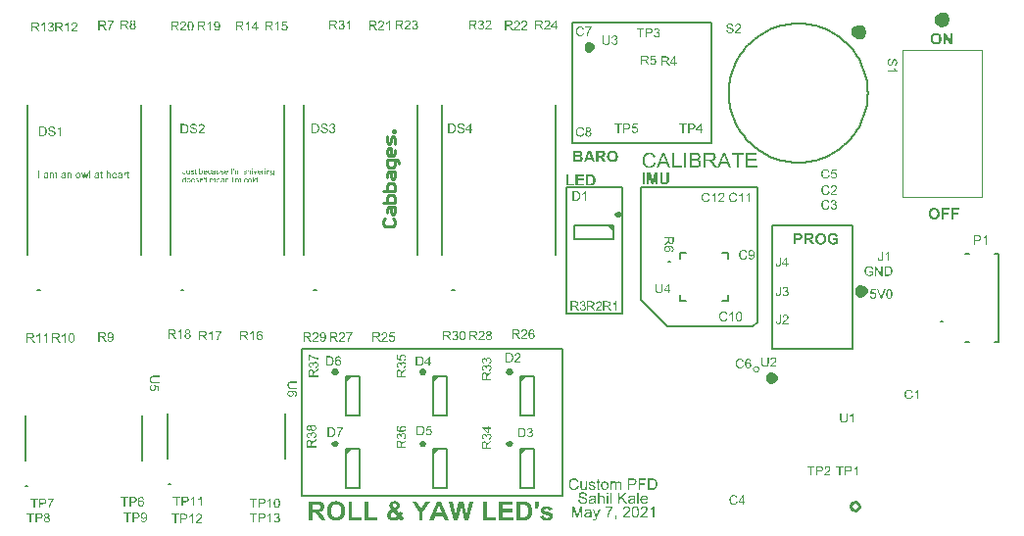
<source format=gto>
G04*
G04 #@! TF.GenerationSoftware,Altium Limited,Altium Designer,21.0.8 (223)*
G04*
G04 Layer_Color=65535*
%FSLAX25Y25*%
%MOIN*%
G70*
G04*
G04 #@! TF.SameCoordinates,C5FB228B-B928-4E51-BBFA-540A54714D63*
G04*
G04*
G04 #@! TF.FilePolarity,Positive*
G04*
G01*
G75*
%ADD10C,0.03250*%
%ADD11C,0.00000*%
%ADD12C,0.01000*%
%ADD13C,0.02756*%
%ADD14C,0.00787*%
%ADD15C,0.00700*%
%ADD16C,0.00500*%
%ADD17C,0.00394*%
G36*
X203343Y102591D02*
X201768Y104559D01*
X203737D01*
X203343Y102591D01*
D02*
G37*
G36*
X173812Y52672D02*
X171844Y51097D01*
Y53065D01*
X173812Y52672D01*
D02*
G37*
G36*
X144288D02*
X142320Y51097D01*
Y53065D01*
X144288Y52672D01*
D02*
G37*
G36*
X114505D02*
X112536Y51097D01*
Y53065D01*
X114505Y52672D01*
D02*
G37*
G36*
X173812Y28185D02*
X171844Y26610D01*
Y28578D01*
X173812Y28185D01*
D02*
G37*
G36*
X144288D02*
X142320Y26610D01*
Y28578D01*
X144288Y28185D01*
D02*
G37*
G36*
X114505D02*
X112536Y26610D01*
Y28578D01*
X114505Y28185D01*
D02*
G37*
G36*
X190311Y18440D02*
X190350D01*
X190400Y18434D01*
X190459Y18427D01*
X190521Y18418D01*
X190590Y18408D01*
X190665Y18391D01*
X190744Y18372D01*
X190823Y18349D01*
X190905Y18319D01*
X190987Y18286D01*
X191066Y18247D01*
X191144Y18201D01*
X191220Y18149D01*
X191223Y18145D01*
X191236Y18135D01*
X191256Y18119D01*
X191285Y18096D01*
X191315Y18063D01*
X191354Y18027D01*
X191393Y17985D01*
X191436Y17935D01*
X191482Y17880D01*
X191528Y17821D01*
X191574Y17752D01*
X191620Y17680D01*
X191663Y17598D01*
X191702Y17512D01*
X191738Y17424D01*
X191771Y17325D01*
X191272Y17207D01*
Y17210D01*
X191266Y17227D01*
X191259Y17247D01*
X191246Y17276D01*
X191233Y17309D01*
X191216Y17352D01*
X191197Y17394D01*
X191174Y17440D01*
X191118Y17542D01*
X191052Y17643D01*
X191013Y17689D01*
X190974Y17735D01*
X190928Y17778D01*
X190882Y17817D01*
X190879Y17821D01*
X190869Y17827D01*
X190856Y17834D01*
X190836Y17847D01*
X190813Y17863D01*
X190780Y17880D01*
X190747Y17896D01*
X190708Y17916D01*
X190665Y17932D01*
X190616Y17948D01*
X190564Y17965D01*
X190508Y17981D01*
X190446Y17994D01*
X190383Y18001D01*
X190314Y18008D01*
X190245Y18011D01*
X190203D01*
X190173Y18008D01*
X190134Y18004D01*
X190091Y18001D01*
X190042Y17994D01*
X189986Y17985D01*
X189931Y17971D01*
X189872Y17958D01*
X189809Y17942D01*
X189747Y17922D01*
X189685Y17896D01*
X189622Y17866D01*
X189563Y17834D01*
X189504Y17798D01*
X189501Y17794D01*
X189491Y17788D01*
X189475Y17775D01*
X189455Y17758D01*
X189432Y17739D01*
X189406Y17712D01*
X189373Y17680D01*
X189340Y17647D01*
X189307Y17607D01*
X189271Y17565D01*
X189239Y17519D01*
X189202Y17466D01*
X189170Y17414D01*
X189140Y17355D01*
X189114Y17292D01*
X189088Y17227D01*
Y17224D01*
X189081Y17210D01*
X189078Y17191D01*
X189068Y17165D01*
X189061Y17132D01*
X189052Y17092D01*
X189039Y17050D01*
X189029Y17001D01*
X189019Y16948D01*
X189006Y16889D01*
X188996Y16830D01*
X188989Y16768D01*
X188976Y16633D01*
X188970Y16492D01*
Y16486D01*
Y16469D01*
Y16443D01*
X188973Y16410D01*
Y16368D01*
X188976Y16318D01*
X188983Y16263D01*
X188986Y16200D01*
X188996Y16135D01*
X189006Y16066D01*
X189029Y15925D01*
X189065Y15777D01*
X189084Y15705D01*
X189111Y15636D01*
X189114Y15633D01*
X189117Y15620D01*
X189127Y15600D01*
X189137Y15577D01*
X189153Y15548D01*
X189170Y15511D01*
X189193Y15472D01*
X189219Y15433D01*
X189248Y15387D01*
X189281Y15344D01*
X189317Y15298D01*
X189357Y15252D01*
X189399Y15210D01*
X189448Y15167D01*
X189498Y15128D01*
X189553Y15092D01*
X189557Y15088D01*
X189567Y15085D01*
X189583Y15075D01*
X189606Y15062D01*
X189635Y15049D01*
X189668Y15036D01*
X189704Y15020D01*
X189747Y15003D01*
X189796Y14983D01*
X189845Y14967D01*
X189898Y14954D01*
X189957Y14941D01*
X190078Y14918D01*
X190141Y14915D01*
X190206Y14911D01*
X190226D01*
X190249Y14915D01*
X190278D01*
X190314Y14918D01*
X190357Y14924D01*
X190403Y14931D01*
X190455Y14941D01*
X190511Y14954D01*
X190567Y14970D01*
X190626Y14990D01*
X190688Y15016D01*
X190747Y15042D01*
X190810Y15075D01*
X190869Y15115D01*
X190925Y15157D01*
X190928Y15160D01*
X190938Y15170D01*
X190954Y15183D01*
X190974Y15203D01*
X190997Y15229D01*
X191026Y15262D01*
X191056Y15298D01*
X191088Y15341D01*
X191121Y15390D01*
X191154Y15443D01*
X191187Y15502D01*
X191220Y15567D01*
X191253Y15639D01*
X191282Y15715D01*
X191305Y15797D01*
X191328Y15885D01*
X191836Y15757D01*
Y15754D01*
X191833Y15751D01*
Y15741D01*
X191830Y15731D01*
X191820Y15698D01*
X191804Y15656D01*
X191787Y15603D01*
X191764Y15544D01*
X191735Y15475D01*
X191705Y15406D01*
X191666Y15331D01*
X191626Y15252D01*
X191577Y15174D01*
X191525Y15095D01*
X191466Y15016D01*
X191403Y14941D01*
X191334Y14872D01*
X191259Y14806D01*
X191256Y14803D01*
X191239Y14793D01*
X191216Y14777D01*
X191187Y14754D01*
X191144Y14731D01*
X191098Y14701D01*
X191043Y14672D01*
X190977Y14642D01*
X190908Y14613D01*
X190829Y14583D01*
X190747Y14554D01*
X190659Y14531D01*
X190564Y14508D01*
X190465Y14491D01*
X190357Y14482D01*
X190249Y14478D01*
X190223D01*
X190190Y14482D01*
X190147D01*
X190095Y14485D01*
X190032Y14491D01*
X189963Y14498D01*
X189891Y14511D01*
X189813Y14524D01*
X189731Y14541D01*
X189645Y14560D01*
X189560Y14583D01*
X189478Y14613D01*
X189393Y14646D01*
X189314Y14685D01*
X189239Y14728D01*
X189235Y14731D01*
X189222Y14741D01*
X189202Y14754D01*
X189176Y14773D01*
X189143Y14800D01*
X189104Y14832D01*
X189065Y14872D01*
X189019Y14915D01*
X188973Y14964D01*
X188924Y15016D01*
X188874Y15078D01*
X188825Y15144D01*
X188779Y15213D01*
X188733Y15292D01*
X188688Y15370D01*
X188648Y15459D01*
X188645Y15466D01*
X188638Y15482D01*
X188628Y15508D01*
X188619Y15541D01*
X188602Y15587D01*
X188586Y15639D01*
X188566Y15698D01*
X188550Y15767D01*
X188530Y15843D01*
X188510Y15922D01*
X188494Y16007D01*
X188481Y16095D01*
X188468Y16190D01*
X188458Y16286D01*
X188451Y16387D01*
X188448Y16489D01*
Y16492D01*
Y16496D01*
Y16515D01*
Y16548D01*
X188451Y16591D01*
X188455Y16640D01*
X188461Y16702D01*
X188468Y16768D01*
X188478Y16843D01*
X188487Y16922D01*
X188504Y17007D01*
X188520Y17092D01*
X188543Y17181D01*
X188569Y17270D01*
X188599Y17358D01*
X188635Y17447D01*
X188674Y17532D01*
X188678Y17538D01*
X188684Y17552D01*
X188697Y17575D01*
X188717Y17604D01*
X188740Y17643D01*
X188769Y17686D01*
X188802Y17732D01*
X188842Y17785D01*
X188884Y17837D01*
X188934Y17893D01*
X188986Y17952D01*
X189045Y18008D01*
X189107Y18063D01*
X189176Y18116D01*
X189248Y18165D01*
X189324Y18211D01*
X189330Y18214D01*
X189344Y18221D01*
X189366Y18234D01*
X189399Y18247D01*
X189439Y18263D01*
X189485Y18283D01*
X189537Y18306D01*
X189599Y18329D01*
X189665Y18349D01*
X189737Y18372D01*
X189813Y18391D01*
X189895Y18408D01*
X189980Y18421D01*
X190068Y18434D01*
X190160Y18440D01*
X190255Y18444D01*
X190282D01*
X190311Y18440D01*
D02*
G37*
G36*
X205504Y17381D02*
X205537Y17378D01*
X205576Y17371D01*
X205622Y17365D01*
X205671Y17355D01*
X205721Y17345D01*
X205773Y17329D01*
X205825Y17309D01*
X205878Y17289D01*
X205930Y17260D01*
X205980Y17230D01*
X206029Y17194D01*
X206071Y17155D01*
X206075Y17152D01*
X206081Y17145D01*
X206091Y17132D01*
X206108Y17112D01*
X206124Y17086D01*
X206144Y17056D01*
X206163Y17020D01*
X206183Y16981D01*
X206203Y16935D01*
X206226Y16883D01*
X206242Y16824D01*
X206259Y16761D01*
X206275Y16692D01*
X206285Y16617D01*
X206291Y16535D01*
X206295Y16450D01*
Y14544D01*
X205822D01*
Y16292D01*
Y16295D01*
Y16305D01*
Y16318D01*
Y16338D01*
Y16361D01*
X205819Y16387D01*
X205816Y16450D01*
X205812Y16515D01*
X205803Y16584D01*
X205793Y16646D01*
X205783Y16673D01*
X205776Y16699D01*
X205773Y16705D01*
X205767Y16718D01*
X205757Y16741D01*
X205737Y16771D01*
X205714Y16804D01*
X205688Y16837D01*
X205652Y16869D01*
X205609Y16899D01*
X205603Y16902D01*
X205589Y16912D01*
X205563Y16925D01*
X205530Y16938D01*
X205488Y16951D01*
X205442Y16964D01*
X205386Y16974D01*
X205327Y16978D01*
X205297D01*
X205278Y16974D01*
X205255Y16971D01*
X205225Y16968D01*
X205192Y16961D01*
X205156Y16955D01*
X205081Y16928D01*
X205042Y16915D01*
X204999Y16896D01*
X204960Y16873D01*
X204917Y16846D01*
X204878Y16817D01*
X204841Y16781D01*
X204838Y16778D01*
X204832Y16771D01*
X204825Y16761D01*
X204812Y16745D01*
X204796Y16722D01*
X204779Y16696D01*
X204763Y16666D01*
X204746Y16630D01*
X204727Y16591D01*
X204710Y16545D01*
X204694Y16492D01*
X204678Y16436D01*
X204664Y16374D01*
X204658Y16308D01*
X204651Y16236D01*
X204648Y16158D01*
Y14544D01*
X204176D01*
Y16348D01*
Y16351D01*
Y16361D01*
Y16377D01*
X204172Y16400D01*
Y16427D01*
X204169Y16456D01*
X204163Y16525D01*
X204146Y16600D01*
X204127Y16679D01*
X204100Y16755D01*
X204081Y16791D01*
X204061Y16820D01*
Y16824D01*
X204054Y16827D01*
X204038Y16846D01*
X204012Y16869D01*
X203972Y16899D01*
X203920Y16928D01*
X203854Y16955D01*
X203818Y16964D01*
X203779Y16971D01*
X203733Y16974D01*
X203687Y16978D01*
X203654D01*
X203635Y16974D01*
X203615Y16971D01*
X203566Y16964D01*
X203510Y16951D01*
X203448Y16935D01*
X203382Y16909D01*
X203316Y16873D01*
X203313D01*
X203310Y16869D01*
X203290Y16853D01*
X203261Y16830D01*
X203224Y16794D01*
X203185Y16751D01*
X203142Y16699D01*
X203106Y16636D01*
X203074Y16564D01*
Y16561D01*
X203070Y16555D01*
X203067Y16545D01*
X203061Y16528D01*
X203057Y16505D01*
X203051Y16482D01*
X203044Y16453D01*
X203038Y16417D01*
X203028Y16377D01*
X203021Y16335D01*
X203015Y16286D01*
X203011Y16236D01*
X203005Y16177D01*
X203001Y16118D01*
X202998Y16053D01*
Y15984D01*
Y14544D01*
X202526D01*
Y17322D01*
X202949D01*
Y16935D01*
X202956Y16942D01*
X202962Y16951D01*
X202972Y16964D01*
X203001Y17004D01*
X203041Y17050D01*
X203090Y17102D01*
X203152Y17155D01*
X203221Y17210D01*
X203297Y17260D01*
X203300D01*
X203307Y17266D01*
X203320Y17273D01*
X203336Y17279D01*
X203356Y17289D01*
X203379Y17299D01*
X203408Y17309D01*
X203441Y17322D01*
X203513Y17345D01*
X203598Y17365D01*
X203690Y17378D01*
X203792Y17384D01*
X203821D01*
X203844Y17381D01*
X203871D01*
X203900Y17378D01*
X203933Y17375D01*
X203972Y17368D01*
X204051Y17355D01*
X204136Y17332D01*
X204218Y17299D01*
X204297Y17256D01*
X204300D01*
X204307Y17250D01*
X204317Y17243D01*
X204330Y17233D01*
X204363Y17204D01*
X204405Y17165D01*
X204451Y17112D01*
X204497Y17053D01*
X204540Y16981D01*
X204576Y16899D01*
X204579Y16905D01*
X204592Y16919D01*
X204609Y16945D01*
X204635Y16974D01*
X204668Y17010D01*
X204707Y17053D01*
X204753Y17096D01*
X204805Y17142D01*
X204865Y17188D01*
X204930Y17230D01*
X204999Y17273D01*
X205078Y17309D01*
X205160Y17338D01*
X205245Y17365D01*
X205337Y17378D01*
X205435Y17384D01*
X205475D01*
X205504Y17381D01*
D02*
G37*
G36*
X196376D02*
X196409D01*
X196448Y17378D01*
X196487Y17371D01*
X196576Y17361D01*
X196671Y17345D01*
X196769Y17322D01*
X196865Y17289D01*
X196868D01*
X196874Y17286D01*
X196888Y17279D01*
X196904Y17273D01*
X196927Y17263D01*
X196950Y17250D01*
X197006Y17220D01*
X197065Y17184D01*
X197124Y17142D01*
X197183Y17089D01*
X197232Y17033D01*
Y17030D01*
X197239Y17027D01*
X197242Y17017D01*
X197252Y17004D01*
X197261Y16987D01*
X197271Y16968D01*
X197284Y16945D01*
X197298Y16919D01*
X197324Y16860D01*
X197350Y16784D01*
X197376Y16699D01*
X197396Y16604D01*
X196937Y16541D01*
Y16545D01*
Y16551D01*
X196933Y16561D01*
X196930Y16578D01*
X196917Y16617D01*
X196901Y16663D01*
X196878Y16715D01*
X196845Y16771D01*
X196806Y16827D01*
X196753Y16876D01*
X196750D01*
X196747Y16883D01*
X196737Y16886D01*
X196727Y16896D01*
X196710Y16905D01*
X196691Y16915D01*
X196668Y16925D01*
X196645Y16938D01*
X196582Y16958D01*
X196510Y16978D01*
X196425Y16991D01*
X196327Y16997D01*
X196274D01*
X196248Y16994D01*
X196215Y16991D01*
X196146Y16984D01*
X196071Y16971D01*
X195995Y16951D01*
X195923Y16925D01*
X195894Y16909D01*
X195864Y16889D01*
X195858Y16886D01*
X195841Y16869D01*
X195821Y16846D01*
X195795Y16817D01*
X195769Y16781D01*
X195749Y16738D01*
X195733Y16689D01*
X195726Y16636D01*
Y16633D01*
Y16620D01*
X195730Y16604D01*
X195733Y16581D01*
X195739Y16558D01*
X195749Y16528D01*
X195763Y16499D01*
X195782Y16473D01*
X195785Y16469D01*
X195792Y16459D01*
X195808Y16446D01*
X195828Y16430D01*
X195851Y16410D01*
X195884Y16387D01*
X195920Y16368D01*
X195963Y16348D01*
X195966D01*
X195979Y16341D01*
X195989Y16338D01*
X196005Y16335D01*
X196022Y16328D01*
X196041Y16322D01*
X196068Y16315D01*
X196097Y16305D01*
X196130Y16295D01*
X196169Y16286D01*
X196212Y16272D01*
X196261Y16259D01*
X196317Y16243D01*
X196379Y16227D01*
X196386D01*
X196402Y16220D01*
X196428Y16213D01*
X196461Y16204D01*
X196501Y16194D01*
X196550Y16181D01*
X196599Y16164D01*
X196655Y16148D01*
X196769Y16115D01*
X196884Y16076D01*
X196940Y16059D01*
X196993Y16040D01*
X197038Y16023D01*
X197078Y16007D01*
X197081D01*
X197088Y16003D01*
X197097Y15997D01*
X197111Y15990D01*
X197147Y15971D01*
X197189Y15944D01*
X197239Y15912D01*
X197291Y15869D01*
X197340Y15820D01*
X197386Y15761D01*
Y15757D01*
X197393Y15754D01*
X197396Y15744D01*
X197406Y15731D01*
X197412Y15715D01*
X197422Y15698D01*
X197445Y15649D01*
X197465Y15590D01*
X197485Y15521D01*
X197498Y15446D01*
X197501Y15357D01*
Y15354D01*
Y15348D01*
Y15334D01*
X197498Y15318D01*
Y15298D01*
X197494Y15272D01*
X197485Y15216D01*
X197468Y15147D01*
X197442Y15072D01*
X197409Y14993D01*
X197363Y14915D01*
Y14911D01*
X197357Y14905D01*
X197350Y14895D01*
X197337Y14882D01*
X197307Y14842D01*
X197261Y14796D01*
X197206Y14744D01*
X197137Y14692D01*
X197058Y14639D01*
X196966Y14593D01*
X196963D01*
X196953Y14590D01*
X196940Y14583D01*
X196920Y14577D01*
X196897Y14567D01*
X196868Y14557D01*
X196835Y14547D01*
X196796Y14537D01*
X196753Y14527D01*
X196710Y14518D01*
X196661Y14508D01*
X196609Y14498D01*
X196497Y14485D01*
X196379Y14482D01*
X196327D01*
X196291Y14485D01*
X196245Y14488D01*
X196192Y14495D01*
X196136Y14501D01*
X196074Y14511D01*
X196009Y14521D01*
X195940Y14537D01*
X195871Y14554D01*
X195802Y14577D01*
X195736Y14603D01*
X195671Y14632D01*
X195608Y14665D01*
X195553Y14705D01*
X195549Y14708D01*
X195539Y14714D01*
X195526Y14728D01*
X195507Y14747D01*
X195484Y14770D01*
X195457Y14800D01*
X195431Y14832D01*
X195402Y14872D01*
X195369Y14918D01*
X195339Y14967D01*
X195310Y15023D01*
X195280Y15082D01*
X195254Y15147D01*
X195228Y15220D01*
X195208Y15292D01*
X195192Y15374D01*
X195658Y15446D01*
Y15443D01*
X195661Y15433D01*
Y15420D01*
X195667Y15400D01*
X195671Y15377D01*
X195677Y15348D01*
X195697Y15285D01*
X195726Y15216D01*
X195766Y15144D01*
X195812Y15078D01*
X195841Y15046D01*
X195874Y15016D01*
X195877D01*
X195884Y15010D01*
X195894Y15003D01*
X195907Y14993D01*
X195926Y14983D01*
X195949Y14970D01*
X195976Y14957D01*
X196005Y14944D01*
X196038Y14928D01*
X196077Y14915D01*
X196117Y14901D01*
X196163Y14892D01*
X196212Y14882D01*
X196261Y14875D01*
X196317Y14872D01*
X196376Y14869D01*
X196405D01*
X196428Y14872D01*
X196455D01*
X196487Y14875D01*
X196520Y14878D01*
X196560Y14885D01*
X196635Y14901D01*
X196717Y14924D01*
X196792Y14957D01*
X196825Y14977D01*
X196858Y15000D01*
X196861D01*
X196865Y15006D01*
X196884Y15023D01*
X196907Y15052D01*
X196937Y15088D01*
X196966Y15134D01*
X196993Y15187D01*
X197009Y15243D01*
X197012Y15275D01*
X197015Y15308D01*
Y15311D01*
Y15315D01*
X197012Y15334D01*
X197009Y15364D01*
X196999Y15400D01*
X196983Y15439D01*
X196956Y15482D01*
X196924Y15525D01*
X196878Y15561D01*
X196874Y15564D01*
X196865Y15567D01*
X196858Y15571D01*
X196845Y15577D01*
X196825Y15587D01*
X196806Y15594D01*
X196779Y15603D01*
X196750Y15613D01*
X196717Y15626D01*
X196678Y15639D01*
X196632Y15653D01*
X196582Y15669D01*
X196527Y15685D01*
X196464Y15702D01*
X196396Y15718D01*
X196389D01*
X196373Y15725D01*
X196346Y15731D01*
X196310Y15741D01*
X196271Y15751D01*
X196222Y15764D01*
X196169Y15780D01*
X196110Y15797D01*
X195992Y15830D01*
X195874Y15869D01*
X195818Y15889D01*
X195766Y15908D01*
X195720Y15925D01*
X195677Y15944D01*
X195674D01*
X195667Y15948D01*
X195658Y15954D01*
X195644Y15961D01*
X195608Y15984D01*
X195566Y16013D01*
X195517Y16049D01*
X195464Y16095D01*
X195415Y16148D01*
X195372Y16207D01*
Y16210D01*
X195369Y16213D01*
X195362Y16223D01*
X195356Y16236D01*
X195339Y16272D01*
X195323Y16318D01*
X195303Y16374D01*
X195287Y16436D01*
X195274Y16509D01*
X195271Y16584D01*
Y16587D01*
Y16594D01*
Y16604D01*
Y16617D01*
X195274Y16650D01*
X195280Y16696D01*
X195290Y16748D01*
X195307Y16807D01*
X195326Y16866D01*
X195352Y16925D01*
Y16928D01*
X195356Y16932D01*
X195369Y16951D01*
X195389Y16981D01*
X195415Y17020D01*
X195448Y17060D01*
X195487Y17106D01*
X195533Y17148D01*
X195585Y17191D01*
X195592Y17194D01*
X195605Y17204D01*
X195631Y17220D01*
X195664Y17237D01*
X195707Y17260D01*
X195759Y17279D01*
X195818Y17302D01*
X195884Y17325D01*
X195887D01*
X195894Y17329D01*
X195904Y17332D01*
X195917Y17335D01*
X195936Y17338D01*
X195956Y17345D01*
X196005Y17355D01*
X196068Y17365D01*
X196136Y17375D01*
X196212Y17381D01*
X196294Y17384D01*
X196350D01*
X196376Y17381D01*
D02*
G37*
G36*
X194644Y14544D02*
X194221D01*
Y14951D01*
X194218Y14944D01*
X194204Y14931D01*
X194188Y14908D01*
X194162Y14878D01*
X194129Y14842D01*
X194090Y14803D01*
X194044Y14760D01*
X193988Y14718D01*
X193929Y14672D01*
X193863Y14629D01*
X193791Y14590D01*
X193712Y14554D01*
X193627Y14524D01*
X193535Y14501D01*
X193440Y14488D01*
X193339Y14482D01*
X193296D01*
X193276Y14485D01*
X193250Y14488D01*
X193220D01*
X193188Y14495D01*
X193119Y14504D01*
X193040Y14521D01*
X192961Y14544D01*
X192879Y14573D01*
X192876D01*
X192869Y14577D01*
X192860Y14583D01*
X192843Y14590D01*
X192807Y14609D01*
X192761Y14639D01*
X192709Y14672D01*
X192656Y14714D01*
X192604Y14760D01*
X192561Y14810D01*
Y14813D01*
X192558Y14816D01*
X192545Y14836D01*
X192528Y14865D01*
X192505Y14908D01*
X192482Y14957D01*
X192456Y15020D01*
X192437Y15085D01*
X192417Y15160D01*
Y15164D01*
Y15167D01*
X192414Y15177D01*
Y15187D01*
X192410Y15203D01*
Y15220D01*
X192407Y15243D01*
X192404Y15269D01*
X192401Y15295D01*
Y15328D01*
X192397Y15364D01*
X192394Y15403D01*
Y15449D01*
X192391Y15495D01*
Y15544D01*
Y15600D01*
Y17322D01*
X192863D01*
Y15780D01*
Y15777D01*
Y15764D01*
Y15744D01*
Y15721D01*
Y15692D01*
Y15659D01*
X192866Y15580D01*
X192869Y15498D01*
X192873Y15416D01*
X192876Y15377D01*
X192879Y15344D01*
X192886Y15311D01*
X192889Y15285D01*
Y15282D01*
X192893Y15279D01*
X192896Y15269D01*
X192899Y15256D01*
X192912Y15220D01*
X192929Y15180D01*
X192955Y15131D01*
X192988Y15082D01*
X193027Y15036D01*
X193076Y14993D01*
X193079D01*
X193083Y14990D01*
X193102Y14977D01*
X193132Y14960D01*
X193175Y14941D01*
X193227Y14921D01*
X193289Y14905D01*
X193358Y14892D01*
X193434Y14888D01*
X193453D01*
X193470Y14892D01*
X193489D01*
X193509Y14895D01*
X193562Y14901D01*
X193624Y14915D01*
X193690Y14934D01*
X193758Y14960D01*
X193831Y14997D01*
X193834D01*
X193840Y15003D01*
X193847Y15006D01*
X193860Y15016D01*
X193893Y15039D01*
X193932Y15075D01*
X193978Y15118D01*
X194021Y15167D01*
X194060Y15226D01*
X194093Y15292D01*
Y15295D01*
X194096Y15302D01*
X194099Y15311D01*
X194106Y15328D01*
X194113Y15348D01*
X194119Y15370D01*
X194126Y15397D01*
X194132Y15429D01*
X194139Y15466D01*
X194145Y15505D01*
X194152Y15551D01*
X194159Y15600D01*
X194165Y15653D01*
X194168Y15708D01*
X194172Y15767D01*
Y15833D01*
Y17322D01*
X194644D01*
Y14544D01*
D02*
G37*
G36*
X216856Y18375D02*
X216902D01*
X216955Y18372D01*
X217066Y18365D01*
X217178Y18355D01*
X217286Y18342D01*
X217338Y18332D01*
X217384Y18323D01*
X217388D01*
X217397Y18319D01*
X217417Y18316D01*
X217440Y18306D01*
X217466Y18300D01*
X217499Y18290D01*
X217538Y18277D01*
X217578Y18260D01*
X217666Y18221D01*
X217758Y18175D01*
X217853Y18116D01*
X217945Y18047D01*
X217948Y18044D01*
X217958Y18034D01*
X217975Y18021D01*
X217994Y18001D01*
X218021Y17975D01*
X218050Y17945D01*
X218083Y17909D01*
X218116Y17870D01*
X218152Y17824D01*
X218191Y17775D01*
X218227Y17719D01*
X218267Y17663D01*
X218303Y17601D01*
X218339Y17535D01*
X218372Y17463D01*
X218401Y17391D01*
X218404Y17388D01*
X218408Y17375D01*
X218414Y17352D01*
X218424Y17322D01*
X218437Y17283D01*
X218450Y17237D01*
X218463Y17188D01*
X218477Y17129D01*
X218490Y17063D01*
X218503Y16994D01*
X218516Y16919D01*
X218529Y16840D01*
X218539Y16755D01*
X218545Y16666D01*
X218552Y16574D01*
Y16479D01*
Y16476D01*
Y16459D01*
Y16436D01*
Y16407D01*
X218549Y16368D01*
X218545Y16325D01*
X218542Y16273D01*
X218539Y16220D01*
X218532Y16161D01*
X218526Y16099D01*
X218509Y15967D01*
X218483Y15836D01*
X218447Y15705D01*
Y15702D01*
X218444Y15689D01*
X218437Y15672D01*
X218427Y15649D01*
X218417Y15620D01*
X218408Y15587D01*
X218391Y15551D01*
X218375Y15508D01*
X218339Y15420D01*
X218293Y15328D01*
X218244Y15236D01*
X218185Y15147D01*
X218181Y15144D01*
X218178Y15138D01*
X218168Y15128D01*
X218158Y15111D01*
X218142Y15092D01*
X218126Y15072D01*
X218083Y15023D01*
X218030Y14967D01*
X217971Y14908D01*
X217906Y14852D01*
X217837Y14800D01*
X217834D01*
X217827Y14793D01*
X217817Y14787D01*
X217804Y14780D01*
X217784Y14767D01*
X217765Y14757D01*
X217739Y14741D01*
X217709Y14728D01*
X217643Y14695D01*
X217565Y14665D01*
X217479Y14633D01*
X217381Y14606D01*
X217378D01*
X217368Y14603D01*
X217355Y14600D01*
X217335Y14596D01*
X217309Y14593D01*
X217276Y14586D01*
X217243Y14580D01*
X217204Y14577D01*
X217161Y14570D01*
X217112Y14564D01*
X217063Y14557D01*
X217007Y14554D01*
X216892Y14547D01*
X216764Y14544D01*
X215383D01*
Y18378D01*
X216813D01*
X216856Y18375D01*
D02*
G37*
G36*
X214724Y17926D02*
X212645Y17926D01*
Y16738D01*
X214445Y16738D01*
Y16286D01*
X212645Y16286D01*
Y14544D01*
X212136D01*
Y18378D01*
X214724Y18378D01*
Y17926D01*
D02*
G37*
G36*
X210113Y18375D02*
X210198D01*
X210293Y18368D01*
X210388Y18362D01*
X210483Y18352D01*
X210526Y18345D01*
X210565Y18339D01*
X210568D01*
X210578Y18336D01*
X210591Y18332D01*
X210611Y18329D01*
X210637Y18326D01*
X210664Y18316D01*
X210696Y18309D01*
X210729Y18300D01*
X210805Y18273D01*
X210883Y18244D01*
X210962Y18204D01*
X211037Y18158D01*
X211041D01*
X211047Y18152D01*
X211057Y18145D01*
X211070Y18135D01*
X211106Y18106D01*
X211149Y18063D01*
X211198Y18011D01*
X211251Y17945D01*
X211300Y17873D01*
X211346Y17788D01*
Y17785D01*
X211352Y17778D01*
X211356Y17765D01*
X211365Y17745D01*
X211372Y17726D01*
X211382Y17699D01*
X211395Y17666D01*
X211405Y17634D01*
X211415Y17598D01*
X211428Y17558D01*
X211444Y17470D01*
X211457Y17371D01*
X211464Y17266D01*
Y17260D01*
Y17243D01*
X211461Y17220D01*
Y17184D01*
X211454Y17142D01*
X211447Y17092D01*
X211438Y17040D01*
X211424Y16981D01*
X211408Y16915D01*
X211388Y16850D01*
X211362Y16781D01*
X211333Y16712D01*
X211297Y16643D01*
X211254Y16571D01*
X211208Y16505D01*
X211152Y16440D01*
X211149Y16436D01*
X211136Y16427D01*
X211119Y16410D01*
X211090Y16387D01*
X211054Y16361D01*
X211011Y16331D01*
X210959Y16302D01*
X210896Y16272D01*
X210824Y16240D01*
X210742Y16210D01*
X210647Y16181D01*
X210545Y16154D01*
X210434Y16135D01*
X210309Y16115D01*
X210175Y16105D01*
X210027Y16102D01*
X209047D01*
Y14544D01*
X208538D01*
Y18378D01*
X210076D01*
X210113Y18375D01*
D02*
G37*
G36*
X198619Y17322D02*
X199088D01*
Y16955D01*
X198619D01*
Y15331D01*
Y15328D01*
Y15321D01*
Y15311D01*
Y15298D01*
Y15262D01*
X198623Y15223D01*
X198626Y15177D01*
X198629Y15134D01*
X198636Y15098D01*
X198639Y15082D01*
X198642Y15069D01*
Y15065D01*
X198649Y15059D01*
X198652Y15049D01*
X198662Y15036D01*
X198688Y15006D01*
X198721Y14980D01*
X198724D01*
X198731Y14974D01*
X198744Y14970D01*
X198764Y14964D01*
X198783Y14957D01*
X198813Y14954D01*
X198846Y14947D01*
X198915D01*
X198937Y14951D01*
X198967D01*
X199003Y14954D01*
X199042Y14957D01*
X199088Y14964D01*
X199157Y14547D01*
X199147D01*
X199138Y14544D01*
X199125Y14541D01*
X199085Y14534D01*
X199039Y14527D01*
X198983Y14521D01*
X198921Y14514D01*
X198859Y14511D01*
X198800Y14508D01*
X198757D01*
X198737Y14511D01*
X198711D01*
X198655Y14518D01*
X198590Y14527D01*
X198524Y14541D01*
X198462Y14560D01*
X198403Y14586D01*
X198396Y14590D01*
X198380Y14603D01*
X198354Y14619D01*
X198324Y14646D01*
X198291Y14675D01*
X198259Y14711D01*
X198229Y14754D01*
X198203Y14800D01*
Y14803D01*
X198199Y14806D01*
X198196Y14816D01*
X198193Y14826D01*
X198190Y14842D01*
X198186Y14865D01*
X198180Y14888D01*
X198177Y14918D01*
X198170Y14954D01*
X198163Y14993D01*
X198160Y15039D01*
X198157Y15092D01*
X198154Y15147D01*
X198150Y15210D01*
X198147Y15282D01*
Y15357D01*
Y16955D01*
X197799D01*
Y17322D01*
X198147D01*
Y18008D01*
X198619Y18290D01*
Y17322D01*
D02*
G37*
G36*
X200728Y17381D02*
X200768Y17378D01*
X200817Y17375D01*
X200873Y17365D01*
X200938Y17352D01*
X201004Y17338D01*
X201079Y17319D01*
X201155Y17292D01*
X201234Y17263D01*
X201312Y17227D01*
X201388Y17181D01*
X201466Y17132D01*
X201542Y17073D01*
X201611Y17007D01*
X201614Y17004D01*
X201627Y16991D01*
X201643Y16968D01*
X201666Y16938D01*
X201696Y16899D01*
X201726Y16853D01*
X201758Y16801D01*
X201794Y16738D01*
X201827Y16666D01*
X201860Y16591D01*
X201889Y16505D01*
X201919Y16413D01*
X201942Y16312D01*
X201958Y16207D01*
X201972Y16092D01*
X201975Y15971D01*
Y15964D01*
Y15948D01*
Y15918D01*
X201972Y15882D01*
Y15836D01*
X201965Y15787D01*
X201962Y15728D01*
X201955Y15666D01*
X201945Y15600D01*
X201935Y15531D01*
X201906Y15390D01*
X201886Y15321D01*
X201867Y15252D01*
X201840Y15187D01*
X201811Y15128D01*
X201807Y15124D01*
X201804Y15115D01*
X201794Y15098D01*
X201781Y15078D01*
X201765Y15052D01*
X201745Y15023D01*
X201719Y14987D01*
X201693Y14954D01*
X201660Y14915D01*
X201627Y14875D01*
X201588Y14836D01*
X201545Y14796D01*
X201499Y14757D01*
X201450Y14718D01*
X201397Y14682D01*
X201342Y14649D01*
X201339Y14646D01*
X201329Y14642D01*
X201312Y14632D01*
X201289Y14623D01*
X201260Y14609D01*
X201227Y14596D01*
X201188Y14580D01*
X201145Y14567D01*
X201096Y14550D01*
X201043Y14534D01*
X200991Y14521D01*
X200932Y14508D01*
X200807Y14488D01*
X200742Y14485D01*
X200673Y14482D01*
X200646D01*
X200617Y14485D01*
X200577Y14488D01*
X200528Y14495D01*
X200469Y14501D01*
X200407Y14514D01*
X200338Y14527D01*
X200263Y14547D01*
X200187Y14573D01*
X200109Y14603D01*
X200030Y14639D01*
X199951Y14682D01*
X199876Y14731D01*
X199800Y14790D01*
X199731Y14855D01*
X199728Y14859D01*
X199715Y14872D01*
X199698Y14895D01*
X199676Y14924D01*
X199649Y14964D01*
X199620Y15010D01*
X199587Y15065D01*
X199554Y15131D01*
X199518Y15203D01*
X199489Y15282D01*
X199456Y15370D01*
X199430Y15469D01*
X199407Y15571D01*
X199390Y15682D01*
X199377Y15803D01*
X199374Y15931D01*
Y15935D01*
Y15941D01*
Y15951D01*
Y15964D01*
X199377Y15984D01*
Y16003D01*
X199380Y16059D01*
X199387Y16122D01*
X199397Y16194D01*
X199410Y16276D01*
X199426Y16364D01*
X199449Y16456D01*
X199479Y16548D01*
X199512Y16643D01*
X199554Y16738D01*
X199603Y16830D01*
X199659Y16919D01*
X199725Y17001D01*
X199800Y17073D01*
X199803Y17076D01*
X199817Y17086D01*
X199836Y17102D01*
X199866Y17122D01*
X199899Y17145D01*
X199941Y17171D01*
X199990Y17201D01*
X200043Y17230D01*
X200105Y17256D01*
X200171Y17286D01*
X200243Y17312D01*
X200318Y17335D01*
X200400Y17355D01*
X200489Y17371D01*
X200577Y17381D01*
X200673Y17384D01*
X200699D01*
X200728Y17381D01*
D02*
G37*
G36*
X201788Y13105D02*
X201315D01*
Y13646D01*
X201788D01*
Y13105D01*
D02*
G37*
G36*
X193240Y13708D02*
X193276D01*
X193319Y13705D01*
X193368Y13702D01*
X193421Y13695D01*
X193480Y13689D01*
X193539Y13679D01*
X193663Y13652D01*
X193795Y13620D01*
X193919Y13574D01*
X193922D01*
X193932Y13567D01*
X193952Y13561D01*
X193972Y13547D01*
X194001Y13534D01*
X194031Y13515D01*
X194067Y13495D01*
X194106Y13472D01*
X194185Y13413D01*
X194270Y13344D01*
X194349Y13262D01*
X194388Y13216D01*
X194421Y13167D01*
X194424Y13164D01*
X194428Y13154D01*
X194437Y13141D01*
X194450Y13121D01*
X194464Y13095D01*
X194477Y13065D01*
X194493Y13033D01*
X194513Y12993D01*
X194529Y12950D01*
X194546Y12904D01*
X194562Y12855D01*
X194575Y12803D01*
X194598Y12688D01*
X194608Y12629D01*
X194611Y12567D01*
X194126Y12531D01*
Y12534D01*
X194123Y12547D01*
X194119Y12567D01*
X194116Y12590D01*
X194109Y12619D01*
X194103Y12655D01*
X194090Y12695D01*
X194077Y12734D01*
X194044Y12822D01*
X194021Y12868D01*
X193995Y12914D01*
X193968Y12957D01*
X193936Y13000D01*
X193896Y13042D01*
X193857Y13078D01*
X193853Y13082D01*
X193847Y13085D01*
X193834Y13095D01*
X193814Y13108D01*
X193791Y13121D01*
X193762Y13137D01*
X193729Y13154D01*
X193690Y13173D01*
X193644Y13190D01*
X193594Y13206D01*
X193539Y13223D01*
X193480Y13236D01*
X193414Y13249D01*
X193345Y13259D01*
X193270Y13262D01*
X193188Y13265D01*
X193145D01*
X193112Y13262D01*
X193073Y13259D01*
X193030Y13255D01*
X192981Y13252D01*
X192932Y13246D01*
X192820Y13223D01*
X192709Y13193D01*
X192656Y13173D01*
X192604Y13150D01*
X192558Y13124D01*
X192515Y13095D01*
X192512Y13092D01*
X192505Y13088D01*
X192496Y13078D01*
X192482Y13065D01*
X192466Y13049D01*
X192450Y13029D01*
X192410Y12980D01*
X192371Y12921D01*
X192338Y12852D01*
X192325Y12816D01*
X192315Y12773D01*
X192309Y12731D01*
X192305Y12688D01*
Y12685D01*
Y12678D01*
Y12668D01*
X192309Y12655D01*
X192312Y12616D01*
X192325Y12567D01*
X192341Y12514D01*
X192368Y12459D01*
X192404Y12399D01*
X192427Y12373D01*
X192453Y12347D01*
X192456D01*
X192459Y12340D01*
X192469Y12334D01*
X192486Y12324D01*
X192505Y12311D01*
X192532Y12298D01*
X192564Y12281D01*
X192604Y12262D01*
X192650Y12242D01*
X192706Y12222D01*
X192768Y12199D01*
X192840Y12173D01*
X192919Y12150D01*
X193011Y12124D01*
X193109Y12098D01*
X193220Y12071D01*
X193227D01*
X193247Y12065D01*
X193280Y12058D01*
X193322Y12049D01*
X193371Y12035D01*
X193430Y12022D01*
X193493Y12006D01*
X193558Y11989D01*
X193699Y11953D01*
X193840Y11911D01*
X193906Y11891D01*
X193968Y11868D01*
X194024Y11848D01*
X194070Y11829D01*
X194073Y11825D01*
X194086Y11822D01*
X194103Y11812D01*
X194126Y11802D01*
X194152Y11786D01*
X194185Y11766D01*
X194221Y11747D01*
X194257Y11724D01*
X194339Y11665D01*
X194421Y11599D01*
X194496Y11524D01*
X194533Y11481D01*
X194565Y11438D01*
X194569Y11435D01*
X194572Y11428D01*
X194582Y11415D01*
X194591Y11396D01*
X194601Y11373D01*
X194618Y11347D01*
X194631Y11317D01*
X194647Y11281D01*
X194660Y11245D01*
X194677Y11202D01*
X194700Y11110D01*
X194719Y11005D01*
X194723Y10950D01*
X194726Y10894D01*
Y10891D01*
Y10881D01*
Y10864D01*
X194723Y10841D01*
X194719Y10815D01*
X194716Y10782D01*
X194713Y10746D01*
X194703Y10707D01*
X194683Y10618D01*
X194651Y10520D01*
X194631Y10468D01*
X194608Y10415D01*
X194582Y10366D01*
X194549Y10313D01*
X194546Y10310D01*
X194542Y10300D01*
X194529Y10287D01*
X194516Y10271D01*
X194500Y10248D01*
X194477Y10221D01*
X194450Y10192D01*
X194421Y10159D01*
X194388Y10126D01*
X194349Y10094D01*
X194309Y10058D01*
X194264Y10021D01*
X194214Y9989D01*
X194162Y9956D01*
X194103Y9923D01*
X194044Y9894D01*
X194041D01*
X194027Y9887D01*
X194011Y9880D01*
X193985Y9871D01*
X193955Y9861D01*
X193919Y9848D01*
X193877Y9834D01*
X193827Y9821D01*
X193775Y9805D01*
X193719Y9792D01*
X193660Y9779D01*
X193594Y9769D01*
X193526Y9759D01*
X193457Y9753D01*
X193381Y9749D01*
X193306Y9746D01*
X193257D01*
X193220Y9749D01*
X193175D01*
X193122Y9753D01*
X193063Y9759D01*
X193001Y9766D01*
X192935Y9772D01*
X192863Y9782D01*
X192719Y9808D01*
X192571Y9848D01*
X192502Y9871D01*
X192433Y9897D01*
X192430Y9900D01*
X192417Y9903D01*
X192401Y9913D01*
X192374Y9926D01*
X192345Y9943D01*
X192312Y9959D01*
X192273Y9982D01*
X192233Y10012D01*
X192191Y10041D01*
X192145Y10074D01*
X192099Y10110D01*
X192053Y10153D01*
X192007Y10195D01*
X191964Y10244D01*
X191922Y10294D01*
X191882Y10349D01*
X191879Y10353D01*
X191872Y10362D01*
X191863Y10379D01*
X191849Y10402D01*
X191836Y10431D01*
X191820Y10468D01*
X191800Y10507D01*
X191781Y10549D01*
X191761Y10599D01*
X191744Y10651D01*
X191725Y10710D01*
X191708Y10769D01*
X191695Y10835D01*
X191685Y10900D01*
X191676Y10969D01*
X191672Y11041D01*
X192151Y11084D01*
Y11081D01*
X192155Y11071D01*
Y11058D01*
X192158Y11035D01*
X192164Y11012D01*
X192168Y10983D01*
X192174Y10950D01*
X192184Y10917D01*
X192204Y10841D01*
X192233Y10763D01*
X192266Y10684D01*
X192309Y10609D01*
Y10605D01*
X192315Y10602D01*
X192322Y10592D01*
X192332Y10579D01*
X192361Y10543D01*
X192404Y10504D01*
X192456Y10454D01*
X192522Y10405D01*
X192601Y10356D01*
X192692Y10310D01*
X192696D01*
X192706Y10307D01*
X192719Y10300D01*
X192738Y10294D01*
X192765Y10284D01*
X192794Y10274D01*
X192827Y10264D01*
X192866Y10254D01*
X192906Y10244D01*
X192952Y10235D01*
X193053Y10215D01*
X193165Y10202D01*
X193283Y10199D01*
X193332D01*
X193358Y10202D01*
X193388D01*
X193421Y10205D01*
X193457Y10208D01*
X193535Y10218D01*
X193621Y10235D01*
X193709Y10254D01*
X193795Y10284D01*
X193798D01*
X193804Y10287D01*
X193817Y10294D01*
X193831Y10300D01*
X193870Y10320D01*
X193919Y10346D01*
X193975Y10379D01*
X194027Y10418D01*
X194080Y10468D01*
X194126Y10520D01*
Y10523D01*
X194129Y10526D01*
X194142Y10546D01*
X194162Y10576D01*
X194182Y10618D01*
X194201Y10668D01*
X194221Y10723D01*
X194234Y10782D01*
X194237Y10848D01*
Y10851D01*
Y10854D01*
Y10864D01*
Y10877D01*
X194231Y10914D01*
X194224Y10956D01*
X194211Y11005D01*
X194195Y11058D01*
X194168Y11110D01*
X194132Y11163D01*
X194129Y11169D01*
X194113Y11186D01*
X194086Y11212D01*
X194050Y11245D01*
X194001Y11281D01*
X193942Y11317D01*
X193870Y11356D01*
X193785Y11393D01*
X193781D01*
X193778Y11396D01*
X193768Y11399D01*
X193752Y11402D01*
X193732Y11409D01*
X193709Y11419D01*
X193676Y11428D01*
X193640Y11438D01*
X193598Y11448D01*
X193549Y11465D01*
X193493Y11478D01*
X193430Y11494D01*
X193358Y11514D01*
X193283Y11534D01*
X193194Y11553D01*
X193099Y11576D01*
X193093D01*
X193076Y11583D01*
X193050Y11589D01*
X193014Y11599D01*
X192971Y11609D01*
X192922Y11622D01*
X192866Y11638D01*
X192807Y11655D01*
X192686Y11691D01*
X192564Y11734D01*
X192505Y11753D01*
X192450Y11776D01*
X192401Y11796D01*
X192358Y11819D01*
X192355Y11822D01*
X192345Y11825D01*
X192332Y11835D01*
X192312Y11845D01*
X192292Y11858D01*
X192266Y11875D01*
X192204Y11917D01*
X192138Y11970D01*
X192072Y12032D01*
X192007Y12101D01*
X191951Y12176D01*
Y12180D01*
X191945Y12186D01*
X191938Y12199D01*
X191931Y12212D01*
X191922Y12235D01*
X191909Y12258D01*
X191895Y12285D01*
X191885Y12317D01*
X191859Y12386D01*
X191836Y12468D01*
X191823Y12557D01*
X191817Y12652D01*
Y12655D01*
Y12665D01*
Y12682D01*
X191820Y12701D01*
X191823Y12727D01*
X191826Y12757D01*
X191830Y12793D01*
X191836Y12829D01*
X191856Y12914D01*
X191885Y13006D01*
X191905Y13052D01*
X191928Y13101D01*
X191951Y13147D01*
X191981Y13196D01*
X191984Y13200D01*
X191987Y13206D01*
X191997Y13219D01*
X192010Y13239D01*
X192030Y13259D01*
X192050Y13285D01*
X192072Y13311D01*
X192102Y13341D01*
X192135Y13370D01*
X192171Y13400D01*
X192210Y13433D01*
X192253Y13465D01*
X192299Y13495D01*
X192348Y13528D01*
X192404Y13554D01*
X192459Y13580D01*
X192463D01*
X192473Y13587D01*
X192492Y13593D01*
X192515Y13600D01*
X192545Y13610D01*
X192581Y13623D01*
X192620Y13633D01*
X192666Y13646D01*
X192719Y13659D01*
X192771Y13669D01*
X192830Y13682D01*
X192893Y13692D01*
X193027Y13705D01*
X193168Y13711D01*
X193211D01*
X193240Y13708D01*
D02*
G37*
G36*
X206714Y12088D02*
X208394Y9811D01*
X207721D01*
X206360Y11747D01*
X205734Y11140D01*
Y9811D01*
X205225D01*
Y13646D01*
X205734D01*
Y11743D01*
X207633Y13646D01*
X208322D01*
X206714Y12088D01*
D02*
G37*
G36*
X212195Y9811D02*
X211723D01*
Y13646D01*
X212195D01*
Y9811D01*
D02*
G37*
G36*
X210021Y12649D02*
X210057D01*
X210096Y12645D01*
X210139Y12642D01*
X210227Y12632D01*
X210326Y12616D01*
X210421Y12596D01*
X210509Y12567D01*
X210513D01*
X210519Y12563D01*
X210532Y12557D01*
X210545Y12550D01*
X210585Y12534D01*
X210634Y12508D01*
X210686Y12478D01*
X210742Y12442D01*
X210795Y12399D01*
X210837Y12353D01*
X210841Y12347D01*
X210854Y12331D01*
X210873Y12304D01*
X210896Y12268D01*
X210919Y12222D01*
X210942Y12167D01*
X210965Y12104D01*
X210982Y12035D01*
Y12029D01*
X210985Y12012D01*
X210988Y11999D01*
X210992Y11980D01*
Y11960D01*
X210995Y11937D01*
X210998Y11907D01*
X211001Y11878D01*
Y11842D01*
X211005Y11802D01*
Y11756D01*
X211008Y11711D01*
Y11658D01*
Y11602D01*
Y10973D01*
Y10969D01*
Y10966D01*
Y10956D01*
Y10943D01*
Y10910D01*
Y10868D01*
Y10815D01*
X211011Y10756D01*
Y10690D01*
Y10622D01*
X211015Y10481D01*
X211018Y10412D01*
X211021Y10346D01*
X211024Y10284D01*
X211028Y10228D01*
X211031Y10182D01*
X211037Y10143D01*
Y10140D01*
Y10136D01*
X211041Y10126D01*
X211044Y10113D01*
X211051Y10080D01*
X211064Y10038D01*
X211080Y9985D01*
X211100Y9930D01*
X211126Y9871D01*
X211156Y9811D01*
X210664D01*
Y9815D01*
X210660Y9818D01*
X210654Y9838D01*
X210641Y9867D01*
X210624Y9910D01*
X210611Y9959D01*
X210595Y10015D01*
X210581Y10080D01*
X210572Y10153D01*
X210568Y10149D01*
X210559Y10143D01*
X210545Y10133D01*
X210526Y10116D01*
X210503Y10097D01*
X210477Y10077D01*
X210444Y10054D01*
X210411Y10031D01*
X210332Y9979D01*
X210247Y9926D01*
X210158Y9877D01*
X210067Y9838D01*
X210063D01*
X210057Y9834D01*
X210044Y9831D01*
X210024Y9825D01*
X210001Y9818D01*
X209975Y9808D01*
X209945Y9802D01*
X209909Y9795D01*
X209834Y9779D01*
X209745Y9762D01*
X209647Y9753D01*
X209545Y9749D01*
X209502D01*
X209470Y9753D01*
X209434Y9756D01*
X209388Y9762D01*
X209338Y9769D01*
X209286Y9779D01*
X209174Y9805D01*
X209115Y9821D01*
X209056Y9844D01*
X209001Y9871D01*
X208945Y9900D01*
X208892Y9933D01*
X208843Y9972D01*
X208840Y9975D01*
X208833Y9982D01*
X208820Y9995D01*
X208804Y10012D01*
X208787Y10035D01*
X208764Y10061D01*
X208745Y10094D01*
X208722Y10126D01*
X208699Y10166D01*
X208676Y10208D01*
X208653Y10258D01*
X208636Y10307D01*
X208620Y10362D01*
X208607Y10418D01*
X208600Y10481D01*
X208597Y10543D01*
Y10546D01*
Y10553D01*
Y10563D01*
Y10579D01*
X208600Y10595D01*
X208604Y10615D01*
X208610Y10664D01*
X208620Y10723D01*
X208636Y10786D01*
X208659Y10851D01*
X208689Y10914D01*
Y10917D01*
X208692Y10920D01*
X208699Y10930D01*
X208705Y10943D01*
X208725Y10973D01*
X208755Y11012D01*
X208787Y11055D01*
X208830Y11101D01*
X208879Y11146D01*
X208932Y11186D01*
X208935D01*
X208938Y11189D01*
X208958Y11202D01*
X208991Y11222D01*
X209030Y11245D01*
X209083Y11271D01*
X209138Y11294D01*
X209204Y11320D01*
X209273Y11340D01*
X209279Y11343D01*
X209299Y11347D01*
X209332Y11353D01*
X209378Y11363D01*
X209434Y11376D01*
X209470Y11379D01*
X209506Y11386D01*
X209548Y11393D01*
X209591Y11399D01*
X209640Y11406D01*
X209689Y11412D01*
X209696D01*
X209716Y11415D01*
X209745Y11419D01*
X209785Y11425D01*
X209830Y11432D01*
X209883Y11438D01*
X209945Y11448D01*
X210008Y11458D01*
X210145Y11481D01*
X210286Y11511D01*
X210352Y11527D01*
X210418Y11543D01*
X210477Y11560D01*
X210532Y11576D01*
Y11579D01*
Y11592D01*
Y11609D01*
X210536Y11629D01*
Y11668D01*
Y11684D01*
Y11698D01*
Y11701D01*
Y11711D01*
Y11724D01*
X210532Y11743D01*
Y11766D01*
X210529Y11793D01*
X210519Y11855D01*
X210503Y11920D01*
X210480Y11989D01*
X210447Y12049D01*
X210424Y12078D01*
X210401Y12101D01*
X210398Y12104D01*
X210391Y12107D01*
X210381Y12117D01*
X210368Y12127D01*
X210349Y12137D01*
X210326Y12153D01*
X210299Y12167D01*
X210267Y12183D01*
X210231Y12196D01*
X210191Y12212D01*
X210145Y12226D01*
X210099Y12235D01*
X210047Y12248D01*
X209988Y12255D01*
X209929Y12258D01*
X209863Y12262D01*
X209830D01*
X209807Y12258D01*
X209781D01*
X209748Y12255D01*
X209716Y12252D01*
X209676Y12248D01*
X209597Y12232D01*
X209516Y12212D01*
X209437Y12183D01*
X209404Y12163D01*
X209371Y12144D01*
X209368D01*
X209365Y12137D01*
X209345Y12121D01*
X209319Y12091D01*
X209302Y12071D01*
X209283Y12049D01*
X209263Y12022D01*
X209247Y11993D01*
X209227Y11960D01*
X209207Y11924D01*
X209188Y11881D01*
X209171Y11835D01*
X209155Y11786D01*
X209138Y11734D01*
X208679Y11796D01*
Y11799D01*
X208682Y11809D01*
X208686Y11825D01*
X208692Y11845D01*
X208699Y11871D01*
X208705Y11898D01*
X208715Y11930D01*
X208728Y11966D01*
X208758Y12042D01*
X208791Y12121D01*
X208833Y12199D01*
X208882Y12271D01*
X208886Y12275D01*
X208889Y12278D01*
X208899Y12288D01*
X208909Y12301D01*
X208925Y12317D01*
X208942Y12334D01*
X208987Y12376D01*
X209047Y12422D01*
X209119Y12468D01*
X209204Y12514D01*
X209299Y12554D01*
X209302D01*
X209312Y12557D01*
X209325Y12563D01*
X209348Y12570D01*
X209374Y12576D01*
X209404Y12586D01*
X209440Y12593D01*
X209479Y12603D01*
X209525Y12613D01*
X209575Y12622D01*
X209627Y12629D01*
X209680Y12636D01*
X209801Y12649D01*
X209932Y12652D01*
X209991D01*
X210021Y12649D01*
D02*
G37*
G36*
X202965Y9811D02*
X202493D01*
Y13646D01*
X202965D01*
Y9811D01*
D02*
G37*
G36*
X201788D02*
X201315D01*
Y12590D01*
X201788D01*
Y9811D01*
D02*
G37*
G36*
X198810Y12268D02*
X198813Y12271D01*
X198826Y12285D01*
X198842Y12304D01*
X198869Y12327D01*
X198901Y12357D01*
X198941Y12390D01*
X198987Y12426D01*
X199036Y12462D01*
X199095Y12494D01*
X199157Y12531D01*
X199226Y12563D01*
X199298Y12593D01*
X199377Y12616D01*
X199459Y12636D01*
X199548Y12649D01*
X199639Y12652D01*
X199669D01*
X199692Y12649D01*
X199718D01*
X199748Y12645D01*
X199784Y12642D01*
X199820Y12636D01*
X199902Y12622D01*
X199994Y12599D01*
X200082Y12570D01*
X200171Y12527D01*
X200174D01*
X200181Y12521D01*
X200194Y12514D01*
X200207Y12504D01*
X200250Y12478D01*
X200299Y12439D01*
X200351Y12393D01*
X200407Y12334D01*
X200456Y12268D01*
X200499Y12193D01*
Y12190D01*
X200502Y12183D01*
X200509Y12170D01*
X200515Y12153D01*
X200522Y12130D01*
X200532Y12104D01*
X200538Y12071D01*
X200548Y12035D01*
X200558Y11993D01*
X200568Y11947D01*
X200574Y11894D01*
X200581Y11839D01*
X200587Y11779D01*
X200594Y11714D01*
X200597Y11645D01*
Y11570D01*
Y9811D01*
X200125D01*
Y11570D01*
Y11573D01*
Y11586D01*
Y11602D01*
X200122Y11629D01*
Y11655D01*
X200118Y11688D01*
X200112Y11727D01*
X200105Y11766D01*
X200089Y11848D01*
X200059Y11934D01*
X200023Y12012D01*
X199997Y12049D01*
X199971Y12081D01*
X199967Y12084D01*
X199964Y12088D01*
X199954Y12098D01*
X199944Y12107D01*
X199928Y12121D01*
X199908Y12134D01*
X199885Y12147D01*
X199859Y12163D01*
X199800Y12193D01*
X199725Y12219D01*
X199639Y12239D01*
X199593Y12242D01*
X199541Y12245D01*
X199505D01*
X199485Y12242D01*
X199466Y12239D01*
X199413Y12232D01*
X199354Y12219D01*
X199285Y12199D01*
X199216Y12170D01*
X199147Y12134D01*
X199144D01*
X199141Y12130D01*
X199131Y12124D01*
X199118Y12114D01*
X199085Y12091D01*
X199046Y12055D01*
X199003Y12016D01*
X198960Y11963D01*
X198918Y11904D01*
X198885Y11839D01*
Y11835D01*
X198882Y11829D01*
X198879Y11819D01*
X198872Y11806D01*
X198869Y11786D01*
X198862Y11763D01*
X198855Y11737D01*
X198849Y11707D01*
X198839Y11671D01*
X198833Y11635D01*
X198826Y11592D01*
X198823Y11547D01*
X198816Y11497D01*
X198813Y11445D01*
X198810Y11389D01*
Y11330D01*
Y9811D01*
X198337D01*
Y13646D01*
X198810D01*
Y12268D01*
D02*
G37*
G36*
X196622Y12649D02*
X196658D01*
X196697Y12645D01*
X196740Y12642D01*
X196828Y12632D01*
X196927Y12616D01*
X197022Y12596D01*
X197111Y12567D01*
X197114D01*
X197120Y12563D01*
X197134Y12557D01*
X197147Y12550D01*
X197186Y12534D01*
X197235Y12508D01*
X197288Y12478D01*
X197343Y12442D01*
X197396Y12399D01*
X197439Y12353D01*
X197442Y12347D01*
X197455Y12331D01*
X197475Y12304D01*
X197498Y12268D01*
X197521Y12222D01*
X197544Y12167D01*
X197566Y12104D01*
X197583Y12035D01*
Y12029D01*
X197586Y12012D01*
X197589Y11999D01*
X197593Y11980D01*
Y11960D01*
X197596Y11937D01*
X197599Y11907D01*
X197603Y11878D01*
Y11842D01*
X197606Y11802D01*
Y11756D01*
X197609Y11711D01*
Y11658D01*
Y11602D01*
Y10973D01*
Y10969D01*
Y10966D01*
Y10956D01*
Y10943D01*
Y10910D01*
Y10868D01*
Y10815D01*
X197612Y10756D01*
Y10690D01*
Y10622D01*
X197616Y10481D01*
X197619Y10412D01*
X197622Y10346D01*
X197626Y10284D01*
X197629Y10228D01*
X197632Y10182D01*
X197639Y10143D01*
Y10140D01*
Y10136D01*
X197642Y10126D01*
X197645Y10113D01*
X197652Y10080D01*
X197665Y10038D01*
X197681Y9985D01*
X197701Y9930D01*
X197727Y9871D01*
X197757Y9811D01*
X197265D01*
Y9815D01*
X197261Y9818D01*
X197255Y9838D01*
X197242Y9867D01*
X197225Y9910D01*
X197212Y9959D01*
X197196Y10015D01*
X197183Y10080D01*
X197173Y10153D01*
X197170Y10149D01*
X197160Y10143D01*
X197147Y10133D01*
X197127Y10116D01*
X197104Y10097D01*
X197078Y10077D01*
X197045Y10054D01*
X197012Y10031D01*
X196933Y9979D01*
X196848Y9926D01*
X196760Y9877D01*
X196668Y9838D01*
X196665D01*
X196658Y9834D01*
X196645Y9831D01*
X196625Y9825D01*
X196602Y9818D01*
X196576Y9808D01*
X196546Y9802D01*
X196510Y9795D01*
X196435Y9779D01*
X196346Y9762D01*
X196248Y9753D01*
X196146Y9749D01*
X196104D01*
X196071Y9753D01*
X196035Y9756D01*
X195989Y9762D01*
X195940Y9769D01*
X195887Y9779D01*
X195776Y9805D01*
X195717Y9821D01*
X195658Y9844D01*
X195602Y9871D01*
X195546Y9900D01*
X195493Y9933D01*
X195444Y9972D01*
X195441Y9975D01*
X195434Y9982D01*
X195421Y9995D01*
X195405Y10012D01*
X195389Y10035D01*
X195366Y10061D01*
X195346Y10094D01*
X195323Y10126D01*
X195300Y10166D01*
X195277Y10208D01*
X195254Y10258D01*
X195238Y10307D01*
X195221Y10362D01*
X195208Y10418D01*
X195202Y10481D01*
X195198Y10543D01*
Y10546D01*
Y10553D01*
Y10563D01*
Y10579D01*
X195202Y10595D01*
X195205Y10615D01*
X195211Y10664D01*
X195221Y10723D01*
X195238Y10786D01*
X195261Y10851D01*
X195290Y10914D01*
Y10917D01*
X195293Y10920D01*
X195300Y10930D01*
X195307Y10943D01*
X195326Y10973D01*
X195356Y11012D01*
X195389Y11055D01*
X195431Y11101D01*
X195480Y11146D01*
X195533Y11186D01*
X195536D01*
X195539Y11189D01*
X195559Y11202D01*
X195592Y11222D01*
X195631Y11245D01*
X195684Y11271D01*
X195739Y11294D01*
X195805Y11320D01*
X195874Y11340D01*
X195881Y11343D01*
X195900Y11347D01*
X195933Y11353D01*
X195979Y11363D01*
X196035Y11376D01*
X196071Y11379D01*
X196107Y11386D01*
X196150Y11393D01*
X196192Y11399D01*
X196241Y11406D01*
X196291Y11412D01*
X196297D01*
X196317Y11415D01*
X196346Y11419D01*
X196386Y11425D01*
X196432Y11432D01*
X196484Y11438D01*
X196546Y11448D01*
X196609Y11458D01*
X196747Y11481D01*
X196888Y11511D01*
X196953Y11527D01*
X197019Y11543D01*
X197078Y11560D01*
X197134Y11576D01*
Y11579D01*
Y11592D01*
Y11609D01*
X197137Y11629D01*
Y11668D01*
Y11684D01*
Y11698D01*
Y11701D01*
Y11711D01*
Y11724D01*
X197134Y11743D01*
Y11766D01*
X197130Y11793D01*
X197120Y11855D01*
X197104Y11920D01*
X197081Y11989D01*
X197048Y12049D01*
X197025Y12078D01*
X197002Y12101D01*
X196999Y12104D01*
X196993Y12107D01*
X196983Y12117D01*
X196969Y12127D01*
X196950Y12137D01*
X196927Y12153D01*
X196901Y12167D01*
X196868Y12183D01*
X196832Y12196D01*
X196792Y12212D01*
X196747Y12226D01*
X196701Y12235D01*
X196648Y12248D01*
X196589Y12255D01*
X196530Y12258D01*
X196464Y12262D01*
X196432D01*
X196409Y12258D01*
X196382D01*
X196350Y12255D01*
X196317Y12252D01*
X196277Y12248D01*
X196199Y12232D01*
X196117Y12212D01*
X196038Y12183D01*
X196005Y12163D01*
X195972Y12144D01*
X195969D01*
X195966Y12137D01*
X195946Y12121D01*
X195920Y12091D01*
X195904Y12071D01*
X195884Y12049D01*
X195864Y12022D01*
X195848Y11993D01*
X195828Y11960D01*
X195808Y11924D01*
X195789Y11881D01*
X195772Y11835D01*
X195756Y11786D01*
X195739Y11734D01*
X195280Y11796D01*
Y11799D01*
X195284Y11809D01*
X195287Y11825D01*
X195293Y11845D01*
X195300Y11871D01*
X195307Y11898D01*
X195316Y11930D01*
X195329Y11966D01*
X195359Y12042D01*
X195392Y12121D01*
X195434Y12199D01*
X195484Y12271D01*
X195487Y12275D01*
X195490Y12278D01*
X195500Y12288D01*
X195510Y12301D01*
X195526Y12317D01*
X195543Y12334D01*
X195589Y12376D01*
X195648Y12422D01*
X195720Y12468D01*
X195805Y12514D01*
X195900Y12554D01*
X195904D01*
X195913Y12557D01*
X195926Y12563D01*
X195949Y12570D01*
X195976Y12576D01*
X196005Y12586D01*
X196041Y12593D01*
X196081Y12603D01*
X196127Y12613D01*
X196176Y12622D01*
X196228Y12629D01*
X196281Y12636D01*
X196402Y12649D01*
X196533Y12652D01*
X196592D01*
X196622Y12649D01*
D02*
G37*
G36*
X214117D02*
X214157Y12645D01*
X214206Y12639D01*
X214258Y12632D01*
X214321Y12619D01*
X214386Y12606D01*
X214458Y12583D01*
X214531Y12560D01*
X214606Y12527D01*
X214682Y12491D01*
X214757Y12449D01*
X214832Y12396D01*
X214905Y12337D01*
X214973Y12271D01*
X214977Y12268D01*
X214990Y12255D01*
X215006Y12232D01*
X215029Y12203D01*
X215055Y12163D01*
X215085Y12114D01*
X215118Y12058D01*
X215151Y11996D01*
X215183Y11924D01*
X215216Y11845D01*
X215246Y11757D01*
X215272Y11661D01*
X215295Y11560D01*
X215311Y11448D01*
X215324Y11330D01*
X215328Y11206D01*
Y11202D01*
Y11199D01*
Y11189D01*
Y11173D01*
Y11156D01*
Y11137D01*
X215324Y11110D01*
Y11081D01*
X213255Y11081D01*
Y11074D01*
Y11061D01*
X213258Y11038D01*
X213261Y11005D01*
X213268Y10966D01*
X213274Y10923D01*
X213284Y10874D01*
X213294Y10822D01*
X213327Y10707D01*
X213347Y10648D01*
X213373Y10592D01*
X213399Y10533D01*
X213432Y10477D01*
X213468Y10428D01*
X213511Y10379D01*
X213514Y10376D01*
X213520Y10369D01*
X213533Y10356D01*
X213553Y10340D01*
X213576Y10323D01*
X213602Y10304D01*
X213635Y10281D01*
X213671Y10258D01*
X213711Y10235D01*
X213753Y10212D01*
X213803Y10192D01*
X213855Y10176D01*
X213907Y10159D01*
X213966Y10146D01*
X214029Y10140D01*
X214091Y10136D01*
X214117D01*
X214134Y10140D01*
X214157D01*
X214183Y10143D01*
X214242Y10153D01*
X214311Y10169D01*
X214386Y10192D01*
X214458Y10225D01*
X214531Y10271D01*
X214534Y10274D01*
X214541Y10277D01*
X214547Y10287D01*
X214560Y10297D01*
X214577Y10313D01*
X214593Y10330D01*
X214616Y10353D01*
X214636Y10379D01*
X214659Y10405D01*
X214682Y10438D01*
X214708Y10474D01*
X214731Y10513D01*
X214757Y10559D01*
X214780Y10605D01*
X214803Y10655D01*
X214823Y10710D01*
X215311Y10648D01*
Y10645D01*
X215305Y10628D01*
X215298Y10605D01*
X215288Y10576D01*
X215275Y10540D01*
X215259Y10500D01*
X215239Y10454D01*
X215216Y10405D01*
X215187Y10349D01*
X215157Y10297D01*
X215121Y10241D01*
X215082Y10185D01*
X215039Y10133D01*
X214993Y10077D01*
X214941Y10028D01*
X214885Y9982D01*
X214882Y9979D01*
X214872Y9972D01*
X214852Y9959D01*
X214829Y9946D01*
X214800Y9930D01*
X214760Y9910D01*
X214718Y9887D01*
X214668Y9867D01*
X214616Y9844D01*
X214554Y9821D01*
X214488Y9802D01*
X214419Y9785D01*
X214344Y9772D01*
X214265Y9759D01*
X214180Y9753D01*
X214091Y9749D01*
X214065D01*
X214032Y9753D01*
X213989Y9756D01*
X213940Y9762D01*
X213878Y9769D01*
X213812Y9782D01*
X213740Y9795D01*
X213665Y9815D01*
X213586Y9841D01*
X213507Y9871D01*
X213425Y9907D01*
X213347Y9949D01*
X213268Y9999D01*
X213192Y10058D01*
X213123Y10123D01*
X213120Y10126D01*
X213107Y10140D01*
X213091Y10163D01*
X213068Y10192D01*
X213041Y10231D01*
X213012Y10277D01*
X212979Y10333D01*
X212946Y10395D01*
X212914Y10468D01*
X212881Y10543D01*
X212851Y10632D01*
X212825Y10727D01*
X212802Y10828D01*
X212786Y10937D01*
X212773Y11051D01*
X212769Y11176D01*
Y11179D01*
Y11182D01*
Y11192D01*
Y11206D01*
Y11225D01*
X212773Y11245D01*
X212776Y11291D01*
X212779Y11350D01*
X212789Y11419D01*
X212799Y11494D01*
X212815Y11576D01*
X212832Y11661D01*
X212858Y11750D01*
X212884Y11842D01*
X212920Y11930D01*
X212960Y12022D01*
X213009Y12107D01*
X213065Y12190D01*
X213127Y12265D01*
X213130Y12268D01*
X213143Y12281D01*
X213163Y12301D01*
X213192Y12324D01*
X213229Y12353D01*
X213271Y12386D01*
X213324Y12422D01*
X213379Y12459D01*
X213445Y12494D01*
X213514Y12531D01*
X213593Y12563D01*
X213675Y12593D01*
X213763Y12616D01*
X213858Y12636D01*
X213960Y12649D01*
X214065Y12652D01*
X214091D01*
X214117Y12649D01*
D02*
G37*
G36*
X193112Y5128D02*
X192623D01*
Y8336D01*
X191505Y5128D01*
X191049D01*
X189941Y8392D01*
Y5128D01*
X189452D01*
Y8963D01*
X190213D01*
X191121Y6247D01*
Y6244D01*
X191128Y6230D01*
X191134Y6211D01*
X191141Y6185D01*
X191151Y6152D01*
X191164Y6116D01*
X191177Y6076D01*
X191190Y6034D01*
X191220Y5942D01*
X191253Y5847D01*
X191279Y5758D01*
X191292Y5715D01*
X191305Y5679D01*
Y5683D01*
X191308Y5689D01*
X191312Y5702D01*
X191318Y5719D01*
X191325Y5742D01*
X191334Y5768D01*
X191344Y5797D01*
X191354Y5833D01*
X191367Y5876D01*
X191384Y5922D01*
X191400Y5971D01*
X191420Y6027D01*
X191439Y6086D01*
X191459Y6152D01*
X191482Y6221D01*
X191508Y6293D01*
X192430Y8963D01*
X193112D01*
Y5128D01*
D02*
G37*
G36*
X198072Y5082D02*
X198068Y5076D01*
X198065Y5063D01*
X198055Y5040D01*
X198042Y5007D01*
X198029Y4971D01*
X198013Y4928D01*
X197993Y4882D01*
X197973Y4833D01*
X197931Y4728D01*
X197888Y4623D01*
X197865Y4574D01*
X197845Y4528D01*
X197826Y4489D01*
X197806Y4453D01*
Y4449D01*
X197799Y4443D01*
X197793Y4430D01*
X197783Y4413D01*
X197773Y4397D01*
X197757Y4374D01*
X197724Y4321D01*
X197681Y4266D01*
X197632Y4210D01*
X197576Y4157D01*
X197517Y4112D01*
X197514D01*
X197511Y4108D01*
X197501Y4102D01*
X197488Y4095D01*
X197455Y4075D01*
X197406Y4056D01*
X197350Y4036D01*
X197284Y4016D01*
X197209Y4003D01*
X197127Y4000D01*
X197104D01*
X197074Y4003D01*
X197038Y4007D01*
X196996Y4013D01*
X196943Y4026D01*
X196888Y4039D01*
X196825Y4059D01*
X196773Y4502D01*
X196776D01*
X196779Y4499D01*
X196799Y4495D01*
X196828Y4489D01*
X196865Y4482D01*
X196907Y4472D01*
X196950Y4466D01*
X196996Y4462D01*
X197042Y4459D01*
X197068D01*
X197097Y4462D01*
X197134Y4466D01*
X197173Y4472D01*
X197212Y4482D01*
X197255Y4495D01*
X197291Y4512D01*
X197294Y4515D01*
X197307Y4521D01*
X197324Y4535D01*
X197347Y4551D01*
X197370Y4571D01*
X197399Y4597D01*
X197425Y4626D01*
X197448Y4659D01*
X197452Y4663D01*
X197458Y4676D01*
X197468Y4695D01*
X197481Y4731D01*
X197491Y4751D01*
X197501Y4777D01*
X197514Y4807D01*
X197527Y4836D01*
X197540Y4876D01*
X197557Y4915D01*
X197573Y4961D01*
X197593Y5010D01*
Y5014D01*
X197596Y5017D01*
X197599Y5027D01*
X197603Y5040D01*
X197609Y5056D01*
X197616Y5076D01*
X197626Y5099D01*
X197635Y5125D01*
X196579Y7907D01*
X197081D01*
X197662Y6299D01*
Y6296D01*
X197668Y6286D01*
X197671Y6270D01*
X197681Y6247D01*
X197691Y6217D01*
X197704Y6185D01*
X197717Y6148D01*
X197731Y6106D01*
X197747Y6060D01*
X197763Y6007D01*
X197796Y5899D01*
X197832Y5781D01*
X197865Y5656D01*
Y5660D01*
X197868Y5669D01*
X197875Y5689D01*
X197878Y5712D01*
X197888Y5742D01*
X197898Y5774D01*
X197908Y5814D01*
X197921Y5856D01*
X197934Y5902D01*
X197947Y5952D01*
X197980Y6057D01*
X198019Y6171D01*
X198058Y6286D01*
X198655Y7907D01*
X199125D01*
X198072Y5082D01*
D02*
G37*
G36*
X217548Y5128D02*
X217076D01*
Y8126D01*
X217073Y8123D01*
X217069Y8120D01*
X217059Y8110D01*
X217046Y8100D01*
X217027Y8084D01*
X217007Y8067D01*
X216984Y8048D01*
X216958Y8025D01*
X216892Y7975D01*
X216817Y7923D01*
X216728Y7864D01*
X216630Y7801D01*
X216627Y7798D01*
X216617Y7795D01*
X216604Y7785D01*
X216584Y7775D01*
X216561Y7762D01*
X216531Y7746D01*
X216499Y7729D01*
X216466Y7710D01*
X216387Y7670D01*
X216305Y7631D01*
X216220Y7592D01*
X216138Y7559D01*
Y8015D01*
X216141Y8018D01*
X216154Y8025D01*
X216177Y8034D01*
X216203Y8048D01*
X216240Y8067D01*
X216279Y8087D01*
X216321Y8113D01*
X216371Y8143D01*
X216423Y8172D01*
X216479Y8208D01*
X216594Y8284D01*
X216709Y8369D01*
X216823Y8464D01*
X216827Y8467D01*
X216837Y8477D01*
X216853Y8490D01*
X216873Y8510D01*
X216896Y8533D01*
X216925Y8563D01*
X216955Y8592D01*
X216987Y8628D01*
X217056Y8707D01*
X217125Y8792D01*
X217191Y8884D01*
X217217Y8933D01*
X217243Y8979D01*
X217548D01*
Y5128D01*
D02*
G37*
G36*
X214121Y8976D02*
X214160D01*
X214206Y8969D01*
X214258Y8963D01*
X214321Y8953D01*
X214383Y8940D01*
X214452Y8923D01*
X214524Y8904D01*
X214596Y8877D01*
X214668Y8848D01*
X214741Y8815D01*
X214809Y8772D01*
X214878Y8726D01*
X214941Y8671D01*
X214944Y8667D01*
X214954Y8658D01*
X214970Y8641D01*
X214993Y8615D01*
X215016Y8585D01*
X215042Y8549D01*
X215072Y8510D01*
X215105Y8461D01*
X215134Y8408D01*
X215164Y8353D01*
X215190Y8290D01*
X215216Y8221D01*
X215236Y8152D01*
X215252Y8077D01*
X215262Y7995D01*
X215265Y7913D01*
Y7910D01*
Y7903D01*
Y7890D01*
Y7874D01*
X215262Y7854D01*
Y7828D01*
X215259Y7801D01*
X215252Y7772D01*
X215242Y7703D01*
X215226Y7624D01*
X215203Y7542D01*
X215170Y7460D01*
Y7457D01*
X215167Y7451D01*
X215160Y7437D01*
X215151Y7421D01*
X215141Y7401D01*
X215128Y7378D01*
X215114Y7349D01*
X215095Y7319D01*
X215052Y7247D01*
X214996Y7169D01*
X214931Y7083D01*
X214855Y6991D01*
X214852Y6988D01*
X214845Y6982D01*
X214832Y6965D01*
X214813Y6945D01*
X214790Y6922D01*
X214760Y6890D01*
X214724Y6857D01*
X214685Y6814D01*
X214636Y6768D01*
X214583Y6719D01*
X214524Y6663D01*
X214458Y6601D01*
X214390Y6539D01*
X214311Y6467D01*
X214226Y6394D01*
X214134Y6316D01*
X214130Y6312D01*
X214114Y6299D01*
X214094Y6283D01*
X214065Y6260D01*
X214032Y6230D01*
X213993Y6198D01*
X213950Y6162D01*
X213907Y6122D01*
X213816Y6043D01*
X213727Y5961D01*
X213684Y5925D01*
X213648Y5893D01*
X213615Y5860D01*
X213589Y5833D01*
X213583Y5827D01*
X213570Y5811D01*
X213547Y5788D01*
X213520Y5755D01*
X213488Y5719D01*
X213455Y5676D01*
X213422Y5630D01*
X213389Y5581D01*
X215272Y5581D01*
Y5128D01*
X212737Y5128D01*
Y5132D01*
Y5135D01*
Y5145D01*
Y5158D01*
Y5191D01*
X212740Y5233D01*
X212746Y5283D01*
X212756Y5335D01*
X212769Y5394D01*
X212789Y5453D01*
Y5456D01*
X212792Y5466D01*
X212799Y5479D01*
X212809Y5499D01*
X212819Y5522D01*
X212832Y5548D01*
X212848Y5581D01*
X212864Y5614D01*
X212907Y5692D01*
X212963Y5778D01*
X213025Y5870D01*
X213101Y5961D01*
X213104Y5965D01*
X213110Y5975D01*
X213123Y5988D01*
X213140Y6007D01*
X213163Y6030D01*
X213189Y6060D01*
X213222Y6093D01*
X213258Y6129D01*
X213297Y6171D01*
X213343Y6214D01*
X213396Y6263D01*
X213452Y6312D01*
X213511Y6368D01*
X213576Y6424D01*
X213645Y6483D01*
X213717Y6542D01*
X213720D01*
X213724Y6549D01*
X213743Y6565D01*
X213776Y6591D01*
X213819Y6627D01*
X213868Y6670D01*
X213927Y6722D01*
X213989Y6778D01*
X214055Y6837D01*
X214127Y6899D01*
X214196Y6968D01*
X214268Y7034D01*
X214337Y7103D01*
X214399Y7169D01*
X214462Y7234D01*
X214514Y7296D01*
X214560Y7356D01*
X214563Y7359D01*
X214570Y7369D01*
X214580Y7385D01*
X214596Y7408D01*
X214613Y7434D01*
X214629Y7464D01*
X214649Y7500D01*
X214672Y7539D01*
X214711Y7628D01*
X214747Y7723D01*
X214760Y7772D01*
X214770Y7821D01*
X214777Y7874D01*
X214780Y7923D01*
Y7926D01*
Y7936D01*
Y7949D01*
X214777Y7969D01*
X214773Y7995D01*
X214770Y8021D01*
X214763Y8054D01*
X214754Y8087D01*
X214731Y8162D01*
X214714Y8198D01*
X214695Y8241D01*
X214672Y8280D01*
X214645Y8320D01*
X214616Y8359D01*
X214580Y8395D01*
X214577Y8399D01*
X214570Y8405D01*
X214560Y8412D01*
X214544Y8425D01*
X214524Y8441D01*
X214501Y8457D01*
X214472Y8474D01*
X214439Y8494D01*
X214403Y8510D01*
X214363Y8526D01*
X214321Y8543D01*
X214275Y8559D01*
X214226Y8572D01*
X214173Y8579D01*
X214117Y8585D01*
X214058Y8589D01*
X214025D01*
X214003Y8585D01*
X213973Y8582D01*
X213940Y8579D01*
X213904Y8572D01*
X213861Y8563D01*
X213776Y8540D01*
X213730Y8523D01*
X213684Y8500D01*
X213638Y8477D01*
X213596Y8451D01*
X213553Y8418D01*
X213514Y8382D01*
X213511Y8379D01*
X213504Y8372D01*
X213494Y8362D01*
X213481Y8346D01*
X213468Y8323D01*
X213448Y8300D01*
X213432Y8271D01*
X213412Y8235D01*
X213392Y8198D01*
X213376Y8156D01*
X213356Y8110D01*
X213343Y8061D01*
X213330Y8005D01*
X213320Y7949D01*
X213314Y7887D01*
X213311Y7821D01*
X212825Y7870D01*
Y7877D01*
X212828Y7893D01*
X212832Y7923D01*
X212838Y7959D01*
X212848Y8005D01*
X212858Y8057D01*
X212871Y8113D01*
X212891Y8175D01*
X212910Y8241D01*
X212937Y8310D01*
X212966Y8379D01*
X213002Y8448D01*
X213041Y8513D01*
X213087Y8579D01*
X213140Y8638D01*
X213196Y8694D01*
X213199Y8697D01*
X213212Y8707D01*
X213229Y8720D01*
X213255Y8740D01*
X213287Y8759D01*
X213327Y8785D01*
X213373Y8809D01*
X213425Y8838D01*
X213484Y8864D01*
X213550Y8890D01*
X213622Y8913D01*
X213701Y8933D01*
X213783Y8953D01*
X213875Y8966D01*
X213970Y8976D01*
X214068Y8979D01*
X214091D01*
X214121Y8976D01*
D02*
G37*
G36*
X208164D02*
X208204D01*
X208249Y8969D01*
X208302Y8963D01*
X208364Y8953D01*
X208427Y8940D01*
X208495Y8923D01*
X208568Y8904D01*
X208640Y8877D01*
X208712Y8848D01*
X208784Y8815D01*
X208853Y8772D01*
X208922Y8726D01*
X208984Y8671D01*
X208987Y8667D01*
X208997Y8658D01*
X209014Y8641D01*
X209037Y8615D01*
X209060Y8585D01*
X209086Y8549D01*
X209115Y8510D01*
X209148Y8461D01*
X209178Y8408D01*
X209207Y8353D01*
X209233Y8290D01*
X209260Y8221D01*
X209279Y8152D01*
X209296Y8077D01*
X209306Y7995D01*
X209309Y7913D01*
Y7910D01*
Y7903D01*
Y7890D01*
Y7874D01*
X209306Y7854D01*
Y7828D01*
X209302Y7801D01*
X209296Y7772D01*
X209286Y7703D01*
X209269Y7624D01*
X209247Y7542D01*
X209214Y7460D01*
Y7457D01*
X209210Y7451D01*
X209204Y7437D01*
X209194Y7421D01*
X209184Y7401D01*
X209171Y7378D01*
X209158Y7349D01*
X209138Y7319D01*
X209096Y7247D01*
X209040Y7169D01*
X208974Y7083D01*
X208899Y6991D01*
X208896Y6988D01*
X208889Y6982D01*
X208876Y6965D01*
X208856Y6945D01*
X208833Y6922D01*
X208804Y6890D01*
X208768Y6857D01*
X208728Y6814D01*
X208679Y6768D01*
X208627Y6719D01*
X208568Y6663D01*
X208502Y6601D01*
X208433Y6539D01*
X208354Y6467D01*
X208269Y6394D01*
X208177Y6316D01*
X208174Y6312D01*
X208158Y6299D01*
X208138Y6283D01*
X208108Y6260D01*
X208076Y6230D01*
X208036Y6198D01*
X207994Y6162D01*
X207951Y6122D01*
X207859Y6043D01*
X207771Y5961D01*
X207728Y5925D01*
X207692Y5893D01*
X207659Y5860D01*
X207633Y5833D01*
X207626Y5827D01*
X207613Y5811D01*
X207590Y5788D01*
X207564Y5755D01*
X207531Y5719D01*
X207498Y5676D01*
X207466Y5630D01*
X207433Y5581D01*
X209315D01*
Y5128D01*
X206780D01*
Y5132D01*
Y5135D01*
Y5145D01*
Y5158D01*
Y5191D01*
X206783Y5233D01*
X206790Y5283D01*
X206800Y5335D01*
X206813Y5394D01*
X206833Y5453D01*
Y5456D01*
X206836Y5466D01*
X206842Y5479D01*
X206852Y5499D01*
X206862Y5522D01*
X206875Y5548D01*
X206891Y5581D01*
X206908Y5614D01*
X206951Y5692D01*
X207006Y5778D01*
X207069Y5870D01*
X207144Y5961D01*
X207147Y5965D01*
X207154Y5975D01*
X207167Y5988D01*
X207183Y6007D01*
X207206Y6030D01*
X207233Y6060D01*
X207265Y6093D01*
X207301Y6129D01*
X207341Y6171D01*
X207387Y6214D01*
X207439Y6263D01*
X207495Y6312D01*
X207554Y6368D01*
X207620Y6424D01*
X207689Y6483D01*
X207761Y6542D01*
X207764D01*
X207767Y6549D01*
X207787Y6565D01*
X207820Y6591D01*
X207862Y6627D01*
X207912Y6670D01*
X207971Y6722D01*
X208033Y6778D01*
X208099Y6837D01*
X208171Y6899D01*
X208240Y6968D01*
X208312Y7034D01*
X208381Y7103D01*
X208443Y7169D01*
X208505Y7234D01*
X208558Y7296D01*
X208604Y7355D01*
X208607Y7359D01*
X208613Y7369D01*
X208623Y7385D01*
X208640Y7408D01*
X208656Y7434D01*
X208673Y7464D01*
X208692Y7500D01*
X208715Y7539D01*
X208755Y7628D01*
X208791Y7723D01*
X208804Y7772D01*
X208814Y7821D01*
X208820Y7874D01*
X208823Y7923D01*
Y7926D01*
Y7936D01*
Y7949D01*
X208820Y7969D01*
X208817Y7995D01*
X208814Y8021D01*
X208807Y8054D01*
X208797Y8087D01*
X208774Y8162D01*
X208758Y8198D01*
X208738Y8241D01*
X208715Y8280D01*
X208689Y8320D01*
X208659Y8359D01*
X208623Y8395D01*
X208620Y8399D01*
X208613Y8405D01*
X208604Y8412D01*
X208587Y8425D01*
X208568Y8441D01*
X208545Y8457D01*
X208515Y8474D01*
X208482Y8494D01*
X208446Y8510D01*
X208407Y8526D01*
X208364Y8543D01*
X208318Y8559D01*
X208269Y8572D01*
X208217Y8579D01*
X208161Y8585D01*
X208102Y8589D01*
X208069D01*
X208046Y8585D01*
X208017Y8582D01*
X207984Y8579D01*
X207948Y8572D01*
X207905Y8563D01*
X207820Y8540D01*
X207774Y8523D01*
X207728Y8500D01*
X207682Y8477D01*
X207639Y8451D01*
X207597Y8418D01*
X207557Y8382D01*
X207554Y8379D01*
X207547Y8372D01*
X207538Y8362D01*
X207525Y8346D01*
X207511Y8323D01*
X207492Y8300D01*
X207475Y8271D01*
X207456Y8235D01*
X207436Y8198D01*
X207420Y8156D01*
X207400Y8110D01*
X207387Y8061D01*
X207374Y8005D01*
X207364Y7949D01*
X207357Y7887D01*
X207354Y7821D01*
X206869Y7870D01*
Y7877D01*
X206872Y7893D01*
X206875Y7923D01*
X206882Y7959D01*
X206891Y8005D01*
X206901Y8057D01*
X206914Y8113D01*
X206934Y8175D01*
X206954Y8241D01*
X206980Y8310D01*
X207010Y8379D01*
X207046Y8448D01*
X207085Y8513D01*
X207131Y8579D01*
X207183Y8638D01*
X207239Y8694D01*
X207242Y8697D01*
X207256Y8707D01*
X207272Y8720D01*
X207298Y8740D01*
X207331Y8759D01*
X207370Y8785D01*
X207416Y8809D01*
X207469Y8838D01*
X207528Y8864D01*
X207593Y8890D01*
X207666Y8913D01*
X207744Y8933D01*
X207826Y8953D01*
X207918Y8966D01*
X208013Y8976D01*
X208112Y8979D01*
X208135D01*
X208164Y8976D01*
D02*
G37*
G36*
X203395Y8546D02*
X203392Y8543D01*
X203379Y8530D01*
X203359Y8507D01*
X203333Y8474D01*
X203300Y8435D01*
X203261Y8389D01*
X203215Y8333D01*
X203165Y8271D01*
X203113Y8198D01*
X203057Y8123D01*
X202995Y8038D01*
X202933Y7946D01*
X202867Y7844D01*
X202801Y7739D01*
X202736Y7628D01*
X202667Y7510D01*
Y7506D01*
X202664Y7503D01*
X202657Y7493D01*
X202650Y7480D01*
X202644Y7464D01*
X202634Y7444D01*
X202608Y7398D01*
X202578Y7339D01*
X202542Y7270D01*
X202506Y7188D01*
X202464Y7103D01*
X202421Y7005D01*
X202375Y6903D01*
X202329Y6791D01*
X202283Y6677D01*
X202237Y6558D01*
X202195Y6434D01*
X202152Y6309D01*
X202113Y6181D01*
Y6175D01*
X202106Y6158D01*
X202099Y6132D01*
X202090Y6096D01*
X202080Y6053D01*
X202067Y5997D01*
X202053Y5939D01*
X202037Y5870D01*
X202024Y5794D01*
X202008Y5712D01*
X201991Y5627D01*
X201978Y5535D01*
X201965Y5437D01*
X201955Y5338D01*
X201935Y5128D01*
X201450D01*
Y5135D01*
Y5148D01*
X201453Y5174D01*
Y5207D01*
X201457Y5253D01*
X201460Y5305D01*
X201466Y5364D01*
X201476Y5433D01*
X201483Y5509D01*
X201496Y5591D01*
X201509Y5683D01*
X201529Y5778D01*
X201548Y5879D01*
X201571Y5988D01*
X201598Y6099D01*
X201627Y6217D01*
Y6221D01*
X201630Y6224D01*
Y6234D01*
X201634Y6247D01*
X201643Y6280D01*
X201660Y6325D01*
X201676Y6385D01*
X201699Y6453D01*
X201722Y6529D01*
X201752Y6614D01*
X201785Y6706D01*
X201821Y6801D01*
X201860Y6903D01*
X201903Y7011D01*
X201952Y7119D01*
X202001Y7231D01*
X202057Y7342D01*
X202113Y7454D01*
Y7457D01*
X202116Y7460D01*
X202126Y7480D01*
X202145Y7513D01*
X202168Y7552D01*
X202198Y7605D01*
X202234Y7664D01*
X202273Y7733D01*
X202316Y7805D01*
X202365Y7880D01*
X202418Y7962D01*
X202473Y8044D01*
X202532Y8129D01*
X202660Y8300D01*
X202726Y8382D01*
X202792Y8461D01*
X200915D01*
Y8913D01*
X203395D01*
Y8546D01*
D02*
G37*
G36*
X195133Y7965D02*
X195169D01*
X195208Y7962D01*
X195251Y7959D01*
X195339Y7949D01*
X195438Y7933D01*
X195533Y7913D01*
X195621Y7884D01*
X195625D01*
X195631Y7880D01*
X195644Y7874D01*
X195658Y7867D01*
X195697Y7851D01*
X195746Y7824D01*
X195799Y7795D01*
X195854Y7759D01*
X195907Y7716D01*
X195949Y7670D01*
X195953Y7664D01*
X195966Y7647D01*
X195985Y7621D01*
X196009Y7585D01*
X196031Y7539D01*
X196054Y7483D01*
X196077Y7421D01*
X196094Y7352D01*
Y7346D01*
X196097Y7329D01*
X196100Y7316D01*
X196104Y7296D01*
Y7277D01*
X196107Y7254D01*
X196110Y7224D01*
X196113Y7195D01*
Y7159D01*
X196117Y7119D01*
Y7073D01*
X196120Y7027D01*
Y6975D01*
Y6919D01*
Y6289D01*
Y6286D01*
Y6283D01*
Y6273D01*
Y6260D01*
Y6227D01*
Y6185D01*
Y6132D01*
X196123Y6073D01*
Y6007D01*
Y5939D01*
X196127Y5797D01*
X196130Y5729D01*
X196133Y5663D01*
X196136Y5601D01*
X196140Y5545D01*
X196143Y5499D01*
X196150Y5460D01*
Y5456D01*
Y5453D01*
X196153Y5443D01*
X196156Y5430D01*
X196163Y5397D01*
X196176Y5355D01*
X196192Y5302D01*
X196212Y5246D01*
X196238Y5187D01*
X196268Y5128D01*
X195776D01*
Y5132D01*
X195772Y5135D01*
X195766Y5155D01*
X195753Y5184D01*
X195736Y5227D01*
X195723Y5276D01*
X195707Y5332D01*
X195694Y5397D01*
X195684Y5469D01*
X195680Y5466D01*
X195671Y5460D01*
X195658Y5450D01*
X195638Y5433D01*
X195615Y5414D01*
X195589Y5394D01*
X195556Y5371D01*
X195523Y5348D01*
X195444Y5296D01*
X195359Y5243D01*
X195271Y5194D01*
X195179Y5155D01*
X195175D01*
X195169Y5151D01*
X195156Y5148D01*
X195136Y5141D01*
X195113Y5135D01*
X195087Y5125D01*
X195057Y5119D01*
X195021Y5112D01*
X194946Y5096D01*
X194857Y5079D01*
X194759Y5069D01*
X194657Y5066D01*
X194615D01*
X194582Y5069D01*
X194546Y5073D01*
X194500Y5079D01*
X194450Y5086D01*
X194398Y5096D01*
X194287Y5122D01*
X194227Y5138D01*
X194168Y5161D01*
X194113Y5187D01*
X194057Y5217D01*
X194004Y5250D01*
X193955Y5289D01*
X193952Y5292D01*
X193945Y5299D01*
X193932Y5312D01*
X193916Y5328D01*
X193899Y5351D01*
X193877Y5378D01*
X193857Y5410D01*
X193834Y5443D01*
X193811Y5483D01*
X193788Y5525D01*
X193765Y5574D01*
X193749Y5624D01*
X193732Y5679D01*
X193719Y5735D01*
X193712Y5797D01*
X193709Y5860D01*
Y5863D01*
Y5870D01*
Y5879D01*
Y5896D01*
X193712Y5912D01*
X193716Y5932D01*
X193722Y5981D01*
X193732Y6040D01*
X193749Y6103D01*
X193772Y6168D01*
X193801Y6230D01*
Y6234D01*
X193804Y6237D01*
X193811Y6247D01*
X193817Y6260D01*
X193837Y6289D01*
X193867Y6329D01*
X193899Y6371D01*
X193942Y6417D01*
X193991Y6463D01*
X194044Y6503D01*
X194047D01*
X194050Y6506D01*
X194070Y6519D01*
X194103Y6539D01*
X194142Y6562D01*
X194195Y6588D01*
X194250Y6611D01*
X194316Y6637D01*
X194385Y6657D01*
X194391Y6660D01*
X194411Y6663D01*
X194444Y6670D01*
X194490Y6680D01*
X194546Y6693D01*
X194582Y6696D01*
X194618Y6703D01*
X194660Y6709D01*
X194703Y6716D01*
X194752Y6722D01*
X194801Y6729D01*
X194808D01*
X194828Y6732D01*
X194857Y6735D01*
X194897Y6742D01*
X194942Y6749D01*
X194995Y6755D01*
X195057Y6765D01*
X195120Y6775D01*
X195257Y6798D01*
X195398Y6827D01*
X195464Y6844D01*
X195530Y6860D01*
X195589Y6877D01*
X195644Y6893D01*
Y6896D01*
Y6909D01*
Y6926D01*
X195648Y6945D01*
Y6985D01*
Y7001D01*
Y7014D01*
Y7018D01*
Y7027D01*
Y7041D01*
X195644Y7060D01*
Y7083D01*
X195641Y7109D01*
X195631Y7172D01*
X195615Y7237D01*
X195592Y7306D01*
X195559Y7365D01*
X195536Y7395D01*
X195513Y7418D01*
X195510Y7421D01*
X195503Y7424D01*
X195493Y7434D01*
X195480Y7444D01*
X195461Y7454D01*
X195438Y7470D01*
X195412Y7483D01*
X195379Y7500D01*
X195343Y7513D01*
X195303Y7529D01*
X195257Y7542D01*
X195211Y7552D01*
X195159Y7565D01*
X195100Y7572D01*
X195041Y7575D01*
X194975Y7579D01*
X194942D01*
X194920Y7575D01*
X194893D01*
X194860Y7572D01*
X194828Y7569D01*
X194788Y7565D01*
X194710Y7549D01*
X194628Y7529D01*
X194549Y7500D01*
X194516Y7480D01*
X194483Y7460D01*
X194480D01*
X194477Y7454D01*
X194457Y7437D01*
X194431Y7408D01*
X194414Y7388D01*
X194395Y7365D01*
X194375Y7339D01*
X194359Y7310D01*
X194339Y7277D01*
X194319Y7241D01*
X194300Y7198D01*
X194283Y7152D01*
X194267Y7103D01*
X194250Y7050D01*
X193791Y7113D01*
Y7116D01*
X193795Y7126D01*
X193798Y7142D01*
X193804Y7162D01*
X193811Y7188D01*
X193817Y7214D01*
X193827Y7247D01*
X193840Y7283D01*
X193870Y7359D01*
X193903Y7437D01*
X193945Y7516D01*
X193995Y7588D01*
X193998Y7592D01*
X194001Y7595D01*
X194011Y7605D01*
X194021Y7618D01*
X194037Y7634D01*
X194054Y7651D01*
X194099Y7693D01*
X194159Y7739D01*
X194231Y7785D01*
X194316Y7831D01*
X194411Y7870D01*
X194414D01*
X194424Y7874D01*
X194437Y7880D01*
X194460Y7887D01*
X194487Y7893D01*
X194516Y7903D01*
X194552Y7910D01*
X194591Y7920D01*
X194637Y7929D01*
X194687Y7939D01*
X194739Y7946D01*
X194792Y7952D01*
X194913Y7965D01*
X195044Y7969D01*
X195103D01*
X195133Y7965D01*
D02*
G37*
G36*
X211123Y8976D02*
X211149D01*
X211182Y8973D01*
X211215Y8969D01*
X211254Y8963D01*
X211339Y8950D01*
X211428Y8927D01*
X211523Y8897D01*
X211611Y8854D01*
X211615D01*
X211621Y8848D01*
X211634Y8841D01*
X211651Y8831D01*
X211670Y8818D01*
X211693Y8802D01*
X211746Y8763D01*
X211808Y8710D01*
X211871Y8651D01*
X211936Y8576D01*
X211995Y8494D01*
X211999Y8490D01*
X212002Y8484D01*
X212008Y8471D01*
X212021Y8451D01*
X212031Y8428D01*
X212048Y8402D01*
X212064Y8372D01*
X212081Y8336D01*
X212100Y8297D01*
X212120Y8251D01*
X212140Y8205D01*
X212159Y8156D01*
X212195Y8044D01*
X212231Y7923D01*
Y7920D01*
X212235Y7907D01*
X212241Y7887D01*
X212245Y7861D01*
X212251Y7828D01*
X212261Y7788D01*
X212267Y7739D01*
X212277Y7683D01*
X212284Y7624D01*
X212290Y7555D01*
X212300Y7480D01*
X212307Y7401D01*
X212313Y7313D01*
X212317Y7221D01*
X212320Y7123D01*
Y7018D01*
Y7014D01*
Y7011D01*
Y7001D01*
Y6988D01*
Y6952D01*
X212317Y6906D01*
Y6847D01*
X212313Y6781D01*
X212307Y6709D01*
X212303Y6627D01*
X212294Y6542D01*
X212287Y6453D01*
X212261Y6273D01*
X212245Y6181D01*
X212225Y6093D01*
X212205Y6007D01*
X212179Y5925D01*
Y5922D01*
X212172Y5906D01*
X212166Y5886D01*
X212153Y5856D01*
X212140Y5824D01*
X212120Y5784D01*
X212100Y5738D01*
X212077Y5689D01*
X212018Y5587D01*
X211946Y5483D01*
X211864Y5378D01*
X211815Y5332D01*
X211766Y5286D01*
X211762Y5283D01*
X211753Y5276D01*
X211736Y5266D01*
X211716Y5250D01*
X211690Y5233D01*
X211657Y5217D01*
X211618Y5194D01*
X211575Y5174D01*
X211526Y5155D01*
X211474Y5135D01*
X211418Y5115D01*
X211356Y5099D01*
X211290Y5082D01*
X211221Y5073D01*
X211149Y5066D01*
X211070Y5063D01*
X211047D01*
X211018Y5066D01*
X210978Y5069D01*
X210932Y5076D01*
X210877Y5082D01*
X210818Y5096D01*
X210752Y5112D01*
X210686Y5132D01*
X210614Y5158D01*
X210542Y5191D01*
X210470Y5230D01*
X210398Y5273D01*
X210326Y5325D01*
X210260Y5387D01*
X210198Y5456D01*
X210194Y5463D01*
X210181Y5479D01*
X210162Y5509D01*
X210139Y5548D01*
X210109Y5601D01*
X210080Y5666D01*
X210044Y5742D01*
X210011Y5833D01*
X209975Y5935D01*
X209939Y6050D01*
X209922Y6112D01*
X209909Y6178D01*
X209893Y6247D01*
X209880Y6319D01*
X209866Y6394D01*
X209857Y6473D01*
X209847Y6555D01*
X209837Y6640D01*
X209830Y6729D01*
X209824Y6821D01*
X209821Y6919D01*
Y7018D01*
Y7021D01*
Y7024D01*
Y7034D01*
Y7047D01*
Y7063D01*
Y7083D01*
X209824Y7129D01*
Y7188D01*
X209827Y7254D01*
X209834Y7329D01*
X209837Y7408D01*
X209847Y7493D01*
X209853Y7585D01*
X209880Y7765D01*
X209896Y7857D01*
X209912Y7946D01*
X209935Y8031D01*
X209958Y8113D01*
X209962Y8116D01*
X209965Y8133D01*
X209975Y8152D01*
X209985Y8182D01*
X210001Y8218D01*
X210017Y8257D01*
X210040Y8300D01*
X210063Y8349D01*
X210122Y8451D01*
X210194Y8559D01*
X210277Y8661D01*
X210326Y8710D01*
X210375Y8753D01*
X210378Y8756D01*
X210388Y8763D01*
X210404Y8772D01*
X210424Y8789D01*
X210450Y8805D01*
X210483Y8825D01*
X210523Y8845D01*
X210565Y8867D01*
X210614Y8887D01*
X210667Y8907D01*
X210723Y8927D01*
X210785Y8943D01*
X210851Y8959D01*
X210919Y8969D01*
X210995Y8976D01*
X211070Y8979D01*
X211100D01*
X211123Y8976D01*
D02*
G37*
G36*
X204651Y5128D02*
Y5125D01*
Y5115D01*
Y5099D01*
Y5079D01*
X204648Y5053D01*
X204645Y5027D01*
X204641Y4994D01*
X204638Y4958D01*
X204625Y4882D01*
X204609Y4804D01*
X204582Y4725D01*
X204546Y4653D01*
Y4649D01*
X204543Y4646D01*
X204537Y4636D01*
X204527Y4623D01*
X204500Y4590D01*
X204464Y4548D01*
X204418Y4502D01*
X204363Y4456D01*
X204294Y4410D01*
X204215Y4367D01*
X204084Y4567D01*
X204087D01*
X204090Y4571D01*
X204107Y4581D01*
X204133Y4597D01*
X204166Y4617D01*
X204202Y4646D01*
X204238Y4679D01*
X204271Y4718D01*
X204300Y4764D01*
X204304Y4771D01*
X204313Y4787D01*
X204323Y4817D01*
X204336Y4856D01*
X204353Y4909D01*
X204366Y4971D01*
X204376Y5043D01*
X204382Y5128D01*
X204117D01*
Y5663D01*
X204651D01*
Y5128D01*
D02*
G37*
G36*
X85246Y123542D02*
X85010D01*
Y123813D01*
X85246D01*
Y123542D01*
D02*
G37*
G36*
X80929D02*
X80693D01*
Y123813D01*
X80929D01*
Y123542D01*
D02*
G37*
G36*
X74586Y123492D02*
X74522Y123134D01*
X74377D01*
X74318Y123492D01*
Y123813D01*
X74586D01*
Y123492D01*
D02*
G37*
G36*
X86292Y123314D02*
X86304D01*
X86318Y123313D01*
X86335Y123311D01*
X86371Y123305D01*
X86409Y123296D01*
X86449Y123285D01*
X86489Y123270D01*
X86490D01*
X86494Y123269D01*
X86499Y123265D01*
X86507Y123262D01*
X86525Y123252D01*
X86548Y123237D01*
X86574Y123221D01*
X86600Y123200D01*
X86625Y123177D01*
X86646Y123151D01*
X86648Y123147D01*
X86655Y123137D01*
X86664Y123123D01*
X86676Y123101D01*
X86687Y123077D01*
X86700Y123047D01*
X86710Y123014D01*
X86720Y122978D01*
Y122975D01*
X86722Y122972D01*
Y122965D01*
X86723Y122959D01*
X86725Y122949D01*
Y122937D01*
X86727Y122926D01*
X86728Y122911D01*
X86730Y122893D01*
Y122875D01*
X86732Y122854D01*
Y122831D01*
X86733Y122806D01*
Y122778D01*
Y122749D01*
Y121896D01*
X86497D01*
Y122740D01*
Y122742D01*
Y122747D01*
Y122754D01*
Y122764D01*
Y122777D01*
X86495Y122790D01*
X86494Y122821D01*
X86490Y122857D01*
X86486Y122891D01*
X86479Y122926D01*
X86474Y122941D01*
X86469Y122955D01*
Y122957D01*
X86467Y122959D01*
X86464Y122967D01*
X86456Y122980D01*
X86446Y122996D01*
X86433Y123014D01*
X86417Y123034D01*
X86395Y123054D01*
X86371Y123070D01*
X86367Y123072D01*
X86359Y123077D01*
X86344Y123083D01*
X86325Y123091D01*
X86300Y123100D01*
X86274Y123106D01*
X86243Y123111D01*
X86208Y123113D01*
X86194D01*
X86184Y123111D01*
X86171Y123109D01*
X86154Y123108D01*
X86138Y123105D01*
X86120Y123101D01*
X86079Y123090D01*
X86058Y123082D01*
X86036Y123072D01*
X86013Y123060D01*
X85992Y123049D01*
X85971Y123032D01*
X85949Y123016D01*
X85948Y123014D01*
X85944Y123011D01*
X85939Y123006D01*
X85933Y122996D01*
X85925Y122986D01*
X85915Y122972D01*
X85905Y122955D01*
X85895Y122936D01*
X85885Y122913D01*
X85875Y122887D01*
X85866Y122857D01*
X85857Y122822D01*
X85851Y122786D01*
X85846Y122745D01*
X85843Y122701D01*
X85841Y122654D01*
Y121896D01*
X85605D01*
Y123285D01*
X85818D01*
Y123087D01*
X85820Y123090D01*
X85825Y123096D01*
X85834Y123108D01*
X85846Y123123D01*
X85862Y123141D01*
X85882Y123159D01*
X85905Y123180D01*
X85931Y123201D01*
X85961Y123223D01*
X85994Y123244D01*
X86030Y123264D01*
X86069Y123280D01*
X86112Y123295D01*
X86158Y123306D01*
X86207Y123313D01*
X86259Y123316D01*
X86281D01*
X86292Y123314D01*
D02*
G37*
G36*
X84647Y123314D02*
X84657D01*
X84670Y123313D01*
X84685Y123310D01*
X84701Y123306D01*
X84737Y123298D01*
X84778Y123283D01*
X84823Y123265D01*
X84846Y123252D01*
X84869Y123239D01*
X84785Y123023D01*
X84783D01*
X84782Y123024D01*
X84777Y123028D01*
X84770Y123031D01*
X84754Y123039D01*
X84732Y123049D01*
X84706Y123057D01*
X84677Y123065D01*
X84645Y123072D01*
X84614Y123073D01*
X84601D01*
X84586Y123072D01*
X84568Y123067D01*
X84547Y123062D01*
X84522Y123054D01*
X84500Y123042D01*
X84475Y123026D01*
X84472Y123024D01*
X84465Y123018D01*
X84454Y123008D01*
X84442Y122993D01*
X84427Y122975D01*
X84413Y122952D01*
X84399Y122927D01*
X84388Y122898D01*
Y122896D01*
X84386Y122893D01*
X84385Y122885D01*
X84381Y122877D01*
X84380Y122863D01*
X84377Y122850D01*
X84373Y122834D01*
X84370Y122816D01*
X84365Y122796D01*
X84362Y122775D01*
X84357Y122729D01*
X84352Y122677D01*
X84350Y122622D01*
Y121896D01*
X84114D01*
Y123285D01*
X84327D01*
Y123073D01*
X84329Y123075D01*
X84331Y123080D01*
X84336Y123088D01*
X84340Y123098D01*
X84349Y123109D01*
X84357Y123123D01*
X84377Y123154D01*
X84399Y123187D01*
X84424Y123218D01*
X84449Y123247D01*
X84462Y123259D01*
X84475Y123269D01*
X84478Y123270D01*
X84486Y123277D01*
X84501Y123283D01*
X84519Y123293D01*
X84542Y123301D01*
X84568Y123310D01*
X84596Y123314D01*
X84626Y123316D01*
X84637D01*
X84647Y123314D01*
D02*
G37*
G36*
X76377D02*
X76393Y123313D01*
X76413Y123310D01*
X76436Y123306D01*
X76460Y123301D01*
X76485Y123296D01*
X76511Y123288D01*
X76537Y123278D01*
X76564Y123269D01*
X76590Y123254D01*
X76614Y123239D01*
X76639Y123221D01*
X76660Y123201D01*
X76662Y123200D01*
X76665Y123196D01*
X76670Y123190D01*
X76678Y123180D01*
X76687Y123167D01*
X76696Y123152D01*
X76706Y123134D01*
X76716Y123114D01*
X76726Y123091D01*
X76737Y123065D01*
X76746Y123036D01*
X76754Y123004D01*
X76762Y122970D01*
X76767Y122932D01*
X76770Y122891D01*
X76772Y122849D01*
Y121896D01*
X76536D01*
Y122770D01*
Y122772D01*
Y122777D01*
Y122783D01*
Y122793D01*
Y122804D01*
X76534Y122818D01*
X76532Y122849D01*
X76531Y122881D01*
X76526Y122916D01*
X76521Y122947D01*
X76516Y122960D01*
X76513Y122973D01*
X76511Y122977D01*
X76508Y122983D01*
X76503Y122995D01*
X76493Y123010D01*
X76482Y123026D01*
X76468Y123042D01*
X76450Y123059D01*
X76429Y123073D01*
X76426Y123075D01*
X76419Y123080D01*
X76406Y123087D01*
X76390Y123093D01*
X76368Y123100D01*
X76345Y123106D01*
X76318Y123111D01*
X76288Y123113D01*
X76273D01*
X76263Y123111D01*
X76252Y123109D01*
X76237Y123108D01*
X76221Y123105D01*
X76203Y123101D01*
X76165Y123088D01*
X76145Y123082D01*
X76124Y123072D01*
X76104Y123060D01*
X76083Y123047D01*
X76063Y123032D01*
X76045Y123014D01*
X76044Y123013D01*
X76040Y123010D01*
X76037Y123004D01*
X76031Y122996D01*
X76022Y122985D01*
X76014Y122972D01*
X76006Y122957D01*
X75998Y122939D01*
X75988Y122919D01*
X75980Y122896D01*
X75972Y122870D01*
X75963Y122842D01*
X75957Y122811D01*
X75954Y122778D01*
X75950Y122742D01*
X75949Y122703D01*
Y121896D01*
X75712D01*
Y122798D01*
Y122800D01*
Y122804D01*
Y122813D01*
X75711Y122824D01*
Y122837D01*
X75709Y122852D01*
X75706Y122887D01*
X75698Y122924D01*
X75688Y122964D01*
X75675Y123001D01*
X75665Y123019D01*
X75655Y123034D01*
Y123036D01*
X75652Y123037D01*
X75643Y123047D01*
X75630Y123059D01*
X75611Y123073D01*
X75585Y123088D01*
X75552Y123101D01*
X75534Y123106D01*
X75514Y123109D01*
X75491Y123111D01*
X75468Y123113D01*
X75452D01*
X75442Y123111D01*
X75432Y123109D01*
X75407Y123106D01*
X75380Y123100D01*
X75348Y123091D01*
X75315Y123078D01*
X75283Y123060D01*
X75281D01*
X75279Y123059D01*
X75270Y123050D01*
X75255Y123039D01*
X75237Y123021D01*
X75217Y123000D01*
X75196Y122973D01*
X75178Y122942D01*
X75161Y122906D01*
Y122905D01*
X75160Y122901D01*
X75158Y122896D01*
X75155Y122888D01*
X75153Y122877D01*
X75150Y122865D01*
X75147Y122850D01*
X75143Y122832D01*
X75138Y122813D01*
X75135Y122791D01*
X75132Y122767D01*
X75130Y122742D01*
X75127Y122713D01*
X75125Y122683D01*
X75124Y122650D01*
Y122616D01*
Y121896D01*
X74888D01*
Y123285D01*
X75099D01*
Y123091D01*
X75102Y123095D01*
X75106Y123100D01*
X75111Y123106D01*
X75125Y123126D01*
X75145Y123149D01*
X75170Y123175D01*
X75201Y123201D01*
X75235Y123229D01*
X75273Y123254D01*
X75274D01*
X75278Y123257D01*
X75284Y123260D01*
X75293Y123264D01*
X75302Y123269D01*
X75314Y123274D01*
X75329Y123278D01*
X75345Y123285D01*
X75381Y123296D01*
X75424Y123306D01*
X75470Y123313D01*
X75520Y123316D01*
X75535D01*
X75547Y123314D01*
X75560D01*
X75575Y123313D01*
X75591Y123311D01*
X75611Y123308D01*
X75650Y123301D01*
X75693Y123290D01*
X75734Y123274D01*
X75773Y123252D01*
X75775D01*
X75778Y123249D01*
X75783Y123246D01*
X75789Y123241D01*
X75806Y123226D01*
X75827Y123206D01*
X75850Y123180D01*
X75873Y123151D01*
X75894Y123114D01*
X75912Y123073D01*
X75914Y123077D01*
X75921Y123083D01*
X75929Y123096D01*
X75942Y123111D01*
X75958Y123129D01*
X75978Y123151D01*
X76001Y123172D01*
X76027Y123195D01*
X76057Y123218D01*
X76090Y123239D01*
X76124Y123260D01*
X76163Y123278D01*
X76204Y123293D01*
X76247Y123306D01*
X76293Y123313D01*
X76342Y123316D01*
X76362D01*
X76377Y123314D01*
D02*
G37*
G36*
X78361D02*
X78377D01*
X78397Y123313D01*
X78417Y123310D01*
X78461Y123305D01*
X78509Y123296D01*
X78558Y123285D01*
X78605Y123269D01*
X78607D01*
X78610Y123267D01*
X78617Y123264D01*
X78625Y123260D01*
X78636Y123256D01*
X78648Y123249D01*
X78676Y123234D01*
X78705Y123216D01*
X78735Y123195D01*
X78764Y123169D01*
X78789Y123141D01*
Y123139D01*
X78792Y123137D01*
X78794Y123133D01*
X78799Y123126D01*
X78804Y123118D01*
X78809Y123108D01*
X78815Y123096D01*
X78822Y123083D01*
X78835Y123054D01*
X78848Y123016D01*
X78861Y122973D01*
X78871Y122926D01*
X78641Y122895D01*
Y122896D01*
Y122900D01*
X78640Y122905D01*
X78638Y122913D01*
X78632Y122932D01*
X78623Y122955D01*
X78612Y122982D01*
X78596Y123010D01*
X78576Y123037D01*
X78550Y123062D01*
X78548D01*
X78546Y123065D01*
X78541Y123067D01*
X78536Y123072D01*
X78528Y123077D01*
X78518Y123082D01*
X78507Y123087D01*
X78496Y123093D01*
X78464Y123103D01*
X78428Y123113D01*
X78386Y123119D01*
X78336Y123123D01*
X78310D01*
X78297Y123121D01*
X78281Y123119D01*
X78246Y123116D01*
X78209Y123109D01*
X78171Y123100D01*
X78135Y123087D01*
X78120Y123078D01*
X78105Y123068D01*
X78102Y123067D01*
X78094Y123059D01*
X78084Y123047D01*
X78071Y123032D01*
X78058Y123014D01*
X78048Y122993D01*
X78040Y122968D01*
X78036Y122942D01*
Y122941D01*
Y122934D01*
X78038Y122926D01*
X78040Y122914D01*
X78043Y122903D01*
X78048Y122888D01*
X78054Y122873D01*
X78064Y122860D01*
X78066Y122859D01*
X78069Y122854D01*
X78077Y122847D01*
X78087Y122839D01*
X78099Y122829D01*
X78115Y122818D01*
X78133Y122808D01*
X78154Y122798D01*
X78156D01*
X78163Y122795D01*
X78167Y122793D01*
X78176Y122791D01*
X78184Y122788D01*
X78194Y122785D01*
X78207Y122782D01*
X78222Y122777D01*
X78238Y122772D01*
X78258Y122767D01*
X78279Y122760D01*
X78304Y122754D01*
X78332Y122745D01*
X78363Y122737D01*
X78366D01*
X78374Y122734D01*
X78387Y122731D01*
X78404Y122726D01*
X78423Y122721D01*
X78448Y122714D01*
X78473Y122706D01*
X78500Y122698D01*
X78558Y122681D01*
X78615Y122662D01*
X78643Y122654D01*
X78669Y122644D01*
X78692Y122635D01*
X78712Y122627D01*
X78714D01*
X78717Y122626D01*
X78722Y122622D01*
X78728Y122619D01*
X78746Y122609D01*
X78768Y122596D01*
X78792Y122580D01*
X78819Y122558D01*
X78843Y122534D01*
X78866Y122504D01*
Y122503D01*
X78869Y122501D01*
X78871Y122496D01*
X78876Y122490D01*
X78879Y122481D01*
X78884Y122473D01*
X78896Y122449D01*
X78905Y122419D01*
X78915Y122385D01*
X78922Y122347D01*
X78923Y122303D01*
Y122301D01*
Y122298D01*
Y122291D01*
X78922Y122283D01*
Y122273D01*
X78920Y122260D01*
X78915Y122232D01*
X78907Y122198D01*
X78894Y122160D01*
X78878Y122121D01*
X78855Y122081D01*
Y122080D01*
X78851Y122076D01*
X78848Y122071D01*
X78842Y122065D01*
X78827Y122045D01*
X78804Y122022D01*
X78776Y121996D01*
X78742Y121970D01*
X78702Y121943D01*
X78656Y121921D01*
X78655D01*
X78650Y121919D01*
X78643Y121916D01*
X78633Y121912D01*
X78622Y121907D01*
X78607Y121903D01*
X78591Y121898D01*
X78571Y121893D01*
X78550Y121888D01*
X78528Y121883D01*
X78504Y121878D01*
X78477Y121873D01*
X78422Y121866D01*
X78363Y121865D01*
X78336D01*
X78318Y121866D01*
X78295Y121868D01*
X78269Y121871D01*
X78241Y121875D01*
X78210Y121879D01*
X78177Y121884D01*
X78143Y121893D01*
X78108Y121901D01*
X78074Y121912D01*
X78041Y121925D01*
X78008Y121940D01*
X77977Y121957D01*
X77949Y121976D01*
X77948Y121978D01*
X77943Y121981D01*
X77936Y121988D01*
X77926Y121998D01*
X77915Y122009D01*
X77902Y122024D01*
X77889Y122040D01*
X77874Y122060D01*
X77858Y122083D01*
X77843Y122108D01*
X77828Y122135D01*
X77813Y122165D01*
X77800Y122198D01*
X77787Y122234D01*
X77777Y122270D01*
X77769Y122311D01*
X78002Y122347D01*
Y122345D01*
X78004Y122340D01*
Y122334D01*
X78007Y122324D01*
X78008Y122312D01*
X78012Y122298D01*
X78022Y122267D01*
X78036Y122232D01*
X78056Y122196D01*
X78079Y122163D01*
X78094Y122147D01*
X78110Y122132D01*
X78112D01*
X78115Y122129D01*
X78120Y122125D01*
X78127Y122121D01*
X78136Y122116D01*
X78148Y122109D01*
X78161Y122102D01*
X78176Y122096D01*
X78192Y122088D01*
X78212Y122081D01*
X78231Y122075D01*
X78254Y122070D01*
X78279Y122065D01*
X78304Y122062D01*
X78332Y122060D01*
X78361Y122058D01*
X78376D01*
X78387Y122060D01*
X78400D01*
X78417Y122062D01*
X78433Y122063D01*
X78453Y122066D01*
X78491Y122075D01*
X78532Y122086D01*
X78569Y122102D01*
X78586Y122112D01*
X78602Y122124D01*
X78604D01*
X78605Y122127D01*
X78615Y122135D01*
X78627Y122150D01*
X78641Y122168D01*
X78656Y122191D01*
X78669Y122217D01*
X78677Y122245D01*
X78679Y122262D01*
X78681Y122278D01*
Y122280D01*
Y122281D01*
X78679Y122291D01*
X78677Y122306D01*
X78673Y122324D01*
X78664Y122344D01*
X78651Y122365D01*
X78635Y122386D01*
X78612Y122404D01*
X78610Y122406D01*
X78605Y122408D01*
X78602Y122409D01*
X78596Y122413D01*
X78586Y122417D01*
X78576Y122421D01*
X78563Y122426D01*
X78548Y122431D01*
X78532Y122437D01*
X78512Y122444D01*
X78489Y122450D01*
X78464Y122458D01*
X78436Y122467D01*
X78405Y122475D01*
X78371Y122483D01*
X78368D01*
X78359Y122486D01*
X78346Y122490D01*
X78328Y122494D01*
X78308Y122499D01*
X78284Y122506D01*
X78258Y122514D01*
X78228Y122522D01*
X78169Y122539D01*
X78110Y122558D01*
X78082Y122568D01*
X78056Y122578D01*
X78033Y122586D01*
X78012Y122596D01*
X78010D01*
X78007Y122598D01*
X78002Y122601D01*
X77995Y122604D01*
X77977Y122616D01*
X77956Y122631D01*
X77931Y122649D01*
X77905Y122672D01*
X77881Y122698D01*
X77859Y122727D01*
Y122729D01*
X77858Y122731D01*
X77854Y122736D01*
X77851Y122742D01*
X77843Y122760D01*
X77835Y122783D01*
X77825Y122811D01*
X77816Y122842D01*
X77810Y122878D01*
X77808Y122916D01*
Y122918D01*
Y122921D01*
Y122926D01*
Y122932D01*
X77810Y122949D01*
X77813Y122972D01*
X77818Y122998D01*
X77826Y123028D01*
X77836Y123057D01*
X77849Y123087D01*
Y123088D01*
X77851Y123090D01*
X77858Y123100D01*
X77867Y123114D01*
X77881Y123134D01*
X77897Y123154D01*
X77917Y123177D01*
X77939Y123198D01*
X77966Y123219D01*
X77969Y123221D01*
X77976Y123226D01*
X77989Y123234D01*
X78005Y123242D01*
X78026Y123254D01*
X78053Y123264D01*
X78082Y123275D01*
X78115Y123287D01*
X78117D01*
X78120Y123288D01*
X78125Y123290D01*
X78131Y123292D01*
X78141Y123293D01*
X78151Y123296D01*
X78176Y123301D01*
X78207Y123306D01*
X78241Y123311D01*
X78279Y123314D01*
X78320Y123316D01*
X78348D01*
X78361Y123314D01*
D02*
G37*
G36*
X70556D02*
X70573D01*
X70592Y123313D01*
X70612Y123310D01*
X70656Y123305D01*
X70704Y123296D01*
X70753Y123285D01*
X70801Y123269D01*
X70802D01*
X70806Y123267D01*
X70812Y123264D01*
X70820Y123260D01*
X70832Y123256D01*
X70843Y123249D01*
X70871Y123234D01*
X70901Y123216D01*
X70930Y123195D01*
X70960Y123169D01*
X70984Y123141D01*
Y123139D01*
X70988Y123137D01*
X70989Y123133D01*
X70994Y123126D01*
X70999Y123118D01*
X71004Y123108D01*
X71011Y123096D01*
X71017Y123083D01*
X71030Y123054D01*
X71043Y123016D01*
X71056Y122973D01*
X71066Y122926D01*
X70837Y122895D01*
Y122896D01*
Y122900D01*
X70835Y122905D01*
X70833Y122913D01*
X70827Y122932D01*
X70819Y122955D01*
X70807Y122982D01*
X70791Y123010D01*
X70771Y123037D01*
X70745Y123062D01*
X70743D01*
X70742Y123065D01*
X70737Y123067D01*
X70732Y123072D01*
X70723Y123077D01*
X70714Y123082D01*
X70702Y123087D01*
X70691Y123093D01*
X70660Y123103D01*
X70623Y123113D01*
X70581Y123119D01*
X70532Y123123D01*
X70505D01*
X70492Y123121D01*
X70476Y123119D01*
X70441Y123116D01*
X70404Y123109D01*
X70366Y123100D01*
X70330Y123087D01*
X70315Y123078D01*
X70300Y123068D01*
X70297Y123067D01*
X70289Y123059D01*
X70279Y123047D01*
X70266Y123032D01*
X70253Y123014D01*
X70243Y122993D01*
X70235Y122968D01*
X70231Y122942D01*
Y122941D01*
Y122934D01*
X70233Y122926D01*
X70235Y122914D01*
X70238Y122903D01*
X70243Y122888D01*
X70250Y122873D01*
X70259Y122860D01*
X70261Y122859D01*
X70264Y122854D01*
X70272Y122847D01*
X70282Y122839D01*
X70294Y122829D01*
X70310Y122818D01*
X70328Y122808D01*
X70350Y122798D01*
X70351D01*
X70358Y122795D01*
X70363Y122793D01*
X70371Y122791D01*
X70379Y122788D01*
X70389Y122785D01*
X70402Y122782D01*
X70417Y122777D01*
X70433Y122772D01*
X70453Y122767D01*
X70474Y122760D01*
X70499Y122754D01*
X70527Y122745D01*
X70558Y122737D01*
X70561D01*
X70569Y122734D01*
X70582Y122731D01*
X70599Y122726D01*
X70619Y122721D01*
X70643Y122714D01*
X70668Y122706D01*
X70696Y122698D01*
X70753Y122681D01*
X70810Y122662D01*
X70838Y122654D01*
X70865Y122644D01*
X70888Y122635D01*
X70907Y122627D01*
X70909D01*
X70912Y122626D01*
X70917Y122622D01*
X70924Y122619D01*
X70942Y122609D01*
X70963Y122596D01*
X70988Y122580D01*
X71014Y122558D01*
X71038Y122534D01*
X71061Y122504D01*
Y122503D01*
X71065Y122501D01*
X71066Y122496D01*
X71071Y122490D01*
X71074Y122481D01*
X71079Y122473D01*
X71091Y122449D01*
X71101Y122419D01*
X71111Y122385D01*
X71117Y122347D01*
X71119Y122303D01*
Y122301D01*
Y122298D01*
Y122291D01*
X71117Y122283D01*
Y122273D01*
X71115Y122260D01*
X71111Y122232D01*
X71102Y122198D01*
X71089Y122160D01*
X71073Y122121D01*
X71050Y122081D01*
Y122080D01*
X71047Y122076D01*
X71043Y122071D01*
X71037Y122065D01*
X71022Y122045D01*
X70999Y122022D01*
X70971Y121996D01*
X70937Y121970D01*
X70897Y121943D01*
X70851Y121921D01*
X70850D01*
X70845Y121919D01*
X70838Y121916D01*
X70828Y121912D01*
X70817Y121907D01*
X70802Y121903D01*
X70786Y121898D01*
X70766Y121893D01*
X70745Y121888D01*
X70723Y121883D01*
X70699Y121878D01*
X70673Y121873D01*
X70617Y121866D01*
X70558Y121865D01*
X70532D01*
X70514Y121866D01*
X70491Y121868D01*
X70464Y121871D01*
X70437Y121875D01*
X70405Y121879D01*
X70373Y121884D01*
X70338Y121893D01*
X70304Y121901D01*
X70269Y121912D01*
X70236Y121925D01*
X70204Y121940D01*
X70173Y121957D01*
X70145Y121976D01*
X70143Y121978D01*
X70138Y121981D01*
X70131Y121988D01*
X70122Y121998D01*
X70110Y122009D01*
X70097Y122024D01*
X70084Y122040D01*
X70069Y122060D01*
X70053Y122083D01*
X70038Y122108D01*
X70023Y122135D01*
X70008Y122165D01*
X69995Y122198D01*
X69982Y122234D01*
X69972Y122270D01*
X69964Y122311D01*
X70197Y122347D01*
Y122345D01*
X70199Y122340D01*
Y122334D01*
X70202Y122324D01*
X70204Y122312D01*
X70207Y122298D01*
X70217Y122267D01*
X70231Y122232D01*
X70251Y122196D01*
X70274Y122163D01*
X70289Y122147D01*
X70305Y122132D01*
X70307D01*
X70310Y122129D01*
X70315Y122125D01*
X70322Y122121D01*
X70332Y122116D01*
X70343Y122109D01*
X70356Y122102D01*
X70371Y122096D01*
X70387Y122088D01*
X70407Y122081D01*
X70427Y122075D01*
X70450Y122070D01*
X70474Y122065D01*
X70499Y122062D01*
X70527Y122060D01*
X70556Y122058D01*
X70571D01*
X70582Y122060D01*
X70596D01*
X70612Y122062D01*
X70628Y122063D01*
X70648Y122066D01*
X70686Y122075D01*
X70727Y122086D01*
X70764Y122102D01*
X70781Y122112D01*
X70797Y122124D01*
X70799D01*
X70801Y122127D01*
X70810Y122135D01*
X70822Y122150D01*
X70837Y122168D01*
X70851Y122191D01*
X70865Y122217D01*
X70873Y122245D01*
X70874Y122262D01*
X70876Y122278D01*
Y122280D01*
Y122281D01*
X70874Y122291D01*
X70873Y122306D01*
X70868Y122324D01*
X70860Y122344D01*
X70846Y122365D01*
X70830Y122386D01*
X70807Y122404D01*
X70806Y122406D01*
X70801Y122408D01*
X70797Y122409D01*
X70791Y122413D01*
X70781Y122417D01*
X70771Y122421D01*
X70758Y122426D01*
X70743Y122431D01*
X70727Y122437D01*
X70707Y122444D01*
X70684Y122450D01*
X70660Y122458D01*
X70632Y122467D01*
X70600Y122475D01*
X70566Y122483D01*
X70563D01*
X70555Y122486D01*
X70542Y122490D01*
X70523Y122494D01*
X70504Y122499D01*
X70479Y122506D01*
X70453Y122514D01*
X70423Y122522D01*
X70364Y122539D01*
X70305Y122558D01*
X70277Y122568D01*
X70251Y122578D01*
X70228Y122586D01*
X70207Y122596D01*
X70205D01*
X70202Y122598D01*
X70197Y122601D01*
X70191Y122604D01*
X70173Y122616D01*
X70151Y122631D01*
X70127Y122649D01*
X70100Y122672D01*
X70076Y122698D01*
X70054Y122727D01*
Y122729D01*
X70053Y122731D01*
X70050Y122736D01*
X70046Y122742D01*
X70038Y122760D01*
X70030Y122783D01*
X70020Y122811D01*
X70012Y122842D01*
X70005Y122878D01*
X70004Y122916D01*
Y122918D01*
Y122921D01*
Y122926D01*
Y122932D01*
X70005Y122949D01*
X70008Y122972D01*
X70013Y122998D01*
X70022Y123028D01*
X70031Y123057D01*
X70045Y123087D01*
Y123088D01*
X70046Y123090D01*
X70053Y123100D01*
X70063Y123114D01*
X70076Y123134D01*
X70092Y123154D01*
X70112Y123177D01*
X70135Y123198D01*
X70161Y123219D01*
X70164Y123221D01*
X70171Y123226D01*
X70184Y123234D01*
X70200Y123242D01*
X70222Y123254D01*
X70248Y123264D01*
X70277Y123275D01*
X70310Y123287D01*
X70312D01*
X70315Y123288D01*
X70320Y123290D01*
X70327Y123292D01*
X70337Y123293D01*
X70346Y123296D01*
X70371Y123301D01*
X70402Y123306D01*
X70437Y123311D01*
X70474Y123314D01*
X70515Y123316D01*
X70543D01*
X70556Y123314D01*
D02*
G37*
G36*
X60431D02*
X60447D01*
X60467Y123313D01*
X60487Y123310D01*
X60531Y123305D01*
X60579Y123296D01*
X60628Y123285D01*
X60675Y123269D01*
X60677D01*
X60680Y123267D01*
X60687Y123264D01*
X60695Y123260D01*
X60706Y123256D01*
X60718Y123249D01*
X60746Y123234D01*
X60775Y123216D01*
X60805Y123195D01*
X60834Y123169D01*
X60859Y123141D01*
Y123139D01*
X60862Y123137D01*
X60864Y123133D01*
X60869Y123126D01*
X60874Y123118D01*
X60879Y123108D01*
X60885Y123096D01*
X60892Y123083D01*
X60905Y123054D01*
X60918Y123016D01*
X60931Y122973D01*
X60941Y122926D01*
X60711Y122895D01*
Y122896D01*
Y122900D01*
X60710Y122905D01*
X60708Y122913D01*
X60702Y122932D01*
X60693Y122955D01*
X60682Y122982D01*
X60665Y123010D01*
X60646Y123037D01*
X60619Y123062D01*
X60618D01*
X60616Y123065D01*
X60611Y123067D01*
X60606Y123072D01*
X60598Y123077D01*
X60588Y123082D01*
X60577Y123087D01*
X60565Y123093D01*
X60534Y123103D01*
X60498Y123113D01*
X60456Y123119D01*
X60406Y123123D01*
X60380D01*
X60367Y123121D01*
X60351Y123119D01*
X60316Y123116D01*
X60278Y123109D01*
X60241Y123100D01*
X60205Y123087D01*
X60190Y123078D01*
X60175Y123068D01*
X60172Y123067D01*
X60164Y123059D01*
X60154Y123047D01*
X60141Y123032D01*
X60128Y123014D01*
X60118Y122993D01*
X60109Y122968D01*
X60106Y122942D01*
Y122941D01*
Y122934D01*
X60108Y122926D01*
X60109Y122914D01*
X60113Y122903D01*
X60118Y122888D01*
X60124Y122873D01*
X60134Y122860D01*
X60136Y122859D01*
X60139Y122854D01*
X60147Y122847D01*
X60157Y122839D01*
X60168Y122829D01*
X60185Y122818D01*
X60203Y122808D01*
X60224Y122798D01*
X60226D01*
X60232Y122795D01*
X60237Y122793D01*
X60246Y122791D01*
X60254Y122788D01*
X60264Y122785D01*
X60277Y122782D01*
X60291Y122777D01*
X60308Y122772D01*
X60328Y122767D01*
X60349Y122760D01*
X60374Y122754D01*
X60401Y122745D01*
X60432Y122737D01*
X60436D01*
X60444Y122734D01*
X60457Y122731D01*
X60474Y122726D01*
X60493Y122721D01*
X60518Y122714D01*
X60542Y122706D01*
X60570Y122698D01*
X60628Y122681D01*
X60685Y122662D01*
X60713Y122654D01*
X60739Y122644D01*
X60762Y122635D01*
X60782Y122627D01*
X60783D01*
X60787Y122626D01*
X60792Y122622D01*
X60798Y122619D01*
X60816Y122609D01*
X60838Y122596D01*
X60862Y122580D01*
X60888Y122558D01*
X60913Y122534D01*
X60936Y122504D01*
Y122503D01*
X60939Y122501D01*
X60941Y122496D01*
X60946Y122490D01*
X60949Y122481D01*
X60954Y122473D01*
X60966Y122449D01*
X60975Y122419D01*
X60985Y122385D01*
X60992Y122347D01*
X60993Y122303D01*
Y122301D01*
Y122298D01*
Y122291D01*
X60992Y122283D01*
Y122273D01*
X60990Y122260D01*
X60985Y122232D01*
X60977Y122198D01*
X60964Y122160D01*
X60948Y122121D01*
X60925Y122081D01*
Y122080D01*
X60921Y122076D01*
X60918Y122071D01*
X60911Y122065D01*
X60897Y122045D01*
X60874Y122022D01*
X60846Y121996D01*
X60811Y121970D01*
X60772Y121943D01*
X60726Y121921D01*
X60724D01*
X60720Y121919D01*
X60713Y121916D01*
X60703Y121912D01*
X60692Y121907D01*
X60677Y121903D01*
X60660Y121898D01*
X60641Y121893D01*
X60619Y121888D01*
X60598Y121883D01*
X60574Y121878D01*
X60547Y121873D01*
X60492Y121866D01*
X60432Y121865D01*
X60406D01*
X60388Y121866D01*
X60365Y121868D01*
X60339Y121871D01*
X60311Y121875D01*
X60280Y121879D01*
X60247Y121884D01*
X60213Y121893D01*
X60178Y121901D01*
X60144Y121912D01*
X60111Y121925D01*
X60078Y121940D01*
X60047Y121957D01*
X60019Y121976D01*
X60018Y121978D01*
X60013Y121981D01*
X60006Y121988D01*
X59996Y121998D01*
X59985Y122009D01*
X59972Y122024D01*
X59959Y122040D01*
X59944Y122060D01*
X59927Y122083D01*
X59913Y122108D01*
X59898Y122135D01*
X59883Y122165D01*
X59870Y122198D01*
X59857Y122234D01*
X59847Y122270D01*
X59839Y122311D01*
X60072Y122347D01*
Y122345D01*
X60073Y122340D01*
Y122334D01*
X60077Y122324D01*
X60078Y122312D01*
X60082Y122298D01*
X60091Y122267D01*
X60106Y122232D01*
X60126Y122196D01*
X60149Y122163D01*
X60164Y122147D01*
X60180Y122132D01*
X60182D01*
X60185Y122129D01*
X60190Y122125D01*
X60196Y122121D01*
X60206Y122116D01*
X60218Y122109D01*
X60231Y122102D01*
X60246Y122096D01*
X60262Y122088D01*
X60282Y122081D01*
X60301Y122075D01*
X60324Y122070D01*
X60349Y122065D01*
X60374Y122062D01*
X60401Y122060D01*
X60431Y122058D01*
X60446D01*
X60457Y122060D01*
X60470D01*
X60487Y122062D01*
X60503Y122063D01*
X60523Y122066D01*
X60560Y122075D01*
X60601Y122086D01*
X60639Y122102D01*
X60656Y122112D01*
X60672Y122124D01*
X60674D01*
X60675Y122127D01*
X60685Y122135D01*
X60697Y122150D01*
X60711Y122168D01*
X60726Y122191D01*
X60739Y122217D01*
X60747Y122245D01*
X60749Y122262D01*
X60751Y122278D01*
Y122280D01*
Y122281D01*
X60749Y122291D01*
X60747Y122306D01*
X60742Y122324D01*
X60734Y122344D01*
X60721Y122365D01*
X60705Y122386D01*
X60682Y122404D01*
X60680Y122406D01*
X60675Y122408D01*
X60672Y122409D01*
X60665Y122413D01*
X60656Y122417D01*
X60646Y122421D01*
X60633Y122426D01*
X60618Y122431D01*
X60601Y122437D01*
X60582Y122444D01*
X60559Y122450D01*
X60534Y122458D01*
X60506Y122467D01*
X60475Y122475D01*
X60441Y122483D01*
X60437D01*
X60429Y122486D01*
X60416Y122490D01*
X60398Y122494D01*
X60378Y122499D01*
X60354Y122506D01*
X60328Y122514D01*
X60298Y122522D01*
X60239Y122539D01*
X60180Y122558D01*
X60152Y122568D01*
X60126Y122578D01*
X60103Y122586D01*
X60082Y122596D01*
X60080D01*
X60077Y122598D01*
X60072Y122601D01*
X60065Y122604D01*
X60047Y122616D01*
X60026Y122631D01*
X60001Y122649D01*
X59975Y122672D01*
X59950Y122698D01*
X59929Y122727D01*
Y122729D01*
X59927Y122731D01*
X59924Y122736D01*
X59921Y122742D01*
X59913Y122760D01*
X59904Y122783D01*
X59895Y122811D01*
X59886Y122842D01*
X59880Y122878D01*
X59878Y122916D01*
Y122918D01*
Y122921D01*
Y122926D01*
Y122932D01*
X59880Y122949D01*
X59883Y122972D01*
X59888Y122998D01*
X59896Y123028D01*
X59906Y123057D01*
X59919Y123087D01*
Y123088D01*
X59921Y123090D01*
X59927Y123100D01*
X59937Y123114D01*
X59950Y123134D01*
X59967Y123154D01*
X59986Y123177D01*
X60009Y123198D01*
X60036Y123219D01*
X60039Y123221D01*
X60045Y123226D01*
X60059Y123234D01*
X60075Y123242D01*
X60096Y123254D01*
X60123Y123264D01*
X60152Y123275D01*
X60185Y123287D01*
X60186D01*
X60190Y123288D01*
X60195Y123290D01*
X60201Y123292D01*
X60211Y123293D01*
X60221Y123296D01*
X60246Y123301D01*
X60277Y123306D01*
X60311Y123311D01*
X60349Y123314D01*
X60390Y123316D01*
X60418D01*
X60431Y123314D01*
D02*
G37*
G36*
X66338D02*
X66358Y123313D01*
X66379Y123310D01*
X66405Y123306D01*
X66432Y123301D01*
X66461Y123296D01*
X66491Y123288D01*
X66522Y123278D01*
X66553Y123269D01*
X66583Y123254D01*
X66614Y123239D01*
X66643Y123221D01*
X66671Y123201D01*
X66673Y123200D01*
X66678Y123196D01*
X66684Y123190D01*
X66694Y123180D01*
X66706Y123169D01*
X66719Y123154D01*
X66733Y123137D01*
X66748Y123118D01*
X66765Y123096D01*
X66779Y123072D01*
X66796Y123046D01*
X66811Y123016D01*
X66824Y122985D01*
X66837Y122952D01*
X66848Y122916D01*
X66856Y122878D01*
X66627Y122842D01*
Y122844D01*
X66625Y122849D01*
X66624Y122855D01*
X66620Y122865D01*
X66617Y122877D01*
X66612Y122890D01*
X66601Y122921D01*
X66584Y122955D01*
X66565Y122990D01*
X66540Y123023D01*
X66510Y123052D01*
X66509Y123054D01*
X66507Y123055D01*
X66502Y123059D01*
X66496Y123064D01*
X66487Y123068D01*
X66478Y123075D01*
X66455Y123088D01*
X66425Y123100D01*
X66391Y123111D01*
X66353Y123119D01*
X66332Y123123D01*
X66294D01*
X66281Y123121D01*
X66266Y123119D01*
X66248Y123116D01*
X66228Y123111D01*
X66209Y123106D01*
X66186Y123100D01*
X66163Y123091D01*
X66138Y123082D01*
X66114Y123068D01*
X66091Y123054D01*
X66066Y123037D01*
X66043Y123018D01*
X66022Y122995D01*
X66020Y122993D01*
X66017Y122988D01*
X66012Y122982D01*
X66005Y122970D01*
X65995Y122957D01*
X65987Y122939D01*
X65977Y122919D01*
X65968Y122896D01*
X65956Y122870D01*
X65946Y122841D01*
X65938Y122808D01*
X65930Y122770D01*
X65922Y122731D01*
X65917Y122688D01*
X65913Y122641D01*
X65912Y122591D01*
Y122588D01*
Y122580D01*
Y122565D01*
X65913Y122545D01*
X65915Y122522D01*
X65917Y122496D01*
X65920Y122467D01*
X65925Y122435D01*
X65938Y122368D01*
X65946Y122335D01*
X65956Y122301D01*
X65969Y122270D01*
X65984Y122239D01*
X66000Y122211D01*
X66018Y122185D01*
X66020Y122183D01*
X66023Y122180D01*
X66030Y122173D01*
X66038Y122165D01*
X66048Y122155D01*
X66061Y122145D01*
X66076Y122134D01*
X66094Y122122D01*
X66112Y122109D01*
X66133Y122098D01*
X66156Y122088D01*
X66182Y122078D01*
X66209Y122070D01*
X66237Y122063D01*
X66268Y122060D01*
X66299Y122058D01*
X66312D01*
X66322Y122060D01*
X66333Y122062D01*
X66348Y122063D01*
X66379Y122068D01*
X66415Y122078D01*
X66455Y122094D01*
X66473Y122102D01*
X66492Y122114D01*
X66510Y122127D01*
X66528Y122142D01*
X66530Y122144D01*
X66533Y122145D01*
X66537Y122152D01*
X66543Y122158D01*
X66551Y122167D01*
X66560Y122178D01*
X66569Y122191D01*
X66579Y122207D01*
X66589Y122224D01*
X66599Y122244D01*
X66609Y122265D01*
X66619Y122288D01*
X66627Y122314D01*
X66635Y122342D01*
X66643Y122371D01*
X66648Y122404D01*
X66879Y122373D01*
Y122370D01*
X66878Y122363D01*
X66874Y122350D01*
X66871Y122334D01*
X66866Y122314D01*
X66858Y122291D01*
X66850Y122265D01*
X66840Y122237D01*
X66829Y122207D01*
X66814Y122176D01*
X66799Y122145D01*
X66781Y122114D01*
X66760Y122084D01*
X66737Y122053D01*
X66712Y122026D01*
X66684Y121999D01*
X66683Y121998D01*
X66678Y121994D01*
X66668Y121986D01*
X66656Y121978D01*
X66642Y121968D01*
X66624Y121957D01*
X66602Y121945D01*
X66578Y121932D01*
X66551Y121919D01*
X66522Y121907D01*
X66491Y121896D01*
X66456Y121886D01*
X66420Y121878D01*
X66382Y121871D01*
X66343Y121866D01*
X66300Y121865D01*
X66287D01*
X66273Y121866D01*
X66253Y121868D01*
X66228Y121870D01*
X66200Y121875D01*
X66169Y121879D01*
X66136Y121888D01*
X66100Y121898D01*
X66063Y121911D01*
X66025Y121925D01*
X65987Y121943D01*
X65948Y121965D01*
X65910Y121989D01*
X65876Y122017D01*
X65841Y122050D01*
X65840Y122052D01*
X65835Y122058D01*
X65825Y122070D01*
X65815Y122084D01*
X65802Y122104D01*
X65787Y122127D01*
X65771Y122155D01*
X65756Y122188D01*
X65740Y122222D01*
X65723Y122263D01*
X65708Y122306D01*
X65695Y122355D01*
X65685Y122406D01*
X65677Y122462D01*
X65671Y122521D01*
X65669Y122585D01*
Y122588D01*
Y122595D01*
Y122606D01*
X65671Y122622D01*
Y122642D01*
X65672Y122665D01*
X65676Y122690D01*
X65679Y122718D01*
X65682Y122749D01*
X65687Y122780D01*
X65700Y122845D01*
X65718Y122913D01*
X65730Y122945D01*
X65743Y122978D01*
X65745Y122980D01*
X65746Y122986D01*
X65751Y122995D01*
X65758Y123006D01*
X65764Y123019D01*
X65774Y123036D01*
X65785Y123054D01*
X65799Y123073D01*
X65813Y123093D01*
X65830Y123114D01*
X65849Y123136D01*
X65869Y123155D01*
X65892Y123177D01*
X65915Y123196D01*
X65941Y123214D01*
X65969Y123231D01*
X65971Y123232D01*
X65976Y123234D01*
X65984Y123239D01*
X65995Y123244D01*
X66010Y123250D01*
X66027Y123257D01*
X66046Y123265D01*
X66068Y123274D01*
X66092Y123282D01*
X66117Y123290D01*
X66145Y123296D01*
X66172Y123303D01*
X66235Y123313D01*
X66268Y123314D01*
X66300Y123316D01*
X66322D01*
X66338Y123314D01*
D02*
G37*
G36*
X81894Y121896D02*
X81672D01*
X81146Y123285D01*
X81393D01*
X81692Y122452D01*
Y122450D01*
X81694Y122445D01*
X81697Y122439D01*
X81700Y122429D01*
X81705Y122416D01*
X81710Y122401D01*
X81715Y122385D01*
X81721Y122367D01*
X81728Y122347D01*
X81735Y122324D01*
X81749Y122278D01*
X81766Y122227D01*
X81780Y122173D01*
Y122175D01*
X81782Y122178D01*
X81784Y122185D01*
X81787Y122193D01*
X81789Y122203D01*
X81793Y122216D01*
X81798Y122231D01*
X81803Y122247D01*
X81808Y122267D01*
X81815Y122286D01*
X81830Y122330D01*
X81848Y122381D01*
X81867Y122437D01*
X82177Y123285D01*
X82420D01*
X81894Y121896D01*
D02*
G37*
G36*
X58059Y122506D02*
Y122503D01*
Y122496D01*
Y122483D01*
X58058Y122467D01*
Y122445D01*
X58056Y122422D01*
X58055Y122396D01*
X58053Y122368D01*
X58045Y122309D01*
X58035Y122247D01*
X58020Y122186D01*
X58010Y122158D01*
X58000Y122132D01*
Y122130D01*
X57997Y122127D01*
X57994Y122119D01*
X57989Y122111D01*
X57984Y122099D01*
X57976Y122088D01*
X57956Y122058D01*
X57930Y122026D01*
X57899Y121993D01*
X57861Y121960D01*
X57817Y121932D01*
X57815D01*
X57812Y121929D01*
X57804Y121925D01*
X57794Y121921D01*
X57782Y121916D01*
X57767Y121911D01*
X57751Y121904D01*
X57733Y121898D01*
X57712Y121891D01*
X57689Y121884D01*
X57664Y121879D01*
X57638Y121875D01*
X57582Y121866D01*
X57520Y121863D01*
X57508D01*
X57495Y121865D01*
X57479D01*
X57458Y121868D01*
X57433Y121871D01*
X57407Y121875D01*
X57377Y121881D01*
X57346Y121889D01*
X57315Y121899D01*
X57282Y121911D01*
X57251Y121924D01*
X57218Y121940D01*
X57189Y121960D01*
X57159Y121983D01*
X57133Y122007D01*
X57131Y122009D01*
X57128Y122014D01*
X57120Y122022D01*
X57112Y122035D01*
X57102Y122050D01*
X57090Y122068D01*
X57079Y122089D01*
X57067Y122116D01*
X57054Y122144D01*
X57043Y122176D01*
X57031Y122211D01*
X57023Y122250D01*
X57015Y122291D01*
X57008Y122337D01*
X57005Y122385D01*
Y122437D01*
X57235Y122470D01*
Y122468D01*
Y122460D01*
X57236Y122449D01*
X57238Y122434D01*
X57239Y122416D01*
X57241Y122396D01*
X57244Y122373D01*
X57248Y122350D01*
X57257Y122299D01*
X57272Y122250D01*
X57280Y122227D01*
X57290Y122206D01*
X57302Y122186D01*
X57315Y122170D01*
X57316Y122168D01*
X57318Y122167D01*
X57323Y122163D01*
X57328Y122157D01*
X57344Y122145D01*
X57367Y122130D01*
X57397Y122116D01*
X57431Y122102D01*
X57472Y122093D01*
X57495Y122091D01*
X57518Y122089D01*
X57535D01*
X57553Y122091D01*
X57574Y122094D01*
X57600Y122099D01*
X57628Y122108D01*
X57656Y122117D01*
X57682Y122132D01*
X57684D01*
X57686Y122134D01*
X57694Y122140D01*
X57705Y122150D01*
X57722Y122163D01*
X57736Y122181D01*
X57753Y122201D01*
X57767Y122225D01*
X57779Y122252D01*
Y122253D01*
X57781Y122255D01*
X57782Y122260D01*
X57784Y122267D01*
X57786Y122275D01*
X57787Y122285D01*
X57790Y122296D01*
X57792Y122311D01*
X57795Y122326D01*
X57797Y122344D01*
X57799Y122363D01*
X57802Y122385D01*
X57804Y122408D01*
Y122434D01*
X57805Y122462D01*
Y122491D01*
Y123813D01*
X58059D01*
Y122506D01*
D02*
G37*
G36*
X69690Y121896D02*
X69479D01*
Y122099D01*
X69477Y122096D01*
X69471Y122089D01*
X69462Y122078D01*
X69449Y122063D01*
X69433Y122045D01*
X69413Y122026D01*
X69390Y122004D01*
X69362Y121983D01*
X69333Y121960D01*
X69300Y121939D01*
X69264Y121919D01*
X69225Y121901D01*
X69182Y121886D01*
X69136Y121875D01*
X69088Y121868D01*
X69038Y121865D01*
X69016D01*
X69006Y121866D01*
X68993Y121868D01*
X68979D01*
X68962Y121871D01*
X68928Y121876D01*
X68888Y121884D01*
X68849Y121896D01*
X68808Y121911D01*
X68806D01*
X68803Y121912D01*
X68798Y121916D01*
X68790Y121919D01*
X68772Y121929D01*
X68749Y121943D01*
X68723Y121960D01*
X68696Y121981D01*
X68670Y122004D01*
X68649Y122029D01*
Y122030D01*
X68647Y122032D01*
X68641Y122042D01*
X68633Y122057D01*
X68621Y122078D01*
X68610Y122102D01*
X68596Y122134D01*
X68587Y122167D01*
X68577Y122204D01*
Y122206D01*
Y122207D01*
X68575Y122212D01*
Y122217D01*
X68573Y122225D01*
Y122234D01*
X68572Y122245D01*
X68570Y122258D01*
X68569Y122272D01*
Y122288D01*
X68567Y122306D01*
X68565Y122326D01*
Y122349D01*
X68564Y122371D01*
Y122396D01*
Y122424D01*
Y123285D01*
X68800D01*
Y122514D01*
Y122513D01*
Y122506D01*
Y122496D01*
Y122485D01*
Y122470D01*
Y122453D01*
X68801Y122414D01*
X68803Y122373D01*
X68805Y122332D01*
X68806Y122312D01*
X68808Y122296D01*
X68811Y122280D01*
X68813Y122267D01*
Y122265D01*
X68815Y122263D01*
X68816Y122258D01*
X68818Y122252D01*
X68824Y122234D01*
X68833Y122214D01*
X68846Y122189D01*
X68862Y122165D01*
X68882Y122142D01*
X68906Y122121D01*
X68908D01*
X68910Y122119D01*
X68919Y122112D01*
X68934Y122104D01*
X68956Y122094D01*
X68982Y122084D01*
X69013Y122076D01*
X69047Y122070D01*
X69085Y122068D01*
X69095D01*
X69103Y122070D01*
X69113D01*
X69123Y122071D01*
X69149Y122075D01*
X69180Y122081D01*
X69213Y122091D01*
X69248Y122104D01*
X69284Y122122D01*
X69285D01*
X69288Y122125D01*
X69292Y122127D01*
X69298Y122132D01*
X69315Y122144D01*
X69334Y122162D01*
X69357Y122183D01*
X69379Y122207D01*
X69398Y122237D01*
X69415Y122270D01*
Y122272D01*
X69416Y122275D01*
X69418Y122280D01*
X69421Y122288D01*
X69425Y122298D01*
X69428Y122309D01*
X69431Y122322D01*
X69434Y122339D01*
X69438Y122357D01*
X69441Y122376D01*
X69444Y122399D01*
X69448Y122424D01*
X69451Y122450D01*
X69453Y122478D01*
X69454Y122508D01*
Y122540D01*
Y123285D01*
X69690D01*
Y121896D01*
D02*
G37*
G36*
X59565D02*
X59353D01*
Y122099D01*
X59352Y122096D01*
X59345Y122089D01*
X59337Y122078D01*
X59324Y122063D01*
X59307Y122045D01*
X59288Y122026D01*
X59265Y122004D01*
X59237Y121983D01*
X59207Y121960D01*
X59175Y121939D01*
X59139Y121919D01*
X59099Y121901D01*
X59057Y121886D01*
X59011Y121875D01*
X58963Y121868D01*
X58912Y121865D01*
X58891D01*
X58881Y121866D01*
X58868Y121868D01*
X58853D01*
X58837Y121871D01*
X58802Y121876D01*
X58763Y121884D01*
X58724Y121896D01*
X58683Y121911D01*
X58681D01*
X58678Y121912D01*
X58673Y121916D01*
X58665Y121919D01*
X58647Y121929D01*
X58624Y121943D01*
X58597Y121960D01*
X58571Y121981D01*
X58545Y122004D01*
X58524Y122029D01*
Y122030D01*
X58522Y122032D01*
X58515Y122042D01*
X58507Y122057D01*
X58496Y122078D01*
X58484Y122102D01*
X58471Y122134D01*
X58461Y122167D01*
X58451Y122204D01*
Y122206D01*
Y122207D01*
X58450Y122212D01*
Y122217D01*
X58448Y122225D01*
Y122234D01*
X58447Y122245D01*
X58445Y122258D01*
X58443Y122272D01*
Y122288D01*
X58442Y122306D01*
X58440Y122326D01*
Y122349D01*
X58438Y122371D01*
Y122396D01*
Y122424D01*
Y123285D01*
X58674D01*
Y122514D01*
Y122513D01*
Y122506D01*
Y122496D01*
Y122485D01*
Y122470D01*
Y122453D01*
X58676Y122414D01*
X58678Y122373D01*
X58679Y122332D01*
X58681Y122312D01*
X58683Y122296D01*
X58686Y122280D01*
X58688Y122267D01*
Y122265D01*
X58689Y122263D01*
X58691Y122258D01*
X58693Y122252D01*
X58699Y122234D01*
X58707Y122214D01*
X58720Y122189D01*
X58737Y122165D01*
X58756Y122142D01*
X58781Y122121D01*
X58783D01*
X58784Y122119D01*
X58794Y122112D01*
X58809Y122104D01*
X58830Y122094D01*
X58856Y122084D01*
X58888Y122076D01*
X58922Y122070D01*
X58960Y122068D01*
X58970D01*
X58978Y122070D01*
X58988D01*
X58997Y122071D01*
X59024Y122075D01*
X59055Y122081D01*
X59088Y122091D01*
X59122Y122104D01*
X59158Y122122D01*
X59160D01*
X59163Y122125D01*
X59166Y122127D01*
X59173Y122132D01*
X59189Y122144D01*
X59209Y122162D01*
X59232Y122183D01*
X59253Y122207D01*
X59273Y122237D01*
X59289Y122270D01*
Y122272D01*
X59291Y122275D01*
X59293Y122280D01*
X59296Y122288D01*
X59299Y122298D01*
X59303Y122309D01*
X59306Y122322D01*
X59309Y122339D01*
X59312Y122357D01*
X59316Y122376D01*
X59319Y122399D01*
X59322Y122424D01*
X59325Y122450D01*
X59327Y122478D01*
X59329Y122508D01*
Y122540D01*
Y123285D01*
X59565D01*
Y121896D01*
D02*
G37*
G36*
X85246D02*
X85010D01*
Y123285D01*
X85246D01*
Y121896D01*
D02*
G37*
G36*
X80929D02*
X80693D01*
Y123285D01*
X80929D01*
Y121896D01*
D02*
G37*
G36*
X79440Y123124D02*
X79442Y123126D01*
X79448Y123133D01*
X79457Y123142D01*
X79470Y123154D01*
X79486Y123169D01*
X79506Y123185D01*
X79529Y123203D01*
X79553Y123221D01*
X79583Y123237D01*
X79614Y123256D01*
X79648Y123272D01*
X79685Y123287D01*
X79724Y123298D01*
X79765Y123308D01*
X79809Y123314D01*
X79855Y123316D01*
X79870D01*
X79881Y123314D01*
X79894D01*
X79909Y123313D01*
X79927Y123311D01*
X79945Y123308D01*
X79986Y123301D01*
X80032Y123290D01*
X80076Y123275D01*
X80121Y123254D01*
X80122D01*
X80126Y123250D01*
X80132Y123247D01*
X80139Y123242D01*
X80160Y123229D01*
X80185Y123210D01*
X80211Y123187D01*
X80239Y123157D01*
X80263Y123124D01*
X80285Y123087D01*
Y123085D01*
X80286Y123082D01*
X80290Y123075D01*
X80293Y123067D01*
X80296Y123055D01*
X80301Y123042D01*
X80304Y123026D01*
X80309Y123008D01*
X80314Y122986D01*
X80319Y122964D01*
X80322Y122937D01*
X80326Y122909D01*
X80329Y122880D01*
X80332Y122847D01*
X80334Y122813D01*
Y122775D01*
Y121896D01*
X80098D01*
Y122775D01*
Y122777D01*
Y122783D01*
Y122791D01*
X80096Y122804D01*
Y122818D01*
X80094Y122834D01*
X80091Y122854D01*
X80088Y122873D01*
X80080Y122914D01*
X80065Y122957D01*
X80047Y122996D01*
X80034Y123014D01*
X80021Y123031D01*
X80019Y123032D01*
X80017Y123034D01*
X80013Y123039D01*
X80008Y123044D01*
X79999Y123050D01*
X79989Y123057D01*
X79978Y123064D01*
X79965Y123072D01*
X79935Y123087D01*
X79898Y123100D01*
X79855Y123109D01*
X79832Y123111D01*
X79806Y123113D01*
X79788D01*
X79778Y123111D01*
X79768Y123109D01*
X79742Y123106D01*
X79712Y123100D01*
X79678Y123090D01*
X79643Y123075D01*
X79609Y123057D01*
X79607D01*
X79606Y123055D01*
X79601Y123052D01*
X79594Y123047D01*
X79578Y123036D01*
X79558Y123018D01*
X79537Y122998D01*
X79516Y122972D01*
X79494Y122942D01*
X79478Y122909D01*
Y122908D01*
X79476Y122905D01*
X79475Y122900D01*
X79471Y122893D01*
X79470Y122883D01*
X79466Y122872D01*
X79463Y122859D01*
X79460Y122844D01*
X79455Y122826D01*
X79452Y122808D01*
X79448Y122786D01*
X79447Y122764D01*
X79443Y122739D01*
X79442Y122713D01*
X79440Y122685D01*
Y122655D01*
Y121896D01*
X79204D01*
Y123813D01*
X79440D01*
Y123124D01*
D02*
G37*
G36*
X73959Y121896D02*
X73705D01*
Y123813D01*
X73959D01*
Y121896D01*
D02*
G37*
G36*
X67712Y123314D02*
X67730D01*
X67750Y123313D01*
X67772Y123311D01*
X67816Y123306D01*
X67865Y123298D01*
X67913Y123288D01*
X67957Y123274D01*
X67958D01*
X67962Y123272D01*
X67968Y123269D01*
X67975Y123265D01*
X67995Y123257D01*
X68019Y123244D01*
X68045Y123229D01*
X68073Y123211D01*
X68099Y123190D01*
X68121Y123167D01*
X68123Y123164D01*
X68129Y123155D01*
X68139Y123142D01*
X68150Y123124D01*
X68162Y123101D01*
X68173Y123073D01*
X68185Y123042D01*
X68193Y123008D01*
Y123004D01*
X68195Y122996D01*
X68196Y122990D01*
X68198Y122980D01*
Y122970D01*
X68200Y122959D01*
X68201Y122944D01*
X68203Y122929D01*
Y122911D01*
X68204Y122891D01*
Y122868D01*
X68206Y122845D01*
Y122819D01*
Y122791D01*
Y122476D01*
Y122475D01*
Y122473D01*
Y122468D01*
Y122462D01*
Y122445D01*
Y122424D01*
Y122398D01*
X68208Y122368D01*
Y122335D01*
Y122301D01*
X68209Y122231D01*
X68211Y122196D01*
X68213Y122163D01*
X68214Y122132D01*
X68216Y122104D01*
X68218Y122081D01*
X68221Y122062D01*
Y122060D01*
Y122058D01*
X68222Y122053D01*
X68224Y122047D01*
X68227Y122030D01*
X68234Y122009D01*
X68242Y121983D01*
X68252Y121955D01*
X68265Y121925D01*
X68280Y121896D01*
X68034D01*
Y121898D01*
X68032Y121899D01*
X68029Y121909D01*
X68022Y121924D01*
X68014Y121945D01*
X68008Y121970D01*
X68000Y121998D01*
X67993Y122030D01*
X67988Y122066D01*
X67986Y122065D01*
X67981Y122062D01*
X67975Y122057D01*
X67965Y122048D01*
X67954Y122039D01*
X67940Y122029D01*
X67924Y122017D01*
X67908Y122006D01*
X67868Y121979D01*
X67826Y121953D01*
X67781Y121929D01*
X67735Y121909D01*
X67734D01*
X67730Y121907D01*
X67724Y121906D01*
X67714Y121903D01*
X67703Y121899D01*
X67690Y121894D01*
X67675Y121891D01*
X67657Y121888D01*
X67619Y121879D01*
X67575Y121871D01*
X67526Y121866D01*
X67475Y121865D01*
X67453D01*
X67437Y121866D01*
X67419Y121868D01*
X67396Y121871D01*
X67371Y121875D01*
X67345Y121879D01*
X67289Y121893D01*
X67260Y121901D01*
X67230Y121912D01*
X67202Y121925D01*
X67175Y121940D01*
X67148Y121957D01*
X67124Y121976D01*
X67122Y121978D01*
X67119Y121981D01*
X67112Y121988D01*
X67104Y121996D01*
X67096Y122007D01*
X67084Y122021D01*
X67075Y122037D01*
X67063Y122053D01*
X67052Y122073D01*
X67040Y122094D01*
X67029Y122119D01*
X67020Y122144D01*
X67012Y122171D01*
X67006Y122199D01*
X67002Y122231D01*
X67001Y122262D01*
Y122263D01*
Y122267D01*
Y122272D01*
Y122280D01*
X67002Y122288D01*
X67004Y122298D01*
X67007Y122322D01*
X67012Y122352D01*
X67020Y122383D01*
X67032Y122416D01*
X67047Y122447D01*
Y122449D01*
X67048Y122450D01*
X67052Y122455D01*
X67055Y122462D01*
X67065Y122476D01*
X67079Y122496D01*
X67096Y122518D01*
X67117Y122540D01*
X67142Y122563D01*
X67168Y122583D01*
X67170D01*
X67171Y122585D01*
X67181Y122591D01*
X67198Y122601D01*
X67217Y122613D01*
X67243Y122626D01*
X67271Y122637D01*
X67304Y122650D01*
X67339Y122660D01*
X67342Y122662D01*
X67352Y122663D01*
X67368Y122667D01*
X67391Y122672D01*
X67419Y122678D01*
X67437Y122680D01*
X67455Y122683D01*
X67476Y122686D01*
X67498Y122690D01*
X67522Y122693D01*
X67547Y122696D01*
X67550D01*
X67560Y122698D01*
X67575Y122699D01*
X67594Y122703D01*
X67617Y122706D01*
X67644Y122709D01*
X67675Y122714D01*
X67706Y122719D01*
X67775Y122731D01*
X67845Y122745D01*
X67878Y122754D01*
X67911Y122762D01*
X67940Y122770D01*
X67968Y122778D01*
Y122780D01*
Y122786D01*
Y122795D01*
X67970Y122804D01*
Y122824D01*
Y122832D01*
Y122839D01*
Y122841D01*
Y122845D01*
Y122852D01*
X67968Y122862D01*
Y122873D01*
X67967Y122887D01*
X67962Y122918D01*
X67954Y122950D01*
X67942Y122985D01*
X67926Y123014D01*
X67914Y123029D01*
X67903Y123041D01*
X67901Y123042D01*
X67898Y123044D01*
X67893Y123049D01*
X67886Y123054D01*
X67876Y123059D01*
X67865Y123067D01*
X67852Y123073D01*
X67835Y123082D01*
X67817Y123088D01*
X67798Y123096D01*
X67775Y123103D01*
X67752Y123108D01*
X67726Y123114D01*
X67696Y123118D01*
X67667Y123119D01*
X67634Y123121D01*
X67617D01*
X67606Y123119D01*
X67593D01*
X67576Y123118D01*
X67560Y123116D01*
X67540Y123114D01*
X67501Y123106D01*
X67460Y123096D01*
X67421Y123082D01*
X67404Y123072D01*
X67388Y123062D01*
X67386D01*
X67384Y123059D01*
X67375Y123050D01*
X67361Y123036D01*
X67353Y123026D01*
X67343Y123014D01*
X67334Y123001D01*
X67325Y122986D01*
X67316Y122970D01*
X67306Y122952D01*
X67296Y122931D01*
X67288Y122908D01*
X67279Y122883D01*
X67271Y122857D01*
X67042Y122888D01*
Y122890D01*
X67043Y122895D01*
X67045Y122903D01*
X67048Y122913D01*
X67052Y122926D01*
X67055Y122939D01*
X67060Y122955D01*
X67066Y122973D01*
X67081Y123011D01*
X67098Y123050D01*
X67119Y123090D01*
X67143Y123126D01*
X67145Y123127D01*
X67147Y123129D01*
X67152Y123134D01*
X67156Y123141D01*
X67165Y123149D01*
X67173Y123157D01*
X67196Y123178D01*
X67225Y123201D01*
X67261Y123224D01*
X67304Y123247D01*
X67352Y123267D01*
X67353D01*
X67358Y123269D01*
X67365Y123272D01*
X67376Y123275D01*
X67389Y123278D01*
X67404Y123283D01*
X67422Y123287D01*
X67442Y123292D01*
X67465Y123296D01*
X67489Y123301D01*
X67516Y123305D01*
X67542Y123308D01*
X67603Y123314D01*
X67668Y123316D01*
X67698D01*
X67712Y123314D01*
D02*
G37*
G36*
X61553Y123285D02*
X61787D01*
Y123101D01*
X61553D01*
Y122290D01*
Y122288D01*
Y122285D01*
Y122280D01*
Y122273D01*
Y122255D01*
X61554Y122235D01*
X61556Y122212D01*
X61558Y122191D01*
X61561Y122173D01*
X61563Y122165D01*
X61564Y122158D01*
Y122157D01*
X61567Y122153D01*
X61569Y122149D01*
X61574Y122142D01*
X61587Y122127D01*
X61603Y122114D01*
X61605D01*
X61608Y122111D01*
X61615Y122109D01*
X61625Y122106D01*
X61635Y122102D01*
X61649Y122101D01*
X61666Y122098D01*
X61700D01*
X61712Y122099D01*
X61726D01*
X61744Y122101D01*
X61764Y122102D01*
X61787Y122106D01*
X61822Y121898D01*
X61817D01*
X61812Y121896D01*
X61805Y121894D01*
X61786Y121891D01*
X61763Y121888D01*
X61735Y121884D01*
X61703Y121881D01*
X61672Y121879D01*
X61643Y121878D01*
X61621D01*
X61612Y121879D01*
X61599D01*
X61571Y121883D01*
X61538Y121888D01*
X61505Y121894D01*
X61474Y121904D01*
X61444Y121917D01*
X61441Y121919D01*
X61433Y121925D01*
X61420Y121934D01*
X61405Y121947D01*
X61389Y121961D01*
X61372Y121979D01*
X61357Y122001D01*
X61344Y122024D01*
Y122026D01*
X61343Y122027D01*
X61341Y122032D01*
X61339Y122037D01*
X61338Y122045D01*
X61336Y122057D01*
X61333Y122068D01*
X61331Y122083D01*
X61328Y122101D01*
X61325Y122121D01*
X61323Y122144D01*
X61321Y122170D01*
X61320Y122198D01*
X61318Y122229D01*
X61317Y122265D01*
Y122303D01*
Y123101D01*
X61143D01*
Y123285D01*
X61317D01*
Y123628D01*
X61553Y123769D01*
Y123285D01*
D02*
G37*
G36*
X83224Y123314D02*
X83243Y123313D01*
X83268Y123310D01*
X83294Y123306D01*
X83325Y123300D01*
X83358Y123293D01*
X83394Y123282D01*
X83430Y123270D01*
X83468Y123254D01*
X83506Y123236D01*
X83543Y123214D01*
X83581Y123188D01*
X83617Y123159D01*
X83652Y123126D01*
X83653Y123124D01*
X83660Y123118D01*
X83668Y123106D01*
X83679Y123091D01*
X83693Y123072D01*
X83707Y123047D01*
X83724Y123019D01*
X83740Y122988D01*
X83757Y122952D01*
X83773Y122913D01*
X83788Y122868D01*
X83801Y122821D01*
X83812Y122770D01*
X83821Y122714D01*
X83827Y122655D01*
X83829Y122593D01*
Y122591D01*
Y122590D01*
Y122585D01*
Y122576D01*
Y122568D01*
Y122558D01*
X83827Y122545D01*
Y122531D01*
X82792D01*
Y122527D01*
Y122521D01*
X82794Y122509D01*
X82796Y122493D01*
X82799Y122473D01*
X82802Y122452D01*
X82807Y122427D01*
X82812Y122401D01*
X82828Y122344D01*
X82838Y122314D01*
X82851Y122286D01*
X82864Y122257D01*
X82881Y122229D01*
X82899Y122204D01*
X82920Y122180D01*
X82922Y122178D01*
X82925Y122175D01*
X82932Y122168D01*
X82942Y122160D01*
X82953Y122152D01*
X82966Y122142D01*
X82982Y122130D01*
X83001Y122119D01*
X83020Y122108D01*
X83042Y122096D01*
X83066Y122086D01*
X83092Y122078D01*
X83119Y122070D01*
X83148Y122063D01*
X83179Y122060D01*
X83210Y122058D01*
X83224D01*
X83232Y122060D01*
X83243D01*
X83256Y122062D01*
X83286Y122066D01*
X83320Y122075D01*
X83358Y122086D01*
X83394Y122102D01*
X83430Y122125D01*
X83432Y122127D01*
X83435Y122129D01*
X83438Y122134D01*
X83445Y122139D01*
X83453Y122147D01*
X83461Y122155D01*
X83473Y122167D01*
X83483Y122180D01*
X83494Y122193D01*
X83506Y122209D01*
X83519Y122227D01*
X83530Y122247D01*
X83543Y122270D01*
X83555Y122293D01*
X83566Y122317D01*
X83576Y122345D01*
X83821Y122314D01*
Y122312D01*
X83817Y122304D01*
X83814Y122293D01*
X83809Y122278D01*
X83802Y122260D01*
X83794Y122240D01*
X83785Y122217D01*
X83773Y122193D01*
X83758Y122165D01*
X83744Y122139D01*
X83725Y122111D01*
X83706Y122083D01*
X83684Y122057D01*
X83662Y122029D01*
X83635Y122004D01*
X83607Y121981D01*
X83606Y121979D01*
X83601Y121976D01*
X83591Y121970D01*
X83579Y121963D01*
X83565Y121955D01*
X83545Y121945D01*
X83524Y121934D01*
X83499Y121924D01*
X83473Y121912D01*
X83442Y121901D01*
X83409Y121891D01*
X83375Y121883D01*
X83337Y121876D01*
X83297Y121870D01*
X83255Y121866D01*
X83210Y121865D01*
X83197D01*
X83181Y121866D01*
X83160Y121868D01*
X83135Y121871D01*
X83104Y121875D01*
X83071Y121881D01*
X83035Y121888D01*
X82997Y121898D01*
X82958Y121911D01*
X82919Y121925D01*
X82878Y121943D01*
X82838Y121965D01*
X82799Y121989D01*
X82761Y122019D01*
X82727Y122052D01*
X82725Y122053D01*
X82718Y122060D01*
X82710Y122071D01*
X82699Y122086D01*
X82686Y122106D01*
X82671Y122129D01*
X82655Y122157D01*
X82638Y122188D01*
X82622Y122224D01*
X82605Y122262D01*
X82591Y122306D01*
X82577Y122353D01*
X82566Y122404D01*
X82558Y122458D01*
X82551Y122516D01*
X82550Y122578D01*
Y122580D01*
Y122581D01*
Y122586D01*
Y122593D01*
Y122603D01*
X82551Y122613D01*
X82553Y122635D01*
X82555Y122665D01*
X82559Y122699D01*
X82564Y122737D01*
X82573Y122778D01*
X82581Y122821D01*
X82594Y122865D01*
X82607Y122911D01*
X82625Y122955D01*
X82645Y123001D01*
X82669Y123044D01*
X82697Y123085D01*
X82728Y123123D01*
X82730Y123124D01*
X82736Y123131D01*
X82746Y123141D01*
X82761Y123152D01*
X82779Y123167D01*
X82801Y123183D01*
X82827Y123201D01*
X82855Y123219D01*
X82887Y123237D01*
X82922Y123256D01*
X82961Y123272D01*
X83002Y123287D01*
X83047Y123298D01*
X83094Y123308D01*
X83145Y123314D01*
X83197Y123316D01*
X83210D01*
X83224Y123314D01*
D02*
G37*
G36*
X71995D02*
X72014Y123313D01*
X72039Y123310D01*
X72065Y123306D01*
X72096Y123300D01*
X72129Y123293D01*
X72165Y123282D01*
X72201Y123270D01*
X72239Y123254D01*
X72277Y123236D01*
X72314Y123214D01*
X72352Y123188D01*
X72388Y123159D01*
X72423Y123126D01*
X72424Y123124D01*
X72431Y123118D01*
X72439Y123106D01*
X72450Y123091D01*
X72464Y123072D01*
X72478Y123047D01*
X72495Y123019D01*
X72511Y122988D01*
X72527Y122952D01*
X72544Y122913D01*
X72559Y122868D01*
X72572Y122821D01*
X72583Y122770D01*
X72592Y122714D01*
X72598Y122655D01*
X72600Y122593D01*
Y122591D01*
Y122590D01*
Y122585D01*
Y122576D01*
Y122568D01*
Y122558D01*
X72598Y122545D01*
Y122531D01*
X71563D01*
Y122527D01*
Y122521D01*
X71565Y122509D01*
X71566Y122493D01*
X71570Y122473D01*
X71573Y122452D01*
X71578Y122427D01*
X71583Y122401D01*
X71599Y122344D01*
X71609Y122314D01*
X71622Y122286D01*
X71635Y122257D01*
X71652Y122229D01*
X71670Y122204D01*
X71691Y122180D01*
X71693Y122178D01*
X71696Y122175D01*
X71703Y122168D01*
X71712Y122160D01*
X71724Y122152D01*
X71737Y122142D01*
X71753Y122130D01*
X71772Y122119D01*
X71791Y122108D01*
X71812Y122096D01*
X71837Y122086D01*
X71863Y122078D01*
X71890Y122070D01*
X71919Y122063D01*
X71950Y122060D01*
X71981Y122058D01*
X71995D01*
X72003Y122060D01*
X72014D01*
X72027Y122062D01*
X72057Y122066D01*
X72091Y122075D01*
X72129Y122086D01*
X72165Y122102D01*
X72201Y122125D01*
X72203Y122127D01*
X72206Y122129D01*
X72209Y122134D01*
X72216Y122139D01*
X72224Y122147D01*
X72232Y122155D01*
X72244Y122167D01*
X72254Y122180D01*
X72265Y122193D01*
X72277Y122209D01*
X72290Y122227D01*
X72301Y122247D01*
X72314Y122270D01*
X72326Y122293D01*
X72337Y122317D01*
X72347Y122345D01*
X72592Y122314D01*
Y122312D01*
X72588Y122304D01*
X72585Y122293D01*
X72580Y122278D01*
X72573Y122260D01*
X72565Y122240D01*
X72555Y122217D01*
X72544Y122193D01*
X72529Y122165D01*
X72514Y122139D01*
X72496Y122111D01*
X72477Y122083D01*
X72455Y122057D01*
X72432Y122029D01*
X72406Y122004D01*
X72378Y121981D01*
X72377Y121979D01*
X72372Y121976D01*
X72362Y121970D01*
X72350Y121963D01*
X72336Y121955D01*
X72316Y121945D01*
X72295Y121934D01*
X72270Y121924D01*
X72244Y121912D01*
X72213Y121901D01*
X72180Y121891D01*
X72145Y121883D01*
X72108Y121876D01*
X72068Y121870D01*
X72026Y121866D01*
X71981Y121865D01*
X71968D01*
X71952Y121866D01*
X71931Y121868D01*
X71906Y121871D01*
X71875Y121875D01*
X71842Y121881D01*
X71806Y121888D01*
X71768Y121898D01*
X71729Y121911D01*
X71689Y121925D01*
X71649Y121943D01*
X71609Y121965D01*
X71570Y121989D01*
X71532Y122019D01*
X71498Y122052D01*
X71496Y122053D01*
X71489Y122060D01*
X71481Y122071D01*
X71470Y122086D01*
X71457Y122106D01*
X71442Y122129D01*
X71425Y122157D01*
X71409Y122188D01*
X71393Y122224D01*
X71376Y122262D01*
X71362Y122306D01*
X71348Y122353D01*
X71337Y122404D01*
X71329Y122458D01*
X71322Y122516D01*
X71320Y122578D01*
Y122580D01*
Y122581D01*
Y122586D01*
Y122593D01*
Y122603D01*
X71322Y122613D01*
X71324Y122635D01*
X71325Y122665D01*
X71330Y122699D01*
X71335Y122737D01*
X71343Y122778D01*
X71352Y122821D01*
X71365Y122865D01*
X71378Y122911D01*
X71396Y122955D01*
X71416Y123001D01*
X71440Y123044D01*
X71468Y123085D01*
X71499Y123123D01*
X71501Y123124D01*
X71507Y123131D01*
X71517Y123141D01*
X71532Y123152D01*
X71550Y123167D01*
X71571Y123183D01*
X71598Y123201D01*
X71626Y123219D01*
X71658Y123237D01*
X71693Y123256D01*
X71732Y123272D01*
X71773Y123287D01*
X71817Y123298D01*
X71865Y123308D01*
X71916Y123314D01*
X71968Y123316D01*
X71981D01*
X71995Y123314D01*
D02*
G37*
G36*
X64847D02*
X64867Y123313D01*
X64892Y123310D01*
X64918Y123306D01*
X64949Y123300D01*
X64982Y123293D01*
X65018Y123282D01*
X65054Y123270D01*
X65092Y123254D01*
X65130Y123236D01*
X65167Y123214D01*
X65205Y123188D01*
X65241Y123159D01*
X65275Y123126D01*
X65277Y123124D01*
X65284Y123118D01*
X65292Y123106D01*
X65303Y123091D01*
X65316Y123072D01*
X65331Y123047D01*
X65348Y123019D01*
X65364Y122988D01*
X65380Y122952D01*
X65397Y122913D01*
X65412Y122868D01*
X65425Y122821D01*
X65436Y122770D01*
X65444Y122714D01*
X65451Y122655D01*
X65453Y122593D01*
Y122591D01*
Y122590D01*
Y122585D01*
Y122576D01*
Y122568D01*
Y122558D01*
X65451Y122545D01*
Y122531D01*
X64416D01*
Y122527D01*
Y122521D01*
X64418Y122509D01*
X64419Y122493D01*
X64423Y122473D01*
X64426Y122452D01*
X64431Y122427D01*
X64436Y122401D01*
X64452Y122344D01*
X64462Y122314D01*
X64475Y122286D01*
X64488Y122257D01*
X64505Y122229D01*
X64523Y122204D01*
X64544Y122180D01*
X64546Y122178D01*
X64549Y122175D01*
X64556Y122168D01*
X64565Y122160D01*
X64577Y122152D01*
X64590Y122142D01*
X64606Y122130D01*
X64624Y122119D01*
X64644Y122108D01*
X64665Y122096D01*
X64690Y122086D01*
X64716Y122078D01*
X64742Y122070D01*
X64772Y122063D01*
X64803Y122060D01*
X64834Y122058D01*
X64847D01*
X64856Y122060D01*
X64867D01*
X64880Y122062D01*
X64910Y122066D01*
X64944Y122075D01*
X64982Y122086D01*
X65018Y122102D01*
X65054Y122125D01*
X65056Y122127D01*
X65059Y122129D01*
X65062Y122134D01*
X65069Y122139D01*
X65077Y122147D01*
X65085Y122155D01*
X65097Y122167D01*
X65106Y122180D01*
X65118Y122193D01*
X65130Y122209D01*
X65143Y122227D01*
X65154Y122247D01*
X65167Y122270D01*
X65179Y122293D01*
X65190Y122317D01*
X65200Y122345D01*
X65444Y122314D01*
Y122312D01*
X65441Y122304D01*
X65438Y122293D01*
X65433Y122278D01*
X65426Y122260D01*
X65418Y122240D01*
X65408Y122217D01*
X65397Y122193D01*
X65382Y122165D01*
X65367Y122139D01*
X65349Y122111D01*
X65330Y122083D01*
X65308Y122057D01*
X65285Y122029D01*
X65259Y122004D01*
X65231Y121981D01*
X65229Y121979D01*
X65225Y121976D01*
X65215Y121970D01*
X65203Y121963D01*
X65188Y121955D01*
X65169Y121945D01*
X65148Y121934D01*
X65123Y121924D01*
X65097Y121912D01*
X65065Y121901D01*
X65033Y121891D01*
X64998Y121883D01*
X64961Y121876D01*
X64921Y121870D01*
X64879Y121866D01*
X64834Y121865D01*
X64821D01*
X64805Y121866D01*
X64783Y121868D01*
X64759Y121871D01*
X64728Y121875D01*
X64695Y121881D01*
X64659Y121888D01*
X64621Y121898D01*
X64582Y121911D01*
X64542Y121925D01*
X64501Y121943D01*
X64462Y121965D01*
X64423Y121989D01*
X64385Y122019D01*
X64350Y122052D01*
X64349Y122053D01*
X64342Y122060D01*
X64334Y122071D01*
X64323Y122086D01*
X64310Y122106D01*
X64295Y122129D01*
X64278Y122157D01*
X64262Y122188D01*
X64245Y122224D01*
X64229Y122262D01*
X64214Y122306D01*
X64201Y122353D01*
X64190Y122404D01*
X64182Y122458D01*
X64175Y122516D01*
X64173Y122578D01*
Y122580D01*
Y122581D01*
Y122586D01*
Y122593D01*
Y122603D01*
X64175Y122613D01*
X64177Y122635D01*
X64178Y122665D01*
X64183Y122699D01*
X64188Y122737D01*
X64196Y122778D01*
X64205Y122821D01*
X64218Y122865D01*
X64231Y122911D01*
X64249Y122955D01*
X64268Y123001D01*
X64293Y123044D01*
X64321Y123085D01*
X64352Y123123D01*
X64354Y123124D01*
X64360Y123131D01*
X64370Y123141D01*
X64385Y123152D01*
X64403Y123167D01*
X64424Y123183D01*
X64451Y123201D01*
X64478Y123219D01*
X64511Y123237D01*
X64546Y123256D01*
X64585Y123272D01*
X64626Y123287D01*
X64670Y123298D01*
X64718Y123308D01*
X64769Y123314D01*
X64821Y123316D01*
X64834D01*
X64847Y123314D01*
D02*
G37*
G36*
X62998Y123127D02*
X62999Y123129D01*
X63004Y123136D01*
X63012Y123146D01*
X63024Y123157D01*
X63038Y123172D01*
X63056Y123187D01*
X63076Y123205D01*
X63101Y123223D01*
X63127Y123239D01*
X63155Y123257D01*
X63186Y123272D01*
X63219Y123287D01*
X63255Y123298D01*
X63294Y123308D01*
X63334Y123314D01*
X63376Y123316D01*
X63398D01*
X63409Y123314D01*
X63422Y123313D01*
X63439Y123311D01*
X63455Y123310D01*
X63491Y123303D01*
X63532Y123295D01*
X63576Y123282D01*
X63619Y123264D01*
X63621D01*
X63624Y123262D01*
X63630Y123259D01*
X63639Y123254D01*
X63649Y123249D01*
X63660Y123242D01*
X63686Y123226D01*
X63716Y123206D01*
X63747Y123182D01*
X63778Y123152D01*
X63808Y123119D01*
X63809Y123118D01*
X63811Y123114D01*
X63814Y123109D01*
X63819Y123103D01*
X63826Y123093D01*
X63834Y123083D01*
X63840Y123070D01*
X63850Y123055D01*
X63868Y123023D01*
X63888Y122985D01*
X63906Y122941D01*
X63922Y122893D01*
Y122891D01*
X63924Y122887D01*
X63926Y122880D01*
X63929Y122870D01*
X63932Y122857D01*
X63936Y122844D01*
X63941Y122826D01*
X63944Y122808D01*
X63947Y122788D01*
X63952Y122765D01*
X63959Y122718D01*
X63963Y122667D01*
X63965Y122611D01*
Y122609D01*
Y122608D01*
Y122603D01*
Y122595D01*
Y122586D01*
X63963Y122576D01*
X63962Y122552D01*
X63960Y122522D01*
X63955Y122488D01*
X63950Y122449D01*
X63944Y122408D01*
X63934Y122365D01*
X63922Y122319D01*
X63908Y122273D01*
X63890Y122227D01*
X63870Y122181D01*
X63847Y122139D01*
X63819Y122096D01*
X63788Y122058D01*
X63786Y122057D01*
X63780Y122050D01*
X63770Y122040D01*
X63757Y122029D01*
X63740Y122014D01*
X63719Y121998D01*
X63696Y121979D01*
X63670Y121961D01*
X63640Y121943D01*
X63608Y121925D01*
X63573Y121909D01*
X63535Y121894D01*
X63496Y121883D01*
X63453Y121873D01*
X63411Y121866D01*
X63365Y121865D01*
X63353D01*
X63342Y121866D01*
X63324Y121868D01*
X63304Y121871D01*
X63280Y121876D01*
X63253Y121881D01*
X63225Y121891D01*
X63196Y121901D01*
X63163Y121916D01*
X63132Y121932D01*
X63099Y121952D01*
X63068Y121975D01*
X63037Y122002D01*
X63009Y122034D01*
X62981Y122070D01*
Y121896D01*
X62761D01*
Y123813D01*
X62998D01*
Y123127D01*
D02*
G37*
G36*
X87629Y123314D02*
X87645Y123313D01*
X87666Y123310D01*
X87691Y123306D01*
X87717Y123300D01*
X87747Y123292D01*
X87778Y123280D01*
X87811Y123267D01*
X87845Y123252D01*
X87880Y123232D01*
X87912Y123210D01*
X87947Y123183D01*
X87978Y123152D01*
X88009Y123118D01*
Y123285D01*
X88226D01*
Y122083D01*
Y122081D01*
Y122080D01*
Y122075D01*
Y122068D01*
Y122052D01*
X88224Y122030D01*
Y122004D01*
X88222Y121973D01*
X88221Y121940D01*
X88217Y121904D01*
X88209Y121829D01*
X88198Y121753D01*
X88190Y121717D01*
X88181Y121684D01*
X88170Y121653D01*
X88158Y121625D01*
Y121624D01*
X88155Y121619D01*
X88152Y121612D01*
X88145Y121602D01*
X88139Y121591D01*
X88130Y121578D01*
X88119Y121563D01*
X88108Y121548D01*
X88094Y121530D01*
X88078Y121514D01*
X88062Y121496D01*
X88044Y121478D01*
X88022Y121460D01*
X87999Y121442D01*
X87976Y121425D01*
X87950Y121411D01*
X87948Y121409D01*
X87944Y121407D01*
X87935Y121404D01*
X87924Y121399D01*
X87911Y121392D01*
X87894Y121386D01*
X87875Y121379D01*
X87853Y121371D01*
X87829Y121365D01*
X87801Y121356D01*
X87773Y121350D01*
X87742Y121345D01*
X87707Y121338D01*
X87673Y121335D01*
X87637Y121333D01*
X87598Y121332D01*
X87573D01*
X87556Y121333D01*
X87535Y121335D01*
X87511Y121338D01*
X87484Y121342D01*
X87455Y121346D01*
X87424Y121351D01*
X87391Y121360D01*
X87358Y121368D01*
X87324Y121379D01*
X87291Y121392D01*
X87258Y121407D01*
X87227Y121425D01*
X87197Y121445D01*
X87196Y121447D01*
X87191Y121450D01*
X87183Y121456D01*
X87174Y121466D01*
X87163Y121478D01*
X87150Y121493D01*
X87135Y121509D01*
X87122Y121529D01*
X87107Y121552D01*
X87094Y121576D01*
X87082Y121602D01*
X87071Y121634D01*
X87061Y121666D01*
X87055Y121701D01*
X87051Y121739D01*
X87050Y121780D01*
X87279Y121745D01*
Y121743D01*
Y121740D01*
X87281Y121735D01*
X87283Y121729D01*
X87287Y121709D01*
X87294Y121686D01*
X87306Y121661D01*
X87319Y121637D01*
X87337Y121612D01*
X87358Y121592D01*
X87360D01*
X87363Y121589D01*
X87368Y121586D01*
X87374Y121583D01*
X87383Y121578D01*
X87394Y121571D01*
X87407Y121566D01*
X87422Y121560D01*
X87437Y121553D01*
X87455Y121548D01*
X87475Y121542D01*
X87496Y121537D01*
X87543Y121530D01*
X87598Y121527D01*
X87614D01*
X87624Y121529D01*
X87638D01*
X87653Y121530D01*
X87671Y121532D01*
X87689Y121535D01*
X87730Y121543D01*
X87771Y121555D01*
X87812Y121571D01*
X87830Y121581D01*
X87848Y121592D01*
X87850D01*
X87852Y121596D01*
X87857Y121599D01*
X87863Y121604D01*
X87878Y121619D01*
X87896Y121640D01*
X87917Y121666D01*
X87937Y121697D01*
X87953Y121735D01*
X87968Y121776D01*
Y121778D01*
X87970Y121780D01*
Y121784D01*
X87971Y121791D01*
X87973Y121801D01*
X87975Y121811D01*
X87976Y121825D01*
X87978Y121842D01*
X87980Y121860D01*
X87981Y121881D01*
X87983Y121906D01*
X87985Y121934D01*
Y121965D01*
X87986Y121999D01*
Y122037D01*
Y122078D01*
X87985Y122076D01*
X87980Y122070D01*
X87970Y122062D01*
X87958Y122050D01*
X87944Y122035D01*
X87925Y122021D01*
X87904Y122004D01*
X87881Y121988D01*
X87853Y121970D01*
X87825Y121953D01*
X87793Y121939D01*
X87760Y121924D01*
X87724Y121912D01*
X87684Y121904D01*
X87645Y121898D01*
X87602Y121896D01*
X87589D01*
X87574Y121898D01*
X87555Y121899D01*
X87532Y121903D01*
X87504Y121907D01*
X87473Y121912D01*
X87440Y121922D01*
X87404Y121932D01*
X87368Y121947D01*
X87330Y121963D01*
X87294Y121983D01*
X87258Y122006D01*
X87222Y122034D01*
X87189Y122065D01*
X87158Y122101D01*
X87156Y122103D01*
X87151Y122111D01*
X87143Y122122D01*
X87133Y122137D01*
X87122Y122158D01*
X87109Y122181D01*
X87094Y122209D01*
X87081Y122240D01*
X87066Y122275D01*
X87051Y122312D01*
X87038Y122353D01*
X87027Y122398D01*
X87017Y122444D01*
X87009Y122493D01*
X87004Y122544D01*
X87002Y122598D01*
Y122599D01*
Y122606D01*
Y122617D01*
X87004Y122632D01*
Y122649D01*
X87005Y122670D01*
X87009Y122693D01*
X87012Y122718D01*
X87015Y122745D01*
X87020Y122775D01*
X87033Y122836D01*
X87051Y122900D01*
X87061Y122932D01*
X87074Y122964D01*
X87076Y122965D01*
X87078Y122972D01*
X87082Y122980D01*
X87087Y122991D01*
X87096Y123006D01*
X87104Y123023D01*
X87115Y123041D01*
X87127Y123060D01*
X87156Y123101D01*
X87192Y123146D01*
X87235Y123187D01*
X87258Y123206D01*
X87283Y123224D01*
X87284Y123226D01*
X87289Y123228D01*
X87296Y123232D01*
X87307Y123239D01*
X87320Y123246D01*
X87335Y123254D01*
X87353Y123262D01*
X87374Y123270D01*
X87396Y123278D01*
X87420Y123287D01*
X87448Y123295D01*
X87476Y123301D01*
X87506Y123308D01*
X87537Y123313D01*
X87570Y123314D01*
X87604Y123316D01*
X87616D01*
X87629Y123314D01*
D02*
G37*
G36*
X74779Y120627D02*
X74715Y120269D01*
X74571D01*
X74512Y120627D01*
Y120948D01*
X74779D01*
Y120627D01*
D02*
G37*
G36*
X64592D02*
X64528Y120269D01*
X64383D01*
X64324Y120627D01*
Y120948D01*
X64592D01*
Y120627D01*
D02*
G37*
G36*
X82599Y119031D02*
X82381D01*
Y119205D01*
X82379Y119203D01*
X82374Y119197D01*
X82367Y119185D01*
X82356Y119174D01*
X82341Y119157D01*
X82325Y119139D01*
X82305Y119121D01*
X82282Y119103D01*
X82256Y119084D01*
X82228Y119066D01*
X82195Y119048D01*
X82161Y119033D01*
X82123Y119020D01*
X82082Y119008D01*
X82038Y119002D01*
X81992Y119000D01*
X81976D01*
X81964Y119002D01*
X81949Y119003D01*
X81933Y119005D01*
X81913Y119008D01*
X81892Y119011D01*
X81844Y119021D01*
X81793Y119038D01*
X81767Y119049D01*
X81739Y119061D01*
X81713Y119074D01*
X81687Y119090D01*
X81685Y119092D01*
X81680Y119095D01*
X81674Y119100D01*
X81664Y119107D01*
X81652Y119116D01*
X81639Y119128D01*
X81625Y119141D01*
X81608Y119157D01*
X81590Y119174D01*
X81572Y119193D01*
X81554Y119215D01*
X81536Y119236D01*
X81520Y119262D01*
X81502Y119289D01*
X81485Y119316D01*
X81470Y119346D01*
Y119348D01*
X81467Y119354D01*
X81464Y119362D01*
X81459Y119376D01*
X81452Y119390D01*
X81446Y119410D01*
X81439Y119431D01*
X81433Y119454D01*
X81426Y119481D01*
X81420Y119510D01*
X81413Y119541D01*
X81406Y119574D01*
X81402Y119610D01*
X81398Y119646D01*
X81397Y119684D01*
X81395Y119723D01*
Y119725D01*
Y119733D01*
Y119743D01*
X81397Y119758D01*
Y119777D01*
X81398Y119799D01*
X81402Y119822D01*
X81403Y119848D01*
X81408Y119877D01*
X81411Y119907D01*
X81424Y119971D01*
X81441Y120036D01*
X81464Y120100D01*
X81466Y120102D01*
X81467Y120109D01*
X81470Y120117D01*
X81477Y120128D01*
X81484Y120143D01*
X81493Y120159D01*
X81503Y120177D01*
X81516Y120196D01*
X81544Y120238D01*
X81580Y120281D01*
X81623Y120322D01*
X81646Y120342D01*
X81670Y120360D01*
X81672Y120361D01*
X81677Y120363D01*
X81684Y120368D01*
X81695Y120374D01*
X81708Y120381D01*
X81723Y120389D01*
X81741Y120397D01*
X81761Y120405D01*
X81784Y120414D01*
X81807Y120422D01*
X81833Y120430D01*
X81859Y120437D01*
X81918Y120448D01*
X81949Y120450D01*
X81981Y120451D01*
X82002D01*
X82012Y120450D01*
X82025Y120448D01*
X82054Y120445D01*
X82089Y120438D01*
X82126Y120428D01*
X82164Y120415D01*
X82202Y120397D01*
X82204D01*
X82207Y120396D01*
X82212Y120392D01*
X82218Y120387D01*
X82236Y120376D01*
X82259Y120361D01*
X82284Y120340D01*
X82312Y120317D01*
X82338Y120291D01*
X82363Y120259D01*
Y120948D01*
X82599D01*
Y119031D01*
D02*
G37*
G36*
X58204D02*
X57986D01*
Y119205D01*
X57984Y119203D01*
X57979Y119197D01*
X57973Y119185D01*
X57961Y119174D01*
X57946Y119157D01*
X57930Y119139D01*
X57910Y119121D01*
X57887Y119103D01*
X57861Y119084D01*
X57833Y119066D01*
X57800Y119048D01*
X57766Y119033D01*
X57728Y119020D01*
X57687Y119008D01*
X57643Y119002D01*
X57597Y119000D01*
X57581D01*
X57569Y119002D01*
X57554Y119003D01*
X57538Y119005D01*
X57518Y119008D01*
X57497Y119011D01*
X57449Y119021D01*
X57398Y119038D01*
X57372Y119049D01*
X57344Y119061D01*
X57318Y119074D01*
X57292Y119090D01*
X57290Y119092D01*
X57285Y119095D01*
X57279Y119100D01*
X57269Y119107D01*
X57257Y119116D01*
X57244Y119128D01*
X57230Y119141D01*
X57213Y119157D01*
X57195Y119174D01*
X57177Y119193D01*
X57159Y119215D01*
X57141Y119236D01*
X57125Y119262D01*
X57107Y119289D01*
X57090Y119316D01*
X57075Y119346D01*
Y119348D01*
X57072Y119354D01*
X57069Y119362D01*
X57064Y119376D01*
X57057Y119390D01*
X57051Y119410D01*
X57044Y119431D01*
X57038Y119454D01*
X57031Y119481D01*
X57025Y119510D01*
X57018Y119541D01*
X57011Y119574D01*
X57007Y119610D01*
X57003Y119646D01*
X57002Y119684D01*
X57000Y119723D01*
Y119725D01*
Y119733D01*
Y119743D01*
X57002Y119758D01*
Y119777D01*
X57003Y119799D01*
X57007Y119822D01*
X57008Y119848D01*
X57013Y119877D01*
X57016Y119907D01*
X57029Y119971D01*
X57046Y120036D01*
X57069Y120100D01*
X57070Y120102D01*
X57072Y120109D01*
X57075Y120117D01*
X57082Y120128D01*
X57089Y120143D01*
X57098Y120159D01*
X57108Y120177D01*
X57121Y120196D01*
X57149Y120238D01*
X57185Y120281D01*
X57228Y120322D01*
X57251Y120342D01*
X57275Y120360D01*
X57277Y120361D01*
X57282Y120363D01*
X57289Y120368D01*
X57300Y120374D01*
X57313Y120381D01*
X57328Y120389D01*
X57346Y120397D01*
X57366Y120405D01*
X57389Y120414D01*
X57412Y120422D01*
X57438Y120430D01*
X57464Y120437D01*
X57523Y120448D01*
X57554Y120450D01*
X57586Y120451D01*
X57607D01*
X57617Y120450D01*
X57630Y120448D01*
X57659Y120445D01*
X57694Y120438D01*
X57731Y120428D01*
X57769Y120415D01*
X57807Y120397D01*
X57809D01*
X57812Y120396D01*
X57817Y120392D01*
X57823Y120387D01*
X57841Y120376D01*
X57864Y120361D01*
X57889Y120340D01*
X57917Y120317D01*
X57943Y120291D01*
X57968Y120259D01*
Y120948D01*
X58204D01*
Y119031D01*
D02*
G37*
G36*
X72280Y120450D02*
X72291D01*
X72306Y120448D01*
X72322Y120447D01*
X72359Y120440D01*
X72396Y120432D01*
X72437Y120420D01*
X72477Y120405D01*
X72478D01*
X72482Y120404D01*
X72487Y120401D01*
X72495Y120397D01*
X72513Y120387D01*
X72536Y120373D01*
X72562Y120356D01*
X72588Y120335D01*
X72613Y120312D01*
X72634Y120286D01*
X72636Y120282D01*
X72642Y120273D01*
X72652Y120258D01*
X72664Y120237D01*
X72675Y120212D01*
X72688Y120182D01*
X72698Y120150D01*
X72708Y120114D01*
Y120110D01*
X72710Y120107D01*
Y120100D01*
X72711Y120094D01*
X72713Y120084D01*
Y120073D01*
X72715Y120061D01*
X72716Y120046D01*
X72718Y120028D01*
Y120010D01*
X72719Y119989D01*
Y119966D01*
X72721Y119941D01*
Y119913D01*
Y119884D01*
Y119031D01*
X72485D01*
Y119876D01*
Y119877D01*
Y119882D01*
Y119889D01*
Y119899D01*
Y119912D01*
X72483Y119925D01*
X72482Y119956D01*
X72478Y119992D01*
X72473Y120027D01*
X72467Y120061D01*
X72462Y120076D01*
X72457Y120091D01*
Y120092D01*
X72455Y120094D01*
X72452Y120102D01*
X72444Y120115D01*
X72434Y120132D01*
X72421Y120150D01*
X72404Y120169D01*
X72383Y120189D01*
X72359Y120205D01*
X72355Y120207D01*
X72347Y120212D01*
X72332Y120219D01*
X72313Y120227D01*
X72288Y120235D01*
X72262Y120241D01*
X72231Y120246D01*
X72196Y120248D01*
X72181D01*
X72172Y120246D01*
X72158Y120245D01*
X72142Y120243D01*
X72126Y120240D01*
X72108Y120237D01*
X72067Y120225D01*
X72045Y120217D01*
X72024Y120207D01*
X72001Y120196D01*
X71980Y120184D01*
X71958Y120168D01*
X71937Y120151D01*
X71935Y120150D01*
X71932Y120146D01*
X71927Y120141D01*
X71921Y120132D01*
X71912Y120122D01*
X71903Y120107D01*
X71893Y120091D01*
X71883Y120071D01*
X71873Y120048D01*
X71863Y120022D01*
X71854Y119992D01*
X71845Y119958D01*
X71839Y119922D01*
X71834Y119881D01*
X71830Y119836D01*
X71829Y119789D01*
Y119031D01*
X71593D01*
Y120420D01*
X71806D01*
Y120222D01*
X71808Y120225D01*
X71812Y120232D01*
X71822Y120243D01*
X71834Y120258D01*
X71850Y120276D01*
X71870Y120294D01*
X71893Y120315D01*
X71919Y120337D01*
X71949Y120358D01*
X71981Y120379D01*
X72018Y120399D01*
X72057Y120415D01*
X72100Y120430D01*
X72145Y120442D01*
X72195Y120448D01*
X72247Y120451D01*
X72268D01*
X72280Y120450D01*
D02*
G37*
G36*
X63581D02*
X63593D01*
X63608Y120448D01*
X63624Y120447D01*
X63660Y120440D01*
X63698Y120432D01*
X63739Y120420D01*
X63778Y120405D01*
X63780D01*
X63783Y120404D01*
X63788Y120401D01*
X63796Y120397D01*
X63814Y120387D01*
X63837Y120373D01*
X63863Y120356D01*
X63890Y120335D01*
X63914Y120312D01*
X63936Y120286D01*
X63937Y120282D01*
X63944Y120273D01*
X63954Y120258D01*
X63965Y120237D01*
X63977Y120212D01*
X63990Y120182D01*
X63999Y120150D01*
X64009Y120114D01*
Y120110D01*
X64011Y120107D01*
Y120100D01*
X64013Y120094D01*
X64014Y120084D01*
Y120073D01*
X64016Y120061D01*
X64018Y120046D01*
X64019Y120028D01*
Y120010D01*
X64021Y119989D01*
Y119966D01*
X64022Y119941D01*
Y119913D01*
Y119884D01*
Y119031D01*
X63786D01*
Y119876D01*
Y119877D01*
Y119882D01*
Y119889D01*
Y119899D01*
Y119912D01*
X63785Y119925D01*
X63783Y119956D01*
X63780Y119992D01*
X63775Y120027D01*
X63768Y120061D01*
X63763Y120076D01*
X63758Y120091D01*
Y120092D01*
X63757Y120094D01*
X63753Y120102D01*
X63745Y120115D01*
X63736Y120132D01*
X63722Y120150D01*
X63706Y120169D01*
X63685Y120189D01*
X63660Y120205D01*
X63657Y120207D01*
X63649Y120212D01*
X63634Y120219D01*
X63614Y120227D01*
X63590Y120235D01*
X63563Y120241D01*
X63532Y120246D01*
X63498Y120248D01*
X63483D01*
X63473Y120246D01*
X63460Y120245D01*
X63444Y120243D01*
X63427Y120240D01*
X63409Y120237D01*
X63368Y120225D01*
X63347Y120217D01*
X63326Y120207D01*
X63302Y120196D01*
X63281Y120184D01*
X63260Y120168D01*
X63239Y120151D01*
X63237Y120150D01*
X63234Y120146D01*
X63229Y120141D01*
X63222Y120132D01*
X63214Y120122D01*
X63204Y120107D01*
X63194Y120091D01*
X63184Y120071D01*
X63175Y120048D01*
X63165Y120022D01*
X63155Y119992D01*
X63147Y119958D01*
X63140Y119922D01*
X63135Y119881D01*
X63132Y119836D01*
X63130Y119789D01*
Y119031D01*
X62894D01*
Y120420D01*
X63107D01*
Y120222D01*
X63109Y120225D01*
X63114Y120232D01*
X63124Y120243D01*
X63135Y120258D01*
X63152Y120276D01*
X63171Y120294D01*
X63194Y120315D01*
X63221Y120337D01*
X63250Y120358D01*
X63283Y120379D01*
X63319Y120399D01*
X63358Y120415D01*
X63401Y120430D01*
X63447Y120442D01*
X63496Y120448D01*
X63548Y120451D01*
X63570D01*
X63581Y120450D01*
D02*
G37*
G36*
X76570D02*
X76587Y120448D01*
X76606Y120445D01*
X76629Y120442D01*
X76654Y120437D01*
X76678Y120432D01*
X76705Y120423D01*
X76731Y120414D01*
X76757Y120404D01*
X76783Y120389D01*
X76808Y120374D01*
X76832Y120356D01*
X76854Y120337D01*
X76855Y120335D01*
X76859Y120332D01*
X76864Y120325D01*
X76872Y120315D01*
X76880Y120302D01*
X76890Y120287D01*
X76900Y120269D01*
X76910Y120250D01*
X76919Y120227D01*
X76931Y120201D01*
X76939Y120171D01*
X76947Y120140D01*
X76955Y120105D01*
X76960Y120068D01*
X76964Y120027D01*
X76965Y119984D01*
Y119031D01*
X76729D01*
Y119905D01*
Y119907D01*
Y119912D01*
Y119918D01*
Y119928D01*
Y119940D01*
X76728Y119953D01*
X76726Y119984D01*
X76724Y120017D01*
X76719Y120051D01*
X76714Y120082D01*
X76710Y120096D01*
X76706Y120109D01*
X76705Y120112D01*
X76701Y120118D01*
X76696Y120130D01*
X76687Y120145D01*
X76675Y120161D01*
X76662Y120177D01*
X76644Y120194D01*
X76623Y120209D01*
X76619Y120210D01*
X76613Y120215D01*
X76600Y120222D01*
X76583Y120228D01*
X76562Y120235D01*
X76539Y120241D01*
X76511Y120246D01*
X76482Y120248D01*
X76467D01*
X76457Y120246D01*
X76446Y120245D01*
X76431Y120243D01*
X76414Y120240D01*
X76396Y120237D01*
X76359Y120223D01*
X76339Y120217D01*
X76318Y120207D01*
X76298Y120196D01*
X76277Y120182D01*
X76257Y120168D01*
X76239Y120150D01*
X76237Y120148D01*
X76234Y120145D01*
X76231Y120140D01*
X76224Y120132D01*
X76216Y120120D01*
X76208Y120107D01*
X76200Y120092D01*
X76191Y120074D01*
X76181Y120054D01*
X76173Y120032D01*
X76165Y120005D01*
X76157Y119977D01*
X76150Y119946D01*
X76147Y119913D01*
X76144Y119877D01*
X76142Y119838D01*
Y119031D01*
X75906D01*
Y119933D01*
Y119935D01*
Y119940D01*
Y119948D01*
X75904Y119959D01*
Y119973D01*
X75903Y119987D01*
X75899Y120022D01*
X75891Y120059D01*
X75881Y120099D01*
X75868Y120136D01*
X75858Y120155D01*
X75849Y120169D01*
Y120171D01*
X75845Y120173D01*
X75837Y120182D01*
X75824Y120194D01*
X75804Y120209D01*
X75778Y120223D01*
X75745Y120237D01*
X75727Y120241D01*
X75708Y120245D01*
X75684Y120246D01*
X75662Y120248D01*
X75645D01*
X75635Y120246D01*
X75625Y120245D01*
X75601Y120241D01*
X75573Y120235D01*
X75542Y120227D01*
X75509Y120214D01*
X75476Y120196D01*
X75475D01*
X75473Y120194D01*
X75463Y120186D01*
X75448Y120174D01*
X75430Y120156D01*
X75411Y120135D01*
X75389Y120109D01*
X75371Y120078D01*
X75355Y120041D01*
Y120040D01*
X75353Y120036D01*
X75352Y120032D01*
X75348Y120023D01*
X75347Y120012D01*
X75343Y120000D01*
X75340Y119986D01*
X75337Y119968D01*
X75332Y119948D01*
X75329Y119927D01*
X75325Y119902D01*
X75324Y119877D01*
X75320Y119848D01*
X75319Y119818D01*
X75317Y119786D01*
Y119751D01*
Y119031D01*
X75081D01*
Y120420D01*
X75293D01*
Y120227D01*
X75296Y120230D01*
X75299Y120235D01*
X75304Y120241D01*
X75319Y120261D01*
X75339Y120284D01*
X75363Y120310D01*
X75394Y120337D01*
X75429Y120364D01*
X75466Y120389D01*
X75468D01*
X75471Y120392D01*
X75478Y120396D01*
X75486Y120399D01*
X75496Y120404D01*
X75507Y120409D01*
X75522Y120414D01*
X75539Y120420D01*
X75575Y120432D01*
X75617Y120442D01*
X75663Y120448D01*
X75714Y120451D01*
X75729D01*
X75740Y120450D01*
X75753D01*
X75768Y120448D01*
X75785Y120447D01*
X75804Y120443D01*
X75844Y120437D01*
X75886Y120425D01*
X75927Y120409D01*
X75967Y120387D01*
X75968D01*
X75972Y120384D01*
X75976Y120381D01*
X75983Y120376D01*
X75999Y120361D01*
X76021Y120342D01*
X76044Y120315D01*
X76067Y120286D01*
X76088Y120250D01*
X76106Y120209D01*
X76108Y120212D01*
X76114Y120219D01*
X76122Y120232D01*
X76135Y120246D01*
X76152Y120264D01*
X76172Y120286D01*
X76195Y120307D01*
X76221Y120330D01*
X76250Y120353D01*
X76283Y120374D01*
X76318Y120396D01*
X76357Y120414D01*
X76398Y120428D01*
X76441Y120442D01*
X76486Y120448D01*
X76536Y120451D01*
X76555D01*
X76570Y120450D01*
D02*
G37*
G36*
X67872D02*
X67888Y120448D01*
X67908Y120445D01*
X67931Y120442D01*
X67955Y120437D01*
X67980Y120432D01*
X68006Y120423D01*
X68032Y120414D01*
X68059Y120404D01*
X68085Y120389D01*
X68109Y120374D01*
X68134Y120356D01*
X68155Y120337D01*
X68157Y120335D01*
X68160Y120332D01*
X68165Y120325D01*
X68173Y120315D01*
X68182Y120302D01*
X68191Y120287D01*
X68201Y120269D01*
X68211Y120250D01*
X68221Y120227D01*
X68232Y120201D01*
X68241Y120171D01*
X68249Y120140D01*
X68257Y120105D01*
X68262Y120068D01*
X68265Y120027D01*
X68267Y119984D01*
Y119031D01*
X68031D01*
Y119905D01*
Y119907D01*
Y119912D01*
Y119918D01*
Y119928D01*
Y119940D01*
X68029Y119953D01*
X68027Y119984D01*
X68026Y120017D01*
X68021Y120051D01*
X68016Y120082D01*
X68011Y120096D01*
X68008Y120109D01*
X68006Y120112D01*
X68003Y120118D01*
X67998Y120130D01*
X67988Y120145D01*
X67976Y120161D01*
X67963Y120177D01*
X67945Y120194D01*
X67924Y120209D01*
X67921Y120210D01*
X67914Y120215D01*
X67901Y120222D01*
X67885Y120228D01*
X67863Y120235D01*
X67840Y120241D01*
X67813Y120246D01*
X67783Y120248D01*
X67768D01*
X67758Y120246D01*
X67747Y120245D01*
X67732Y120243D01*
X67716Y120240D01*
X67698Y120237D01*
X67660Y120223D01*
X67640Y120217D01*
X67619Y120207D01*
X67599Y120196D01*
X67578Y120182D01*
X67558Y120168D01*
X67540Y120150D01*
X67539Y120148D01*
X67535Y120145D01*
X67532Y120140D01*
X67526Y120132D01*
X67517Y120120D01*
X67509Y120107D01*
X67501Y120092D01*
X67493Y120074D01*
X67483Y120054D01*
X67475Y120032D01*
X67466Y120005D01*
X67458Y119977D01*
X67452Y119946D01*
X67448Y119913D01*
X67445Y119877D01*
X67444Y119838D01*
Y119031D01*
X67207D01*
Y119933D01*
Y119935D01*
Y119940D01*
Y119948D01*
X67206Y119959D01*
Y119973D01*
X67204Y119987D01*
X67201Y120022D01*
X67193Y120059D01*
X67183Y120099D01*
X67170Y120136D01*
X67160Y120155D01*
X67150Y120169D01*
Y120171D01*
X67147Y120173D01*
X67138Y120182D01*
X67125Y120194D01*
X67106Y120209D01*
X67079Y120223D01*
X67047Y120237D01*
X67029Y120241D01*
X67009Y120245D01*
X66986Y120246D01*
X66963Y120248D01*
X66947D01*
X66937Y120246D01*
X66927Y120245D01*
X66902Y120241D01*
X66874Y120235D01*
X66843Y120227D01*
X66811Y120214D01*
X66778Y120196D01*
X66776D01*
X66774Y120194D01*
X66765Y120186D01*
X66750Y120174D01*
X66732Y120156D01*
X66712Y120135D01*
X66691Y120109D01*
X66673Y120078D01*
X66656Y120041D01*
Y120040D01*
X66655Y120036D01*
X66653Y120032D01*
X66650Y120023D01*
X66648Y120012D01*
X66645Y120000D01*
X66642Y119986D01*
X66638Y119968D01*
X66633Y119948D01*
X66630Y119927D01*
X66627Y119902D01*
X66625Y119877D01*
X66622Y119848D01*
X66620Y119818D01*
X66619Y119786D01*
Y119751D01*
Y119031D01*
X66382D01*
Y120420D01*
X66594D01*
Y120227D01*
X66597Y120230D01*
X66601Y120235D01*
X66606Y120241D01*
X66620Y120261D01*
X66640Y120284D01*
X66664Y120310D01*
X66696Y120337D01*
X66730Y120364D01*
X66768Y120389D01*
X66769D01*
X66773Y120392D01*
X66779Y120396D01*
X66787Y120399D01*
X66797Y120404D01*
X66809Y120409D01*
X66824Y120414D01*
X66840Y120420D01*
X66876Y120432D01*
X66919Y120442D01*
X66965Y120448D01*
X67015Y120451D01*
X67030D01*
X67042Y120450D01*
X67055D01*
X67070Y120448D01*
X67086Y120447D01*
X67106Y120443D01*
X67145Y120437D01*
X67188Y120425D01*
X67229Y120409D01*
X67268Y120387D01*
X67270D01*
X67273Y120384D01*
X67278Y120381D01*
X67284Y120376D01*
X67301Y120361D01*
X67322Y120342D01*
X67345Y120315D01*
X67368Y120286D01*
X67389Y120250D01*
X67407Y120209D01*
X67409Y120212D01*
X67416Y120219D01*
X67424Y120232D01*
X67437Y120246D01*
X67453Y120264D01*
X67473Y120286D01*
X67496Y120307D01*
X67522Y120330D01*
X67552Y120353D01*
X67585Y120374D01*
X67619Y120396D01*
X67658Y120414D01*
X67699Y120428D01*
X67742Y120442D01*
X67788Y120448D01*
X67837Y120451D01*
X67857D01*
X67872Y120450D01*
D02*
G37*
G36*
X62051D02*
X62068D01*
X62087Y120448D01*
X62107Y120445D01*
X62151Y120440D01*
X62199Y120432D01*
X62248Y120420D01*
X62296Y120404D01*
X62297D01*
X62300Y120402D01*
X62307Y120399D01*
X62315Y120396D01*
X62327Y120391D01*
X62338Y120384D01*
X62366Y120369D01*
X62396Y120351D01*
X62425Y120330D01*
X62455Y120304D01*
X62479Y120276D01*
Y120274D01*
X62483Y120273D01*
X62484Y120268D01*
X62489Y120261D01*
X62494Y120253D01*
X62499Y120243D01*
X62506Y120232D01*
X62512Y120219D01*
X62525Y120189D01*
X62538Y120151D01*
X62551Y120109D01*
X62561Y120061D01*
X62332Y120030D01*
Y120032D01*
Y120035D01*
X62330Y120040D01*
X62328Y120048D01*
X62322Y120068D01*
X62314Y120091D01*
X62302Y120117D01*
X62286Y120145D01*
X62266Y120173D01*
X62240Y120197D01*
X62238D01*
X62236Y120201D01*
X62232Y120202D01*
X62227Y120207D01*
X62218Y120212D01*
X62209Y120217D01*
X62197Y120222D01*
X62186Y120228D01*
X62155Y120238D01*
X62118Y120248D01*
X62076Y120255D01*
X62027Y120258D01*
X62000D01*
X61987Y120256D01*
X61971Y120255D01*
X61936Y120251D01*
X61899Y120245D01*
X61861Y120235D01*
X61825Y120222D01*
X61810Y120214D01*
X61795Y120204D01*
X61792Y120202D01*
X61784Y120194D01*
X61774Y120182D01*
X61761Y120168D01*
X61748Y120150D01*
X61738Y120128D01*
X61730Y120104D01*
X61726Y120078D01*
Y120076D01*
Y120069D01*
X61728Y120061D01*
X61730Y120050D01*
X61733Y120038D01*
X61738Y120023D01*
X61744Y120009D01*
X61754Y119995D01*
X61756Y119994D01*
X61759Y119989D01*
X61768Y119982D01*
X61777Y119974D01*
X61789Y119964D01*
X61805Y119953D01*
X61823Y119943D01*
X61845Y119933D01*
X61846D01*
X61853Y119930D01*
X61858Y119928D01*
X61866Y119927D01*
X61874Y119923D01*
X61884Y119920D01*
X61897Y119917D01*
X61912Y119912D01*
X61928Y119907D01*
X61948Y119902D01*
X61969Y119895D01*
X61994Y119889D01*
X62022Y119881D01*
X62053Y119872D01*
X62056D01*
X62064Y119869D01*
X62077Y119866D01*
X62094Y119861D01*
X62113Y119856D01*
X62138Y119850D01*
X62163Y119841D01*
X62191Y119833D01*
X62248Y119817D01*
X62305Y119797D01*
X62333Y119789D01*
X62359Y119779D01*
X62383Y119771D01*
X62402Y119763D01*
X62404D01*
X62407Y119761D01*
X62412Y119758D01*
X62419Y119754D01*
X62437Y119745D01*
X62458Y119731D01*
X62483Y119715D01*
X62509Y119694D01*
X62533Y119669D01*
X62556Y119640D01*
Y119638D01*
X62560Y119636D01*
X62561Y119631D01*
X62566Y119625D01*
X62569Y119617D01*
X62574Y119608D01*
X62586Y119584D01*
X62596Y119554D01*
X62606Y119520D01*
X62612Y119482D01*
X62614Y119438D01*
Y119436D01*
Y119433D01*
Y119426D01*
X62612Y119418D01*
Y119408D01*
X62610Y119395D01*
X62606Y119367D01*
X62597Y119333D01*
X62584Y119295D01*
X62568Y119256D01*
X62545Y119217D01*
Y119215D01*
X62542Y119212D01*
X62538Y119207D01*
X62532Y119200D01*
X62517Y119180D01*
X62494Y119157D01*
X62466Y119131D01*
X62432Y119105D01*
X62392Y119079D01*
X62346Y119056D01*
X62345D01*
X62340Y119054D01*
X62333Y119051D01*
X62323Y119048D01*
X62312Y119043D01*
X62297Y119038D01*
X62281Y119033D01*
X62261Y119028D01*
X62240Y119023D01*
X62218Y119018D01*
X62194Y119013D01*
X62168Y119008D01*
X62112Y119002D01*
X62053Y119000D01*
X62027D01*
X62009Y119002D01*
X61986Y119003D01*
X61959Y119007D01*
X61932Y119010D01*
X61900Y119015D01*
X61867Y119020D01*
X61833Y119028D01*
X61799Y119036D01*
X61764Y119048D01*
X61731Y119061D01*
X61699Y119075D01*
X61667Y119092D01*
X61640Y119112D01*
X61638Y119113D01*
X61633Y119116D01*
X61626Y119123D01*
X61617Y119133D01*
X61605Y119144D01*
X61592Y119159D01*
X61579Y119176D01*
X61564Y119195D01*
X61548Y119218D01*
X61533Y119243D01*
X61518Y119271D01*
X61503Y119300D01*
X61490Y119333D01*
X61477Y119369D01*
X61467Y119405D01*
X61459Y119446D01*
X61692Y119482D01*
Y119481D01*
X61694Y119476D01*
Y119469D01*
X61697Y119459D01*
X61699Y119448D01*
X61702Y119433D01*
X61712Y119402D01*
X61726Y119367D01*
X61746Y119331D01*
X61769Y119299D01*
X61784Y119282D01*
X61800Y119267D01*
X61802D01*
X61805Y119264D01*
X61810Y119261D01*
X61817Y119256D01*
X61826Y119251D01*
X61838Y119244D01*
X61851Y119238D01*
X61866Y119231D01*
X61882Y119223D01*
X61902Y119217D01*
X61922Y119210D01*
X61945Y119205D01*
X61969Y119200D01*
X61994Y119197D01*
X62022Y119195D01*
X62051Y119193D01*
X62066D01*
X62077Y119195D01*
X62091D01*
X62107Y119197D01*
X62123Y119198D01*
X62143Y119202D01*
X62181Y119210D01*
X62222Y119221D01*
X62260Y119238D01*
X62276Y119248D01*
X62292Y119259D01*
X62294D01*
X62296Y119262D01*
X62305Y119271D01*
X62317Y119285D01*
X62332Y119303D01*
X62346Y119326D01*
X62359Y119353D01*
X62368Y119380D01*
X62369Y119397D01*
X62371Y119413D01*
Y119415D01*
Y119417D01*
X62369Y119426D01*
X62368Y119441D01*
X62363Y119459D01*
X62355Y119479D01*
X62341Y119500D01*
X62325Y119521D01*
X62302Y119540D01*
X62300Y119541D01*
X62296Y119543D01*
X62292Y119544D01*
X62286Y119548D01*
X62276Y119553D01*
X62266Y119556D01*
X62253Y119561D01*
X62238Y119566D01*
X62222Y119572D01*
X62202Y119579D01*
X62179Y119586D01*
X62155Y119594D01*
X62127Y119602D01*
X62095Y119610D01*
X62061Y119618D01*
X62058D01*
X62050Y119622D01*
X62036Y119625D01*
X62018Y119630D01*
X61999Y119635D01*
X61974Y119641D01*
X61948Y119649D01*
X61918Y119658D01*
X61859Y119674D01*
X61800Y119694D01*
X61772Y119704D01*
X61746Y119713D01*
X61723Y119722D01*
X61702Y119731D01*
X61700D01*
X61697Y119733D01*
X61692Y119736D01*
X61686Y119740D01*
X61667Y119751D01*
X61646Y119766D01*
X61621Y119784D01*
X61595Y119807D01*
X61571Y119833D01*
X61549Y119863D01*
Y119864D01*
X61548Y119866D01*
X61544Y119871D01*
X61541Y119877D01*
X61533Y119895D01*
X61525Y119918D01*
X61515Y119946D01*
X61507Y119977D01*
X61500Y120013D01*
X61498Y120051D01*
Y120053D01*
Y120056D01*
Y120061D01*
Y120068D01*
X61500Y120084D01*
X61503Y120107D01*
X61508Y120133D01*
X61517Y120163D01*
X61526Y120192D01*
X61540Y120222D01*
Y120223D01*
X61541Y120225D01*
X61548Y120235D01*
X61558Y120250D01*
X61571Y120269D01*
X61587Y120289D01*
X61607Y120312D01*
X61630Y120333D01*
X61656Y120355D01*
X61659Y120356D01*
X61666Y120361D01*
X61679Y120369D01*
X61695Y120378D01*
X61717Y120389D01*
X61743Y120399D01*
X61772Y120410D01*
X61805Y120422D01*
X61807D01*
X61810Y120423D01*
X61815Y120425D01*
X61822Y120427D01*
X61831Y120428D01*
X61841Y120432D01*
X61866Y120437D01*
X61897Y120442D01*
X61932Y120447D01*
X61969Y120450D01*
X62010Y120451D01*
X62038D01*
X62051Y120450D01*
D02*
G37*
G36*
X78655D02*
X78674Y120448D01*
X78696Y120445D01*
X78722Y120442D01*
X78748Y120437D01*
X78778Y120432D01*
X78807Y120423D01*
X78838Y120414D01*
X78869Y120404D01*
X78899Y120389D01*
X78930Y120374D01*
X78960Y120356D01*
X78987Y120337D01*
X78989Y120335D01*
X78994Y120332D01*
X79001Y120325D01*
X79010Y120315D01*
X79022Y120304D01*
X79035Y120289D01*
X79050Y120273D01*
X79065Y120253D01*
X79081Y120232D01*
X79096Y120207D01*
X79112Y120181D01*
X79127Y120151D01*
X79140Y120120D01*
X79153Y120087D01*
X79165Y120051D01*
X79173Y120013D01*
X78943Y119977D01*
Y119979D01*
X78942Y119984D01*
X78940Y119991D01*
X78937Y120000D01*
X78933Y120012D01*
X78928Y120025D01*
X78917Y120056D01*
X78901Y120091D01*
X78881Y120125D01*
X78856Y120158D01*
X78827Y120187D01*
X78825Y120189D01*
X78824Y120191D01*
X78819Y120194D01*
X78812Y120199D01*
X78804Y120204D01*
X78794Y120210D01*
X78771Y120223D01*
X78742Y120235D01*
X78707Y120246D01*
X78669Y120255D01*
X78648Y120258D01*
X78610D01*
X78597Y120256D01*
X78582Y120255D01*
X78564Y120251D01*
X78545Y120246D01*
X78525Y120241D01*
X78502Y120235D01*
X78479Y120227D01*
X78455Y120217D01*
X78430Y120204D01*
X78407Y120189D01*
X78382Y120173D01*
X78359Y120153D01*
X78338Y120130D01*
X78336Y120128D01*
X78333Y120123D01*
X78328Y120117D01*
X78322Y120105D01*
X78312Y120092D01*
X78304Y120074D01*
X78294Y120054D01*
X78284Y120032D01*
X78272Y120005D01*
X78263Y119976D01*
X78254Y119943D01*
X78246Y119905D01*
X78238Y119866D01*
X78233Y119823D01*
X78230Y119776D01*
X78228Y119727D01*
Y119723D01*
Y119715D01*
Y119700D01*
X78230Y119681D01*
X78231Y119658D01*
X78233Y119631D01*
X78236Y119602D01*
X78241Y119571D01*
X78254Y119503D01*
X78263Y119471D01*
X78272Y119436D01*
X78286Y119405D01*
X78300Y119374D01*
X78317Y119346D01*
X78335Y119320D01*
X78336Y119318D01*
X78340Y119315D01*
X78346Y119308D01*
X78354Y119300D01*
X78364Y119290D01*
X78377Y119280D01*
X78392Y119269D01*
X78410Y119257D01*
X78428Y119244D01*
X78450Y119233D01*
X78473Y119223D01*
X78499Y119213D01*
X78525Y119205D01*
X78553Y119198D01*
X78584Y119195D01*
X78615Y119193D01*
X78628D01*
X78638Y119195D01*
X78650Y119197D01*
X78664Y119198D01*
X78696Y119203D01*
X78732Y119213D01*
X78771Y119230D01*
X78789Y119238D01*
X78809Y119249D01*
X78827Y119262D01*
X78845Y119277D01*
X78846Y119279D01*
X78850Y119280D01*
X78853Y119287D01*
X78860Y119294D01*
X78868Y119302D01*
X78876Y119313D01*
X78886Y119326D01*
X78896Y119343D01*
X78905Y119359D01*
X78915Y119379D01*
X78925Y119400D01*
X78935Y119423D01*
X78943Y119449D01*
X78951Y119477D01*
X78960Y119507D01*
X78965Y119540D01*
X79196Y119508D01*
Y119505D01*
X79194Y119499D01*
X79191Y119485D01*
X79188Y119469D01*
X79183Y119449D01*
X79174Y119426D01*
X79166Y119400D01*
X79156Y119372D01*
X79145Y119343D01*
X79130Y119312D01*
X79115Y119280D01*
X79097Y119249D01*
X79076Y119220D01*
X79053Y119189D01*
X79028Y119161D01*
X79001Y119134D01*
X78999Y119133D01*
X78994Y119130D01*
X78984Y119121D01*
X78973Y119113D01*
X78958Y119103D01*
X78940Y119092D01*
X78919Y119080D01*
X78894Y119067D01*
X78868Y119054D01*
X78838Y119043D01*
X78807Y119031D01*
X78773Y119021D01*
X78737Y119013D01*
X78699Y119007D01*
X78659Y119002D01*
X78617Y119000D01*
X78604D01*
X78589Y119002D01*
X78569Y119003D01*
X78545Y119005D01*
X78517Y119010D01*
X78486Y119015D01*
X78453Y119023D01*
X78417Y119033D01*
X78379Y119046D01*
X78341Y119061D01*
X78304Y119079D01*
X78264Y119100D01*
X78227Y119125D01*
X78192Y119152D01*
X78158Y119185D01*
X78156Y119187D01*
X78151Y119193D01*
X78141Y119205D01*
X78131Y119220D01*
X78118Y119239D01*
X78104Y119262D01*
X78087Y119290D01*
X78072Y119323D01*
X78056Y119358D01*
X78040Y119398D01*
X78025Y119441D01*
X78012Y119490D01*
X78002Y119541D01*
X77994Y119597D01*
X77987Y119656D01*
X77985Y119720D01*
Y119723D01*
Y119730D01*
Y119741D01*
X77987Y119758D01*
Y119777D01*
X77989Y119800D01*
X77992Y119825D01*
X77995Y119853D01*
X77999Y119884D01*
X78004Y119915D01*
X78017Y119981D01*
X78035Y120048D01*
X78046Y120081D01*
X78059Y120114D01*
X78061Y120115D01*
X78062Y120122D01*
X78067Y120130D01*
X78074Y120141D01*
X78081Y120155D01*
X78090Y120171D01*
X78102Y120189D01*
X78115Y120209D01*
X78130Y120228D01*
X78146Y120250D01*
X78166Y120271D01*
X78185Y120291D01*
X78209Y120312D01*
X78231Y120332D01*
X78258Y120350D01*
X78286Y120366D01*
X78287Y120368D01*
X78292Y120369D01*
X78300Y120374D01*
X78312Y120379D01*
X78327Y120386D01*
X78343Y120392D01*
X78363Y120401D01*
X78384Y120409D01*
X78409Y120417D01*
X78433Y120425D01*
X78461Y120432D01*
X78489Y120438D01*
X78551Y120448D01*
X78584Y120450D01*
X78617Y120451D01*
X78638D01*
X78655Y120450D01*
D02*
G37*
G36*
X81116Y119031D02*
X80880D01*
Y120948D01*
X81116D01*
Y119031D01*
D02*
G37*
G36*
X74153D02*
X73899D01*
Y120948D01*
X74153D01*
Y119031D01*
D02*
G37*
G36*
X70735Y120450D02*
X70753D01*
X70773Y120448D01*
X70794Y120447D01*
X70838Y120442D01*
X70888Y120433D01*
X70935Y120423D01*
X70979Y120409D01*
X70981D01*
X70984Y120407D01*
X70991Y120404D01*
X70997Y120401D01*
X71017Y120392D01*
X71042Y120379D01*
X71068Y120364D01*
X71096Y120346D01*
X71122Y120325D01*
X71143Y120302D01*
X71145Y120299D01*
X71152Y120291D01*
X71161Y120278D01*
X71173Y120259D01*
X71184Y120237D01*
X71196Y120209D01*
X71207Y120177D01*
X71215Y120143D01*
Y120140D01*
X71217Y120132D01*
X71219Y120125D01*
X71220Y120115D01*
Y120105D01*
X71222Y120094D01*
X71224Y120079D01*
X71225Y120064D01*
Y120046D01*
X71227Y120027D01*
Y120004D01*
X71229Y119981D01*
Y119955D01*
Y119927D01*
Y119612D01*
Y119610D01*
Y119608D01*
Y119604D01*
Y119597D01*
Y119581D01*
Y119559D01*
Y119533D01*
X71230Y119503D01*
Y119471D01*
Y119436D01*
X71232Y119366D01*
X71234Y119331D01*
X71235Y119299D01*
X71237Y119267D01*
X71238Y119239D01*
X71240Y119217D01*
X71243Y119197D01*
Y119195D01*
Y119193D01*
X71245Y119189D01*
X71247Y119182D01*
X71250Y119166D01*
X71257Y119144D01*
X71265Y119118D01*
X71275Y119090D01*
X71288Y119061D01*
X71302Y119031D01*
X71056D01*
Y119033D01*
X71055Y119034D01*
X71052Y119044D01*
X71045Y119059D01*
X71037Y119080D01*
X71030Y119105D01*
X71022Y119133D01*
X71015Y119166D01*
X71011Y119202D01*
X71009Y119200D01*
X71004Y119197D01*
X70997Y119192D01*
X70988Y119184D01*
X70976Y119174D01*
X70963Y119164D01*
X70947Y119152D01*
X70930Y119141D01*
X70891Y119115D01*
X70848Y119089D01*
X70804Y119064D01*
X70758Y119044D01*
X70756D01*
X70753Y119043D01*
X70746Y119041D01*
X70737Y119038D01*
X70725Y119034D01*
X70712Y119029D01*
X70697Y119026D01*
X70679Y119023D01*
X70641Y119015D01*
X70597Y119007D01*
X70548Y119002D01*
X70497Y119000D01*
X70476D01*
X70460Y119002D01*
X70441Y119003D01*
X70419Y119007D01*
X70394Y119010D01*
X70368Y119015D01*
X70312Y119028D01*
X70282Y119036D01*
X70253Y119048D01*
X70225Y119061D01*
X70197Y119075D01*
X70171Y119092D01*
X70146Y119112D01*
X70145Y119113D01*
X70141Y119116D01*
X70135Y119123D01*
X70127Y119131D01*
X70118Y119143D01*
X70107Y119156D01*
X70097Y119172D01*
X70086Y119189D01*
X70074Y119208D01*
X70063Y119230D01*
X70051Y119254D01*
X70043Y119279D01*
X70035Y119307D01*
X70028Y119335D01*
X70025Y119366D01*
X70023Y119397D01*
Y119398D01*
Y119402D01*
Y119407D01*
Y119415D01*
X70025Y119423D01*
X70026Y119433D01*
X70030Y119458D01*
X70035Y119487D01*
X70043Y119518D01*
X70054Y119551D01*
X70069Y119582D01*
Y119584D01*
X70071Y119586D01*
X70074Y119590D01*
X70077Y119597D01*
X70087Y119612D01*
X70102Y119631D01*
X70118Y119653D01*
X70140Y119676D01*
X70164Y119699D01*
X70191Y119718D01*
X70192D01*
X70194Y119720D01*
X70204Y119727D01*
X70220Y119736D01*
X70240Y119748D01*
X70266Y119761D01*
X70294Y119772D01*
X70327Y119786D01*
X70361Y119795D01*
X70364Y119797D01*
X70374Y119799D01*
X70391Y119802D01*
X70414Y119807D01*
X70441Y119813D01*
X70460Y119815D01*
X70477Y119818D01*
X70499Y119822D01*
X70520Y119825D01*
X70545Y119828D01*
X70569Y119832D01*
X70573D01*
X70582Y119833D01*
X70597Y119835D01*
X70617Y119838D01*
X70640Y119841D01*
X70666Y119845D01*
X70697Y119850D01*
X70728Y119854D01*
X70797Y119866D01*
X70868Y119881D01*
X70901Y119889D01*
X70933Y119897D01*
X70963Y119905D01*
X70991Y119913D01*
Y119915D01*
Y119922D01*
Y119930D01*
X70992Y119940D01*
Y119959D01*
Y119968D01*
Y119974D01*
Y119976D01*
Y119981D01*
Y119987D01*
X70991Y119997D01*
Y120009D01*
X70989Y120022D01*
X70984Y120053D01*
X70976Y120086D01*
X70965Y120120D01*
X70948Y120150D01*
X70937Y120164D01*
X70925Y120176D01*
X70924Y120177D01*
X70920Y120179D01*
X70915Y120184D01*
X70909Y120189D01*
X70899Y120194D01*
X70888Y120202D01*
X70874Y120209D01*
X70858Y120217D01*
X70840Y120223D01*
X70820Y120232D01*
X70797Y120238D01*
X70774Y120243D01*
X70748Y120250D01*
X70719Y120253D01*
X70689Y120255D01*
X70656Y120256D01*
X70640D01*
X70628Y120255D01*
X70615D01*
X70599Y120253D01*
X70582Y120251D01*
X70563Y120250D01*
X70523Y120241D01*
X70482Y120232D01*
X70443Y120217D01*
X70427Y120207D01*
X70410Y120197D01*
X70409D01*
X70407Y120194D01*
X70397Y120186D01*
X70384Y120171D01*
X70376Y120161D01*
X70366Y120150D01*
X70356Y120136D01*
X70348Y120122D01*
X70338Y120105D01*
X70328Y120087D01*
X70318Y120066D01*
X70310Y120043D01*
X70302Y120018D01*
X70294Y119992D01*
X70064Y120023D01*
Y120025D01*
X70066Y120030D01*
X70068Y120038D01*
X70071Y120048D01*
X70074Y120061D01*
X70077Y120074D01*
X70082Y120091D01*
X70089Y120109D01*
X70104Y120146D01*
X70120Y120186D01*
X70141Y120225D01*
X70166Y120261D01*
X70168Y120263D01*
X70169Y120264D01*
X70174Y120269D01*
X70179Y120276D01*
X70187Y120284D01*
X70195Y120292D01*
X70218Y120314D01*
X70248Y120337D01*
X70284Y120360D01*
X70327Y120382D01*
X70374Y120402D01*
X70376D01*
X70381Y120404D01*
X70387Y120407D01*
X70399Y120410D01*
X70412Y120414D01*
X70427Y120419D01*
X70445Y120422D01*
X70464Y120427D01*
X70487Y120432D01*
X70512Y120437D01*
X70538Y120440D01*
X70564Y120443D01*
X70625Y120450D01*
X70691Y120451D01*
X70720D01*
X70735Y120450D01*
D02*
G37*
G36*
X65174Y120420D02*
X65408D01*
Y120237D01*
X65174D01*
Y119425D01*
Y119423D01*
Y119420D01*
Y119415D01*
Y119408D01*
Y119390D01*
X65175Y119371D01*
X65177Y119348D01*
X65179Y119326D01*
X65182Y119308D01*
X65184Y119300D01*
X65185Y119294D01*
Y119292D01*
X65188Y119289D01*
X65190Y119284D01*
X65195Y119277D01*
X65208Y119262D01*
X65225Y119249D01*
X65226D01*
X65229Y119246D01*
X65236Y119244D01*
X65246Y119241D01*
X65256Y119238D01*
X65271Y119236D01*
X65287Y119233D01*
X65321D01*
X65333Y119235D01*
X65348D01*
X65366Y119236D01*
X65385Y119238D01*
X65408Y119241D01*
X65443Y119033D01*
X65438D01*
X65433Y119031D01*
X65426Y119029D01*
X65407Y119026D01*
X65384Y119023D01*
X65356Y119020D01*
X65325Y119016D01*
X65294Y119015D01*
X65264Y119013D01*
X65243D01*
X65233Y119015D01*
X65220D01*
X65192Y119018D01*
X65159Y119023D01*
X65126Y119029D01*
X65095Y119039D01*
X65065Y119053D01*
X65062Y119054D01*
X65054Y119061D01*
X65041Y119069D01*
X65026Y119082D01*
X65010Y119097D01*
X64993Y119115D01*
X64979Y119136D01*
X64965Y119159D01*
Y119161D01*
X64964Y119162D01*
X64962Y119167D01*
X64961Y119172D01*
X64959Y119180D01*
X64957Y119192D01*
X64954Y119203D01*
X64952Y119218D01*
X64949Y119236D01*
X64946Y119256D01*
X64944Y119279D01*
X64943Y119305D01*
X64941Y119333D01*
X64939Y119364D01*
X64938Y119400D01*
Y119438D01*
Y120237D01*
X64764D01*
Y120420D01*
X64938D01*
Y120763D01*
X65174Y120904D01*
Y120420D01*
D02*
G37*
G36*
X79986Y120450D02*
X80006Y120448D01*
X80031Y120447D01*
X80058Y120442D01*
X80091Y120435D01*
X80124Y120428D01*
X80162Y120419D01*
X80199Y120405D01*
X80239Y120391D01*
X80278Y120373D01*
X80316Y120350D01*
X80355Y120325D01*
X80393Y120296D01*
X80427Y120263D01*
X80429Y120261D01*
X80436Y120255D01*
X80444Y120243D01*
X80455Y120228D01*
X80470Y120209D01*
X80485Y120186D01*
X80501Y120159D01*
X80519Y120128D01*
X80536Y120092D01*
X80552Y120054D01*
X80567Y120012D01*
X80582Y119966D01*
X80593Y119915D01*
X80601Y119863D01*
X80608Y119805D01*
X80609Y119745D01*
Y119741D01*
Y119733D01*
Y119718D01*
X80608Y119700D01*
Y119677D01*
X80604Y119653D01*
X80603Y119623D01*
X80600Y119592D01*
X80595Y119559D01*
X80590Y119525D01*
X80575Y119454D01*
X80565Y119420D01*
X80555Y119385D01*
X80542Y119353D01*
X80527Y119323D01*
X80526Y119321D01*
X80524Y119316D01*
X80519Y119308D01*
X80513Y119299D01*
X80505Y119285D01*
X80495Y119271D01*
X80481Y119253D01*
X80468Y119236D01*
X80452Y119217D01*
X80436Y119197D01*
X80416Y119177D01*
X80395Y119157D01*
X80372Y119138D01*
X80347Y119118D01*
X80321Y119100D01*
X80293Y119084D01*
X80291Y119082D01*
X80286Y119080D01*
X80278Y119075D01*
X80267Y119070D01*
X80252Y119064D01*
X80235Y119057D01*
X80216Y119049D01*
X80194Y119043D01*
X80170Y119034D01*
X80144Y119026D01*
X80117Y119020D01*
X80088Y119013D01*
X80026Y119003D01*
X79993Y119002D01*
X79958Y119000D01*
X79945D01*
X79931Y119002D01*
X79911Y119003D01*
X79886Y119007D01*
X79857Y119010D01*
X79826Y119016D01*
X79791Y119023D01*
X79753Y119033D01*
X79716Y119046D01*
X79676Y119061D01*
X79637Y119079D01*
X79598Y119100D01*
X79560Y119125D01*
X79522Y119154D01*
X79488Y119187D01*
X79486Y119189D01*
X79479Y119195D01*
X79471Y119207D01*
X79460Y119221D01*
X79447Y119241D01*
X79432Y119264D01*
X79416Y119292D01*
X79399Y119325D01*
X79381Y119361D01*
X79366Y119400D01*
X79350Y119444D01*
X79337Y119494D01*
X79325Y119544D01*
X79317Y119600D01*
X79311Y119661D01*
X79309Y119725D01*
Y119727D01*
Y119730D01*
Y119735D01*
Y119741D01*
X79311Y119751D01*
Y119761D01*
X79312Y119789D01*
X79316Y119820D01*
X79320Y119856D01*
X79327Y119897D01*
X79335Y119941D01*
X79347Y119987D01*
X79361Y120033D01*
X79378Y120081D01*
X79399Y120128D01*
X79424Y120174D01*
X79452Y120219D01*
X79484Y120259D01*
X79522Y120296D01*
X79524Y120297D01*
X79530Y120302D01*
X79540Y120310D01*
X79555Y120320D01*
X79571Y120332D01*
X79593Y120345D01*
X79617Y120360D01*
X79643Y120374D01*
X79675Y120387D01*
X79707Y120402D01*
X79743Y120415D01*
X79781Y120427D01*
X79822Y120437D01*
X79866Y120445D01*
X79911Y120450D01*
X79958Y120451D01*
X79971D01*
X79986Y120450D01*
D02*
G37*
G36*
X69210D02*
X69230Y120448D01*
X69254Y120445D01*
X69280Y120442D01*
X69311Y120435D01*
X69344Y120428D01*
X69380Y120417D01*
X69416Y120405D01*
X69454Y120389D01*
X69492Y120371D01*
X69530Y120350D01*
X69567Y120324D01*
X69603Y120294D01*
X69638Y120261D01*
X69639Y120259D01*
X69646Y120253D01*
X69654Y120241D01*
X69666Y120227D01*
X69679Y120207D01*
X69694Y120182D01*
X69710Y120155D01*
X69726Y120123D01*
X69743Y120087D01*
X69759Y120048D01*
X69774Y120004D01*
X69787Y119956D01*
X69799Y119905D01*
X69807Y119850D01*
X69813Y119790D01*
X69815Y119728D01*
Y119727D01*
Y119725D01*
Y119720D01*
Y119712D01*
Y119704D01*
Y119694D01*
X69813Y119681D01*
Y119666D01*
X68779D01*
Y119663D01*
Y119656D01*
X68780Y119644D01*
X68782Y119628D01*
X68785Y119608D01*
X68788Y119587D01*
X68793Y119562D01*
X68798Y119536D01*
X68815Y119479D01*
X68824Y119449D01*
X68837Y119422D01*
X68851Y119392D01*
X68867Y119364D01*
X68885Y119340D01*
X68906Y119315D01*
X68908Y119313D01*
X68911Y119310D01*
X68918Y119303D01*
X68928Y119295D01*
X68939Y119287D01*
X68952Y119277D01*
X68969Y119266D01*
X68987Y119254D01*
X69006Y119243D01*
X69028Y119231D01*
X69052Y119221D01*
X69079Y119213D01*
X69105Y119205D01*
X69134Y119198D01*
X69165Y119195D01*
X69197Y119193D01*
X69210D01*
X69218Y119195D01*
X69230D01*
X69243Y119197D01*
X69272Y119202D01*
X69307Y119210D01*
X69344Y119221D01*
X69380Y119238D01*
X69416Y119261D01*
X69418Y119262D01*
X69421Y119264D01*
X69425Y119269D01*
X69431Y119274D01*
X69439Y119282D01*
X69448Y119290D01*
X69459Y119302D01*
X69469Y119315D01*
X69480Y119328D01*
X69492Y119344D01*
X69505Y119362D01*
X69516Y119382D01*
X69530Y119405D01*
X69541Y119428D01*
X69553Y119453D01*
X69562Y119481D01*
X69807Y119449D01*
Y119448D01*
X69804Y119439D01*
X69800Y119428D01*
X69795Y119413D01*
X69789Y119395D01*
X69780Y119376D01*
X69771Y119353D01*
X69759Y119328D01*
X69744Y119300D01*
X69730Y119274D01*
X69712Y119246D01*
X69692Y119218D01*
X69671Y119192D01*
X69648Y119164D01*
X69621Y119139D01*
X69594Y119116D01*
X69592Y119115D01*
X69587Y119112D01*
X69577Y119105D01*
X69566Y119098D01*
X69551Y119090D01*
X69531Y119080D01*
X69510Y119069D01*
X69485Y119059D01*
X69459Y119048D01*
X69428Y119036D01*
X69395Y119026D01*
X69361Y119018D01*
X69323Y119011D01*
X69284Y119005D01*
X69241Y119002D01*
X69197Y119000D01*
X69184D01*
X69167Y119002D01*
X69146Y119003D01*
X69121Y119007D01*
X69090Y119010D01*
X69057Y119016D01*
X69021Y119023D01*
X68984Y119033D01*
X68944Y119046D01*
X68905Y119061D01*
X68864Y119079D01*
X68824Y119100D01*
X68785Y119125D01*
X68747Y119154D01*
X68713Y119187D01*
X68711Y119189D01*
X68705Y119195D01*
X68696Y119207D01*
X68685Y119221D01*
X68672Y119241D01*
X68657Y119264D01*
X68641Y119292D01*
X68624Y119323D01*
X68608Y119359D01*
X68591Y119397D01*
X68577Y119441D01*
X68564Y119489D01*
X68552Y119540D01*
X68544Y119594D01*
X68537Y119651D01*
X68536Y119713D01*
Y119715D01*
Y119717D01*
Y119722D01*
Y119728D01*
Y119738D01*
X68537Y119748D01*
X68539Y119771D01*
X68541Y119800D01*
X68546Y119835D01*
X68550Y119872D01*
X68559Y119913D01*
X68567Y119956D01*
X68580Y120000D01*
X68593Y120046D01*
X68611Y120091D01*
X68631Y120136D01*
X68656Y120179D01*
X68683Y120220D01*
X68714Y120258D01*
X68716Y120259D01*
X68723Y120266D01*
X68733Y120276D01*
X68747Y120287D01*
X68765Y120302D01*
X68787Y120319D01*
X68813Y120337D01*
X68841Y120355D01*
X68874Y120373D01*
X68908Y120391D01*
X68947Y120407D01*
X68988Y120422D01*
X69033Y120433D01*
X69080Y120443D01*
X69131Y120450D01*
X69184Y120451D01*
X69197D01*
X69210Y120450D01*
D02*
G37*
G36*
X60660D02*
X60680Y120448D01*
X60705Y120445D01*
X60731Y120442D01*
X60762Y120435D01*
X60795Y120428D01*
X60831Y120417D01*
X60867Y120405D01*
X60905Y120389D01*
X60943Y120371D01*
X60980Y120350D01*
X61018Y120324D01*
X61054Y120294D01*
X61089Y120261D01*
X61090Y120259D01*
X61097Y120253D01*
X61105Y120241D01*
X61116Y120227D01*
X61129Y120207D01*
X61144Y120182D01*
X61161Y120155D01*
X61177Y120123D01*
X61194Y120087D01*
X61210Y120048D01*
X61225Y120004D01*
X61238Y119956D01*
X61249Y119905D01*
X61257Y119850D01*
X61264Y119790D01*
X61266Y119728D01*
Y119727D01*
Y119725D01*
Y119720D01*
Y119712D01*
Y119704D01*
Y119694D01*
X61264Y119681D01*
Y119666D01*
X60229D01*
Y119663D01*
Y119656D01*
X60231Y119644D01*
X60232Y119628D01*
X60236Y119608D01*
X60239Y119587D01*
X60244Y119562D01*
X60249Y119536D01*
X60265Y119479D01*
X60275Y119449D01*
X60288Y119422D01*
X60301Y119392D01*
X60318Y119364D01*
X60336Y119340D01*
X60357Y119315D01*
X60359Y119313D01*
X60362Y119310D01*
X60369Y119303D01*
X60378Y119295D01*
X60390Y119287D01*
X60403Y119277D01*
X60419Y119266D01*
X60437Y119254D01*
X60457Y119243D01*
X60478Y119231D01*
X60503Y119221D01*
X60529Y119213D01*
X60555Y119205D01*
X60585Y119198D01*
X60616Y119195D01*
X60647Y119193D01*
X60660D01*
X60669Y119195D01*
X60680D01*
X60693Y119197D01*
X60723Y119202D01*
X60757Y119210D01*
X60795Y119221D01*
X60831Y119238D01*
X60867Y119261D01*
X60869Y119262D01*
X60872Y119264D01*
X60875Y119269D01*
X60882Y119274D01*
X60890Y119282D01*
X60898Y119290D01*
X60910Y119302D01*
X60920Y119315D01*
X60931Y119328D01*
X60943Y119344D01*
X60956Y119362D01*
X60967Y119382D01*
X60980Y119405D01*
X60992Y119428D01*
X61003Y119453D01*
X61013Y119481D01*
X61257Y119449D01*
Y119448D01*
X61254Y119439D01*
X61251Y119428D01*
X61246Y119413D01*
X61239Y119395D01*
X61231Y119376D01*
X61221Y119353D01*
X61210Y119328D01*
X61195Y119300D01*
X61180Y119274D01*
X61162Y119246D01*
X61143Y119218D01*
X61121Y119192D01*
X61098Y119164D01*
X61072Y119139D01*
X61044Y119116D01*
X61043Y119115D01*
X61038Y119112D01*
X61028Y119105D01*
X61016Y119098D01*
X61002Y119090D01*
X60982Y119080D01*
X60961Y119069D01*
X60936Y119059D01*
X60910Y119048D01*
X60879Y119036D01*
X60846Y119026D01*
X60811Y119018D01*
X60774Y119011D01*
X60734Y119005D01*
X60692Y119002D01*
X60647Y119000D01*
X60634D01*
X60618Y119002D01*
X60597Y119003D01*
X60572Y119007D01*
X60541Y119010D01*
X60508Y119016D01*
X60472Y119023D01*
X60434Y119033D01*
X60395Y119046D01*
X60355Y119061D01*
X60314Y119079D01*
X60275Y119100D01*
X60236Y119125D01*
X60198Y119154D01*
X60164Y119187D01*
X60162Y119189D01*
X60155Y119195D01*
X60147Y119207D01*
X60136Y119221D01*
X60123Y119241D01*
X60108Y119264D01*
X60091Y119292D01*
X60075Y119323D01*
X60059Y119359D01*
X60042Y119397D01*
X60027Y119441D01*
X60014Y119489D01*
X60003Y119540D01*
X59995Y119594D01*
X59988Y119651D01*
X59986Y119713D01*
Y119715D01*
Y119717D01*
Y119722D01*
Y119728D01*
Y119738D01*
X59988Y119748D01*
X59990Y119771D01*
X59991Y119800D01*
X59996Y119835D01*
X60001Y119872D01*
X60009Y119913D01*
X60018Y119956D01*
X60031Y120000D01*
X60044Y120046D01*
X60062Y120091D01*
X60082Y120136D01*
X60106Y120179D01*
X60134Y120220D01*
X60165Y120258D01*
X60167Y120259D01*
X60173Y120266D01*
X60183Y120276D01*
X60198Y120287D01*
X60216Y120302D01*
X60237Y120319D01*
X60264Y120337D01*
X60291Y120355D01*
X60324Y120373D01*
X60359Y120391D01*
X60398Y120407D01*
X60439Y120422D01*
X60483Y120433D01*
X60531Y120443D01*
X60582Y120450D01*
X60634Y120451D01*
X60647D01*
X60660Y120450D01*
D02*
G37*
G36*
X59165D02*
X59184Y120448D01*
X59209Y120447D01*
X59237Y120442D01*
X59270Y120435D01*
X59303Y120428D01*
X59340Y120419D01*
X59378Y120405D01*
X59417Y120391D01*
X59457Y120373D01*
X59494Y120350D01*
X59534Y120325D01*
X59571Y120296D01*
X59606Y120263D01*
X59608Y120261D01*
X59614Y120255D01*
X59622Y120243D01*
X59634Y120228D01*
X59649Y120209D01*
X59663Y120186D01*
X59680Y120159D01*
X59698Y120128D01*
X59714Y120092D01*
X59731Y120054D01*
X59745Y120012D01*
X59760Y119966D01*
X59772Y119915D01*
X59780Y119863D01*
X59786Y119805D01*
X59788Y119745D01*
Y119741D01*
Y119733D01*
Y119718D01*
X59786Y119700D01*
Y119677D01*
X59783Y119653D01*
X59781Y119623D01*
X59778Y119592D01*
X59773Y119559D01*
X59768Y119525D01*
X59754Y119454D01*
X59744Y119420D01*
X59734Y119385D01*
X59721Y119353D01*
X59706Y119323D01*
X59704Y119321D01*
X59703Y119316D01*
X59698Y119308D01*
X59691Y119299D01*
X59683Y119285D01*
X59673Y119271D01*
X59660Y119253D01*
X59647Y119236D01*
X59631Y119217D01*
X59614Y119197D01*
X59595Y119177D01*
X59573Y119157D01*
X59550Y119138D01*
X59526Y119118D01*
X59499Y119100D01*
X59471Y119084D01*
X59470Y119082D01*
X59465Y119080D01*
X59457Y119075D01*
X59445Y119070D01*
X59430Y119064D01*
X59414Y119057D01*
X59394Y119049D01*
X59373Y119043D01*
X59348Y119034D01*
X59322Y119026D01*
X59296Y119020D01*
X59267Y119013D01*
X59204Y119003D01*
X59171Y119002D01*
X59137Y119000D01*
X59124D01*
X59109Y119002D01*
X59089Y119003D01*
X59065Y119007D01*
X59035Y119010D01*
X59004Y119016D01*
X58970Y119023D01*
X58932Y119033D01*
X58894Y119046D01*
X58855Y119061D01*
X58815Y119079D01*
X58776Y119100D01*
X58738Y119125D01*
X58701Y119154D01*
X58666Y119187D01*
X58665Y119189D01*
X58658Y119195D01*
X58650Y119207D01*
X58638Y119221D01*
X58625Y119241D01*
X58610Y119264D01*
X58594Y119292D01*
X58578Y119325D01*
X58560Y119361D01*
X58545Y119400D01*
X58529Y119444D01*
X58515Y119494D01*
X58504Y119544D01*
X58496Y119600D01*
X58489Y119661D01*
X58487Y119725D01*
Y119727D01*
Y119730D01*
Y119735D01*
Y119741D01*
X58489Y119751D01*
Y119761D01*
X58491Y119789D01*
X58494Y119820D01*
X58499Y119856D01*
X58505Y119897D01*
X58514Y119941D01*
X58525Y119987D01*
X58540Y120033D01*
X58556Y120081D01*
X58578Y120128D01*
X58602Y120174D01*
X58630Y120219D01*
X58663Y120259D01*
X58701Y120296D01*
X58702Y120297D01*
X58709Y120302D01*
X58719Y120310D01*
X58733Y120320D01*
X58750Y120332D01*
X58771Y120345D01*
X58796Y120360D01*
X58822Y120374D01*
X58853Y120387D01*
X58886Y120402D01*
X58922Y120415D01*
X58960Y120427D01*
X59001Y120437D01*
X59045Y120445D01*
X59089Y120450D01*
X59137Y120451D01*
X59150D01*
X59165Y120450D01*
D02*
G37*
G36*
X290697Y90566D02*
X290727D01*
X290762Y90563D01*
X290803Y90560D01*
X290847Y90555D01*
X290894Y90549D01*
X290943Y90541D01*
X291047Y90519D01*
X291157Y90492D01*
X291264Y90453D01*
X291266D01*
X291277Y90448D01*
X291291Y90443D01*
X291310Y90431D01*
X291335Y90421D01*
X291362Y90407D01*
X291392Y90390D01*
X291425Y90371D01*
X291497Y90327D01*
X291568Y90275D01*
X291639Y90212D01*
X291675Y90177D01*
X291705Y90141D01*
X291707Y90138D01*
X291713Y90133D01*
X291721Y90122D01*
X291732Y90105D01*
X291746Y90083D01*
X291760Y90062D01*
X291779Y90031D01*
X291795Y90001D01*
X291814Y89966D01*
X291836Y89925D01*
X291856Y89884D01*
X291875Y89837D01*
X291897Y89785D01*
X291916Y89733D01*
X291932Y89678D01*
X291949Y89618D01*
X291565Y89511D01*
Y89514D01*
X291562Y89522D01*
X291557Y89535D01*
X291551Y89552D01*
X291546Y89571D01*
X291538Y89596D01*
X291516Y89651D01*
X291491Y89714D01*
X291461Y89777D01*
X291425Y89840D01*
X291387Y89897D01*
Y89900D01*
X291382Y89903D01*
X291368Y89919D01*
X291343Y89947D01*
X291307Y89977D01*
X291266Y90012D01*
X291212Y90051D01*
X291151Y90089D01*
X291080Y90122D01*
X291077D01*
X291072Y90125D01*
X291061Y90130D01*
X291044Y90136D01*
X291025Y90141D01*
X291003Y90149D01*
X290979Y90158D01*
X290951Y90166D01*
X290918Y90171D01*
X290885Y90179D01*
X290809Y90193D01*
X290727Y90204D01*
X290639Y90207D01*
X290590D01*
X290565Y90204D01*
X290535Y90201D01*
X290502Y90199D01*
X290466Y90196D01*
X290390Y90185D01*
X290305Y90168D01*
X290217Y90146D01*
X290135Y90116D01*
X290132D01*
X290127Y90114D01*
X290116Y90108D01*
X290099Y90100D01*
X290083Y90092D01*
X290061Y90081D01*
X290014Y90053D01*
X289959Y90021D01*
X289902Y89982D01*
X289844Y89936D01*
X289792Y89884D01*
X289790Y89881D01*
X289787Y89878D01*
X289781Y89870D01*
X289770Y89859D01*
X289748Y89829D01*
X289718Y89790D01*
X289688Y89744D01*
X289652Y89692D01*
X289622Y89631D01*
X289592Y89568D01*
Y89566D01*
X289587Y89555D01*
X289581Y89538D01*
X289573Y89516D01*
X289565Y89489D01*
X289554Y89456D01*
X289543Y89418D01*
X289532Y89377D01*
X289521Y89330D01*
X289510Y89281D01*
X289499Y89226D01*
X289491Y89168D01*
X289477Y89051D01*
X289474Y88987D01*
X289472Y88922D01*
Y88916D01*
Y88903D01*
Y88881D01*
X289474Y88850D01*
X289477Y88815D01*
X289480Y88771D01*
X289483Y88724D01*
X289491Y88672D01*
X289496Y88618D01*
X289507Y88560D01*
X289532Y88440D01*
X289548Y88379D01*
X289570Y88319D01*
X289592Y88261D01*
X289617Y88207D01*
X289620Y88204D01*
X289625Y88193D01*
X289633Y88179D01*
X289644Y88160D01*
X289661Y88135D01*
X289680Y88108D01*
X289702Y88078D01*
X289726Y88045D01*
X289754Y88012D01*
X289787Y87976D01*
X289822Y87941D01*
X289861Y87905D01*
X289902Y87870D01*
X289949Y87837D01*
X289995Y87807D01*
X290047Y87779D01*
X290050Y87776D01*
X290061Y87774D01*
X290074Y87766D01*
X290096Y87757D01*
X290121Y87746D01*
X290154Y87735D01*
X290190Y87722D01*
X290228Y87711D01*
X290272Y87697D01*
X290318Y87683D01*
X290368Y87672D01*
X290417Y87661D01*
X290529Y87645D01*
X290587Y87642D01*
X290644Y87639D01*
X290672D01*
X290691Y87642D01*
X290716D01*
X290746Y87645D01*
X290779Y87648D01*
X290814Y87653D01*
X290855Y87659D01*
X290897Y87664D01*
X290987Y87683D01*
X291083Y87708D01*
X291181Y87744D01*
X291184D01*
X291192Y87749D01*
X291206Y87754D01*
X291225Y87763D01*
X291247Y87771D01*
X291272Y87785D01*
X291299Y87796D01*
X291329Y87812D01*
X291395Y87845D01*
X291461Y87883D01*
X291524Y87924D01*
X291554Y87946D01*
X291582Y87968D01*
Y88566D01*
X290642D01*
Y88944D01*
X291998D01*
Y87754D01*
X291995Y87752D01*
X291984Y87744D01*
X291968Y87730D01*
X291943Y87713D01*
X291916Y87694D01*
X291883Y87670D01*
X291842Y87642D01*
X291801Y87615D01*
X291754Y87585D01*
X291702Y87555D01*
X291650Y87522D01*
X291593Y87492D01*
X291475Y87431D01*
X291414Y87404D01*
X291351Y87379D01*
X291349D01*
X291338Y87374D01*
X291318Y87368D01*
X291294Y87360D01*
X291264Y87352D01*
X291228Y87341D01*
X291187Y87330D01*
X291143Y87319D01*
X291094Y87305D01*
X291039Y87294D01*
X290984Y87283D01*
X290924Y87275D01*
X290801Y87261D01*
X290738Y87259D01*
X290672Y87256D01*
X290650D01*
X290625Y87259D01*
X290592D01*
X290551Y87261D01*
X290502Y87267D01*
X290447Y87272D01*
X290387Y87280D01*
X290321Y87292D01*
X290253Y87305D01*
X290181Y87322D01*
X290110Y87341D01*
X290033Y87363D01*
X289959Y87390D01*
X289885Y87420D01*
X289811Y87456D01*
X289806Y87459D01*
X289795Y87464D01*
X289776Y87478D01*
X289748Y87494D01*
X289716Y87513D01*
X289680Y87541D01*
X289639Y87571D01*
X289595Y87604D01*
X289548Y87645D01*
X289502Y87689D01*
X289453Y87735D01*
X289406Y87787D01*
X289357Y87845D01*
X289313Y87905D01*
X289269Y87971D01*
X289231Y88039D01*
X289228Y88045D01*
X289222Y88056D01*
X289211Y88078D01*
X289200Y88108D01*
X289187Y88144D01*
X289170Y88185D01*
X289151Y88234D01*
X289135Y88292D01*
X289116Y88352D01*
X289096Y88418D01*
X289080Y88486D01*
X289066Y88563D01*
X289055Y88639D01*
X289044Y88722D01*
X289039Y88807D01*
X289036Y88894D01*
Y88897D01*
Y88900D01*
Y88916D01*
Y88941D01*
X289039Y88974D01*
X289041Y89015D01*
X289047Y89064D01*
X289053Y89119D01*
X289061Y89179D01*
X289072Y89245D01*
X289083Y89314D01*
X289099Y89385D01*
X289118Y89461D01*
X289140Y89538D01*
X289168Y89615D01*
X289198Y89692D01*
X289231Y89768D01*
X289233Y89774D01*
X289239Y89788D01*
X289250Y89807D01*
X289266Y89834D01*
X289288Y89870D01*
X289313Y89908D01*
X289340Y89949D01*
X289373Y89996D01*
X289411Y90045D01*
X289453Y90095D01*
X289499Y90144D01*
X289548Y90193D01*
X289603Y90242D01*
X289664Y90289D01*
X289726Y90333D01*
X289792Y90371D01*
X289798Y90374D01*
X289809Y90379D01*
X289831Y90390D01*
X289858Y90401D01*
X289891Y90418D01*
X289935Y90434D01*
X289981Y90451D01*
X290036Y90470D01*
X290096Y90489D01*
X290159Y90505D01*
X290231Y90522D01*
X290305Y90538D01*
X290384Y90549D01*
X290466Y90560D01*
X290551Y90566D01*
X290639Y90569D01*
X290672D01*
X290697Y90566D01*
D02*
G37*
G36*
X295141Y87311D02*
X294705D01*
X293023Y89823D01*
Y87311D01*
X292617D01*
Y90514D01*
X293050D01*
X294735Y87996D01*
Y90514D01*
X295141D01*
Y87311D01*
D02*
G37*
G36*
X297083Y90511D02*
X297122D01*
X297166Y90508D01*
X297259Y90503D01*
X297352Y90495D01*
X297442Y90484D01*
X297486Y90475D01*
X297525Y90467D01*
X297527D01*
X297535Y90464D01*
X297552Y90462D01*
X297571Y90453D01*
X297593Y90448D01*
X297621Y90440D01*
X297653Y90429D01*
X297686Y90415D01*
X297760Y90382D01*
X297837Y90344D01*
X297916Y90294D01*
X297993Y90237D01*
X297996Y90234D01*
X298004Y90226D01*
X298018Y90215D01*
X298034Y90199D01*
X298056Y90177D01*
X298081Y90152D01*
X298108Y90122D01*
X298136Y90089D01*
X298166Y90051D01*
X298199Y90009D01*
X298229Y89963D01*
X298262Y89916D01*
X298292Y89864D01*
X298322Y89810D01*
X298349Y89749D01*
X298374Y89689D01*
X298377Y89686D01*
X298379Y89675D01*
X298385Y89656D01*
X298393Y89631D01*
X298404Y89599D01*
X298415Y89560D01*
X298426Y89519D01*
X298437Y89470D01*
X298448Y89415D01*
X298459Y89357D01*
X298470Y89294D01*
X298481Y89229D01*
X298489Y89157D01*
X298495Y89083D01*
X298500Y89007D01*
Y88927D01*
Y88924D01*
Y88911D01*
Y88892D01*
Y88867D01*
X298497Y88834D01*
X298495Y88798D01*
X298492Y88755D01*
X298489Y88711D01*
X298484Y88661D01*
X298478Y88609D01*
X298464Y88500D01*
X298443Y88390D01*
X298412Y88281D01*
Y88278D01*
X298410Y88267D01*
X298404Y88253D01*
X298396Y88234D01*
X298388Y88209D01*
X298379Y88182D01*
X298366Y88152D01*
X298352Y88116D01*
X298322Y88042D01*
X298284Y87966D01*
X298242Y87889D01*
X298193Y87815D01*
X298190Y87812D01*
X298188Y87807D01*
X298179Y87798D01*
X298171Y87785D01*
X298158Y87768D01*
X298144Y87752D01*
X298108Y87711D01*
X298064Y87664D01*
X298015Y87615D01*
X297960Y87568D01*
X297903Y87524D01*
X297900D01*
X297895Y87519D01*
X297886Y87513D01*
X297875Y87508D01*
X297859Y87497D01*
X297842Y87489D01*
X297820Y87475D01*
X297796Y87464D01*
X297741Y87437D01*
X297675Y87412D01*
X297604Y87385D01*
X297522Y87363D01*
X297519D01*
X297511Y87360D01*
X297500Y87357D01*
X297483Y87354D01*
X297462Y87352D01*
X297434Y87346D01*
X297407Y87341D01*
X297374Y87338D01*
X297338Y87333D01*
X297297Y87327D01*
X297256Y87322D01*
X297210Y87319D01*
X297114Y87313D01*
X297007Y87311D01*
X295853D01*
Y90514D01*
X297048D01*
X297083Y90511D01*
D02*
G37*
G36*
X294935Y79555D02*
X294497D01*
X293258Y82758D01*
X293719D01*
X294552Y80429D01*
Y80426D01*
X294557Y80415D01*
X294563Y80401D01*
X294568Y80382D01*
X294576Y80358D01*
X294587Y80327D01*
X294598Y80295D01*
X294609Y80259D01*
X294623Y80221D01*
X294637Y80180D01*
X294664Y80089D01*
X294691Y79999D01*
X294719Y79905D01*
Y79908D01*
X294722Y79917D01*
X294727Y79933D01*
X294732Y79952D01*
X294738Y79974D01*
X294746Y80001D01*
X294757Y80034D01*
X294768Y80070D01*
X294779Y80108D01*
X294793Y80149D01*
X294823Y80237D01*
X294856Y80333D01*
X294891Y80429D01*
X295757Y82758D01*
X296187D01*
X294935Y79555D01*
D02*
G37*
G36*
X292913Y82341D02*
X291634D01*
X291461Y81478D01*
X291464Y81481D01*
X291475Y81486D01*
X291491Y81498D01*
X291510Y81511D01*
X291538Y81525D01*
X291570Y81541D01*
X291606Y81560D01*
X291645Y81580D01*
X291688Y81599D01*
X291738Y81618D01*
X291787Y81634D01*
X291839Y81648D01*
X291894Y81662D01*
X291951Y81673D01*
X292009Y81678D01*
X292067Y81681D01*
X292086D01*
X292108Y81678D01*
X292138Y81676D01*
X292173Y81673D01*
X292214Y81665D01*
X292261Y81656D01*
X292313Y81645D01*
X292365Y81629D01*
X292423Y81610D01*
X292483Y81585D01*
X292541Y81558D01*
X292601Y81525D01*
X292661Y81484D01*
X292719Y81440D01*
X292773Y81388D01*
X292776Y81385D01*
X292787Y81374D01*
X292801Y81358D01*
X292820Y81336D01*
X292842Y81306D01*
X292867Y81273D01*
X292891Y81232D01*
X292919Y81185D01*
X292946Y81133D01*
X292971Y81078D01*
X292995Y81015D01*
X293017Y80949D01*
X293036Y80878D01*
X293050Y80804D01*
X293061Y80725D01*
X293064Y80640D01*
Y80634D01*
Y80621D01*
X293061Y80599D01*
Y80566D01*
X293056Y80530D01*
X293050Y80486D01*
X293042Y80437D01*
X293031Y80382D01*
X293017Y80325D01*
X293001Y80265D01*
X292982Y80204D01*
X292957Y80138D01*
X292927Y80075D01*
X292894Y80012D01*
X292853Y79949D01*
X292809Y79889D01*
X292806Y79884D01*
X292795Y79873D01*
X292776Y79853D01*
X292752Y79829D01*
X292721Y79799D01*
X292683Y79766D01*
X292639Y79730D01*
X292590Y79694D01*
X292532Y79659D01*
X292469Y79623D01*
X292401Y79590D01*
X292324Y79560D01*
X292245Y79536D01*
X292157Y79516D01*
X292067Y79505D01*
X291968Y79500D01*
X291949D01*
X291927Y79503D01*
X291897D01*
X291858Y79508D01*
X291814Y79514D01*
X291768Y79519D01*
X291716Y79530D01*
X291661Y79544D01*
X291603Y79560D01*
X291543Y79580D01*
X291483Y79604D01*
X291425Y79632D01*
X291365Y79664D01*
X291310Y79700D01*
X291255Y79744D01*
X291253Y79747D01*
X291245Y79755D01*
X291231Y79769D01*
X291212Y79788D01*
X291190Y79812D01*
X291165Y79843D01*
X291140Y79878D01*
X291113Y79917D01*
X291086Y79960D01*
X291058Y80010D01*
X291031Y80062D01*
X291006Y80122D01*
X290984Y80182D01*
X290965Y80248D01*
X290951Y80319D01*
X290940Y80393D01*
X291354Y80429D01*
Y80426D01*
X291357Y80415D01*
X291360Y80399D01*
X291362Y80379D01*
X291371Y80355D01*
X291376Y80325D01*
X291387Y80292D01*
X291398Y80259D01*
X291425Y80185D01*
X291461Y80108D01*
X291508Y80037D01*
X291535Y80004D01*
X291565Y79974D01*
X291568Y79971D01*
X291573Y79969D01*
X291582Y79960D01*
X291595Y79949D01*
X291612Y79938D01*
X291631Y79927D01*
X291653Y79914D01*
X291677Y79900D01*
X291707Y79884D01*
X291738Y79870D01*
X291806Y79848D01*
X291883Y79829D01*
X291924Y79826D01*
X291968Y79823D01*
X291982D01*
X291995Y79826D01*
X292017D01*
X292042Y79829D01*
X292069Y79834D01*
X292102Y79843D01*
X292135Y79851D01*
X292173Y79862D01*
X292212Y79875D01*
X292253Y79892D01*
X292294Y79914D01*
X292332Y79938D01*
X292373Y79966D01*
X292412Y79999D01*
X292450Y80037D01*
X292453Y80040D01*
X292458Y80048D01*
X292469Y80059D01*
X292480Y80075D01*
X292497Y80097D01*
X292513Y80125D01*
X292530Y80155D01*
X292549Y80188D01*
X292568Y80226D01*
X292584Y80270D01*
X292601Y80317D01*
X292617Y80366D01*
X292628Y80421D01*
X292639Y80478D01*
X292645Y80538D01*
X292647Y80604D01*
Y80607D01*
Y80618D01*
Y80637D01*
X292645Y80659D01*
X292642Y80689D01*
X292636Y80722D01*
X292631Y80758D01*
X292623Y80796D01*
X292615Y80840D01*
X292601Y80881D01*
X292587Y80927D01*
X292568Y80971D01*
X292546Y81015D01*
X292521Y81056D01*
X292491Y81097D01*
X292458Y81136D01*
X292456Y81138D01*
X292450Y81144D01*
X292439Y81155D01*
X292425Y81166D01*
X292406Y81182D01*
X292382Y81199D01*
X292357Y81215D01*
X292327Y81234D01*
X292291Y81254D01*
X292255Y81270D01*
X292214Y81287D01*
X292171Y81303D01*
X292121Y81314D01*
X292072Y81325D01*
X292020Y81330D01*
X291962Y81333D01*
X291930D01*
X291913Y81330D01*
X291894Y81328D01*
X291847Y81322D01*
X291795Y81311D01*
X291735Y81297D01*
X291677Y81275D01*
X291617Y81245D01*
X291614D01*
X291612Y81243D01*
X291603Y81237D01*
X291593Y81229D01*
X291565Y81210D01*
X291532Y81185D01*
X291494Y81152D01*
X291456Y81114D01*
X291417Y81070D01*
X291382Y81021D01*
X291012Y81070D01*
X291321Y82717D01*
X292913D01*
Y82341D01*
D02*
G37*
G36*
X297500Y82769D02*
X297522D01*
X297549Y82766D01*
X297577Y82763D01*
X297609Y82758D01*
X297681Y82747D01*
X297755Y82728D01*
X297834Y82703D01*
X297908Y82667D01*
X297911D01*
X297916Y82662D01*
X297927Y82657D01*
X297941Y82648D01*
X297957Y82637D01*
X297977Y82624D01*
X298021Y82591D01*
X298073Y82547D01*
X298125Y82498D01*
X298179Y82434D01*
X298229Y82366D01*
X298232Y82363D01*
X298234Y82358D01*
X298240Y82347D01*
X298251Y82330D01*
X298259Y82311D01*
X298273Y82289D01*
X298286Y82265D01*
X298300Y82235D01*
X298316Y82202D01*
X298333Y82163D01*
X298349Y82125D01*
X298366Y82084D01*
X298396Y81991D01*
X298426Y81889D01*
Y81887D01*
X298429Y81876D01*
X298434Y81859D01*
X298437Y81837D01*
X298443Y81810D01*
X298451Y81777D01*
X298456Y81736D01*
X298464Y81689D01*
X298470Y81640D01*
X298475Y81582D01*
X298484Y81519D01*
X298489Y81454D01*
X298495Y81380D01*
X298497Y81303D01*
X298500Y81221D01*
Y81133D01*
Y81130D01*
Y81128D01*
Y81119D01*
Y81108D01*
Y81078D01*
X298497Y81040D01*
Y80991D01*
X298495Y80936D01*
X298489Y80875D01*
X298486Y80807D01*
X298478Y80736D01*
X298473Y80662D01*
X298451Y80511D01*
X298437Y80434D01*
X298421Y80360D01*
X298404Y80289D01*
X298382Y80221D01*
Y80218D01*
X298377Y80204D01*
X298371Y80188D01*
X298360Y80163D01*
X298349Y80136D01*
X298333Y80103D01*
X298316Y80064D01*
X298297Y80023D01*
X298248Y79938D01*
X298188Y79851D01*
X298119Y79763D01*
X298078Y79725D01*
X298037Y79686D01*
X298034Y79684D01*
X298026Y79678D01*
X298012Y79670D01*
X297996Y79656D01*
X297974Y79642D01*
X297947Y79629D01*
X297914Y79610D01*
X297878Y79593D01*
X297837Y79577D01*
X297793Y79560D01*
X297746Y79544D01*
X297694Y79530D01*
X297640Y79516D01*
X297582Y79508D01*
X297522Y79503D01*
X297456Y79500D01*
X297437D01*
X297412Y79503D01*
X297379Y79505D01*
X297341Y79511D01*
X297294Y79516D01*
X297245Y79527D01*
X297190Y79541D01*
X297135Y79558D01*
X297075Y79580D01*
X297015Y79607D01*
X296955Y79640D01*
X296894Y79675D01*
X296834Y79719D01*
X296779Y79771D01*
X296727Y79829D01*
X296725Y79834D01*
X296713Y79848D01*
X296697Y79873D01*
X296678Y79905D01*
X296653Y79949D01*
X296629Y80004D01*
X296598Y80067D01*
X296571Y80144D01*
X296541Y80229D01*
X296511Y80325D01*
X296497Y80377D01*
X296486Y80432D01*
X296472Y80489D01*
X296461Y80549D01*
X296450Y80612D01*
X296442Y80678D01*
X296434Y80747D01*
X296426Y80818D01*
X296420Y80892D01*
X296415Y80969D01*
X296412Y81051D01*
Y81133D01*
Y81136D01*
Y81138D01*
Y81147D01*
Y81158D01*
Y81171D01*
Y81188D01*
X296415Y81226D01*
Y81275D01*
X296418Y81330D01*
X296423Y81393D01*
X296426Y81459D01*
X296434Y81530D01*
X296440Y81607D01*
X296461Y81758D01*
X296475Y81835D01*
X296489Y81909D01*
X296508Y81980D01*
X296527Y82048D01*
X296530Y82051D01*
X296533Y82065D01*
X296541Y82081D01*
X296549Y82106D01*
X296563Y82136D01*
X296576Y82169D01*
X296596Y82204D01*
X296615Y82245D01*
X296664Y82330D01*
X296725Y82421D01*
X296793Y82506D01*
X296834Y82547D01*
X296875Y82582D01*
X296878Y82585D01*
X296886Y82591D01*
X296900Y82599D01*
X296916Y82613D01*
X296938Y82626D01*
X296966Y82643D01*
X296999Y82659D01*
X297034Y82678D01*
X297075Y82695D01*
X297119Y82711D01*
X297166Y82728D01*
X297218Y82741D01*
X297272Y82755D01*
X297330Y82763D01*
X297393Y82769D01*
X297456Y82772D01*
X297481D01*
X297500Y82769D01*
D02*
G37*
G36*
X215984Y129291D02*
X216037D01*
X216102Y129282D01*
X216181Y129273D01*
X216264Y129260D01*
X216356Y129247D01*
X216457Y129225D01*
X216562Y129199D01*
X216667Y129168D01*
X216777Y129129D01*
X216886Y129085D01*
X216991Y129033D01*
X217096Y128971D01*
X217197Y128901D01*
X217202Y128897D01*
X217219Y128884D01*
X217245Y128862D01*
X217285Y128831D01*
X217324Y128787D01*
X217377Y128739D01*
X217429Y128682D01*
X217486Y128616D01*
X217548Y128542D01*
X217609Y128463D01*
X217670Y128371D01*
X217732Y128275D01*
X217789Y128165D01*
X217841Y128051D01*
X217889Y127933D01*
X217933Y127802D01*
X217267Y127644D01*
Y127648D01*
X217259Y127670D01*
X217250Y127697D01*
X217232Y127736D01*
X217215Y127780D01*
X217193Y127837D01*
X217166Y127894D01*
X217136Y127955D01*
X217061Y128091D01*
X216974Y128227D01*
X216921Y128288D01*
X216869Y128349D01*
X216807Y128406D01*
X216746Y128459D01*
X216742Y128463D01*
X216728Y128472D01*
X216711Y128481D01*
X216685Y128498D01*
X216654Y128520D01*
X216610Y128542D01*
X216566Y128564D01*
X216514Y128590D01*
X216457Y128612D01*
X216391Y128634D01*
X216321Y128656D01*
X216247Y128678D01*
X216163Y128695D01*
X216080Y128704D01*
X215988Y128713D01*
X215896Y128717D01*
X215839D01*
X215800Y128713D01*
X215747Y128709D01*
X215690Y128704D01*
X215625Y128695D01*
X215550Y128682D01*
X215476Y128665D01*
X215397Y128647D01*
X215314Y128625D01*
X215231Y128599D01*
X215147Y128564D01*
X215064Y128524D01*
X214985Y128481D01*
X214907Y128433D01*
X214902Y128428D01*
X214889Y128419D01*
X214867Y128402D01*
X214841Y128380D01*
X214810Y128354D01*
X214775Y128319D01*
X214731Y128275D01*
X214687Y128231D01*
X214644Y128179D01*
X214596Y128122D01*
X214552Y128060D01*
X214504Y127990D01*
X214460Y127920D01*
X214420Y127841D01*
X214385Y127758D01*
X214350Y127670D01*
Y127666D01*
X214341Y127648D01*
X214337Y127622D01*
X214324Y127587D01*
X214315Y127543D01*
X214302Y127491D01*
X214284Y127434D01*
X214271Y127368D01*
X214258Y127298D01*
X214241Y127219D01*
X214228Y127140D01*
X214219Y127057D01*
X214201Y126878D01*
X214193Y126689D01*
Y126681D01*
Y126659D01*
Y126624D01*
X214197Y126580D01*
Y126523D01*
X214201Y126457D01*
X214210Y126383D01*
X214214Y126300D01*
X214228Y126212D01*
X214241Y126120D01*
X214271Y125932D01*
X214319Y125734D01*
X214346Y125638D01*
X214381Y125546D01*
X214385Y125542D01*
X214390Y125524D01*
X214403Y125498D01*
X214416Y125467D01*
X214438Y125428D01*
X214460Y125380D01*
X214490Y125327D01*
X214525Y125275D01*
X214565Y125213D01*
X214609Y125156D01*
X214657Y125095D01*
X214709Y125034D01*
X214766Y124977D01*
X214832Y124920D01*
X214898Y124867D01*
X214972Y124819D01*
X214977Y124815D01*
X214990Y124810D01*
X215012Y124797D01*
X215042Y124780D01*
X215082Y124762D01*
X215125Y124745D01*
X215174Y124723D01*
X215231Y124701D01*
X215296Y124674D01*
X215362Y124653D01*
X215432Y124635D01*
X215511Y124618D01*
X215673Y124587D01*
X215756Y124583D01*
X215844Y124578D01*
X215870D01*
X215901Y124583D01*
X215940D01*
X215988Y124587D01*
X216045Y124596D01*
X216107Y124604D01*
X216177Y124618D01*
X216251Y124635D01*
X216326Y124657D01*
X216404Y124683D01*
X216488Y124718D01*
X216566Y124753D01*
X216650Y124797D01*
X216728Y124850D01*
X216803Y124907D01*
X216807Y124911D01*
X216821Y124924D01*
X216842Y124942D01*
X216869Y124968D01*
X216899Y125003D01*
X216939Y125047D01*
X216978Y125095D01*
X217022Y125152D01*
X217066Y125218D01*
X217110Y125288D01*
X217153Y125367D01*
X217197Y125454D01*
X217241Y125550D01*
X217280Y125651D01*
X217311Y125761D01*
X217342Y125879D01*
X218021Y125708D01*
Y125704D01*
X218016Y125699D01*
Y125686D01*
X218012Y125673D01*
X217999Y125629D01*
X217977Y125572D01*
X217955Y125502D01*
X217924Y125424D01*
X217885Y125331D01*
X217845Y125240D01*
X217793Y125139D01*
X217740Y125034D01*
X217675Y124929D01*
X217604Y124823D01*
X217526Y124718D01*
X217442Y124618D01*
X217351Y124526D01*
X217250Y124438D01*
X217245Y124434D01*
X217224Y124420D01*
X217193Y124399D01*
X217153Y124368D01*
X217096Y124337D01*
X217035Y124298D01*
X216961Y124258D01*
X216873Y124219D01*
X216781Y124180D01*
X216676Y124140D01*
X216566Y124101D01*
X216448Y124070D01*
X216321Y124039D01*
X216190Y124018D01*
X216045Y124004D01*
X215901Y124000D01*
X215866D01*
X215822Y124004D01*
X215765D01*
X215695Y124009D01*
X215612Y124018D01*
X215520Y124026D01*
X215423Y124044D01*
X215318Y124061D01*
X215209Y124083D01*
X215095Y124109D01*
X214981Y124140D01*
X214871Y124180D01*
X214757Y124223D01*
X214652Y124276D01*
X214552Y124333D01*
X214547Y124337D01*
X214530Y124350D01*
X214504Y124368D01*
X214469Y124394D01*
X214425Y124429D01*
X214372Y124473D01*
X214319Y124526D01*
X214258Y124583D01*
X214197Y124648D01*
X214131Y124718D01*
X214066Y124802D01*
X214000Y124889D01*
X213938Y124981D01*
X213877Y125086D01*
X213816Y125191D01*
X213763Y125310D01*
X213759Y125318D01*
X213750Y125340D01*
X213737Y125375D01*
X213724Y125419D01*
X213702Y125480D01*
X213680Y125550D01*
X213654Y125629D01*
X213632Y125721D01*
X213606Y125822D01*
X213579Y125927D01*
X213557Y126041D01*
X213540Y126159D01*
X213522Y126286D01*
X213509Y126413D01*
X213500Y126549D01*
X213496Y126685D01*
Y126689D01*
Y126694D01*
Y126720D01*
Y126764D01*
X213500Y126821D01*
X213505Y126886D01*
X213514Y126970D01*
X213522Y127057D01*
X213535Y127158D01*
X213549Y127263D01*
X213571Y127377D01*
X213593Y127491D01*
X213623Y127609D01*
X213658Y127727D01*
X213698Y127846D01*
X213746Y127964D01*
X213798Y128078D01*
X213803Y128086D01*
X213811Y128104D01*
X213829Y128135D01*
X213855Y128174D01*
X213886Y128227D01*
X213925Y128284D01*
X213969Y128345D01*
X214022Y128415D01*
X214079Y128485D01*
X214144Y128560D01*
X214214Y128638D01*
X214293Y128713D01*
X214376Y128787D01*
X214469Y128857D01*
X214565Y128923D01*
X214666Y128984D01*
X214674Y128989D01*
X214692Y128998D01*
X214722Y129015D01*
X214766Y129033D01*
X214819Y129054D01*
X214880Y129081D01*
X214950Y129112D01*
X215034Y129142D01*
X215121Y129168D01*
X215217Y129199D01*
X215318Y129225D01*
X215428Y129247D01*
X215542Y129265D01*
X215660Y129282D01*
X215782Y129291D01*
X215910Y129295D01*
X215945D01*
X215984Y129291D01*
D02*
G37*
G36*
X252382Y128603D02*
X249359D01*
Y127040D01*
X252189D01*
Y126435D01*
X249359D01*
Y124692D01*
X252500D01*
Y124088D01*
X248681D01*
Y129208D01*
X252382D01*
Y128603D01*
D02*
G37*
G36*
X247971D02*
X246276D01*
Y124088D01*
X245597D01*
Y128603D01*
X243911D01*
Y129208D0
... [1011487 chars truncated]
</source>
